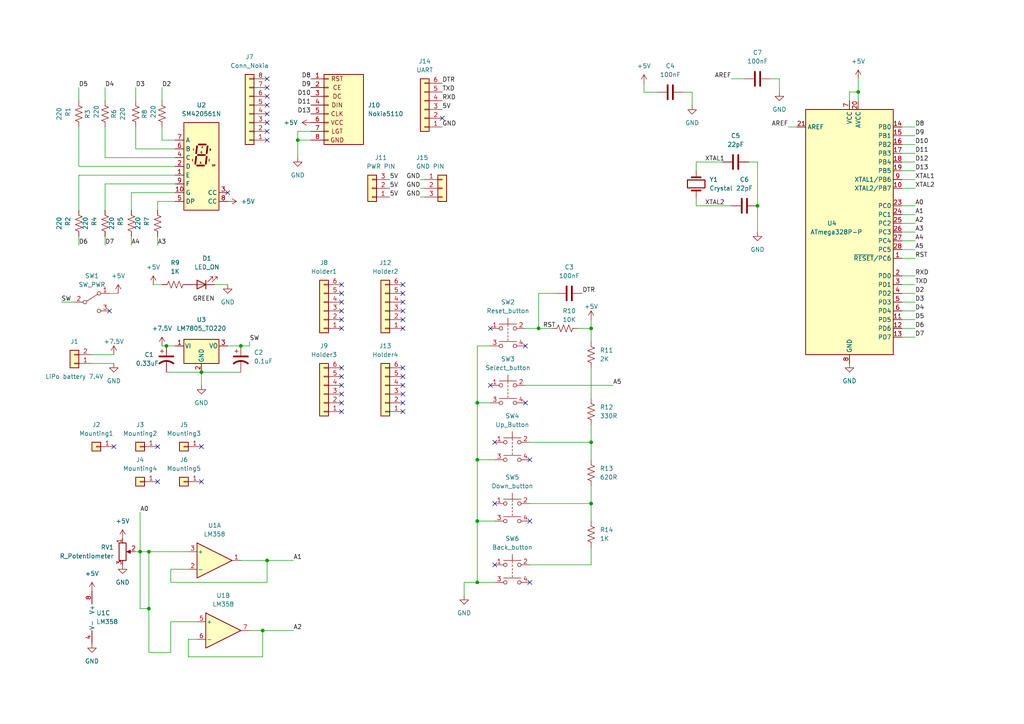
<source format=kicad_sch>
(kicad_sch (version 20211123) (generator eeschema)

  (uuid 5e2ee65d-f996-455b-8659-322ab8500c87)

  (paper "A4")

  (lib_symbols
    (symbol "Amplifier_Operational:LM358" (pin_names (offset 0.127)) (in_bom yes) (on_board yes)
      (property "Reference" "U" (id 0) (at 0 5.08 0)
        (effects (font (size 1.27 1.27)) (justify left))
      )
      (property "Value" "LM358" (id 1) (at 0 -5.08 0)
        (effects (font (size 1.27 1.27)) (justify left))
      )
      (property "Footprint" "" (id 2) (at 0 0 0)
        (effects (font (size 1.27 1.27)) hide)
      )
      (property "Datasheet" "http://www.ti.com/lit/ds/symlink/lm2904-n.pdf" (id 3) (at 0 0 0)
        (effects (font (size 1.27 1.27)) hide)
      )
      (property "ki_locked" "" (id 4) (at 0 0 0)
        (effects (font (size 1.27 1.27)))
      )
      (property "ki_keywords" "dual opamp" (id 5) (at 0 0 0)
        (effects (font (size 1.27 1.27)) hide)
      )
      (property "ki_description" "Low-Power, Dual Operational Amplifiers, DIP-8/SOIC-8/TO-99-8" (id 6) (at 0 0 0)
        (effects (font (size 1.27 1.27)) hide)
      )
      (property "ki_fp_filters" "SOIC*3.9x4.9mm*P1.27mm* DIP*W7.62mm* TO*99* OnSemi*Micro8* TSSOP*3x3mm*P0.65mm* TSSOP*4.4x3mm*P0.65mm* MSOP*3x3mm*P0.65mm* SSOP*3.9x4.9mm*P0.635mm* LFCSP*2x2mm*P0.5mm* *SIP* SOIC*5.3x6.2mm*P1.27mm*" (id 7) (at 0 0 0)
        (effects (font (size 1.27 1.27)) hide)
      )
      (symbol "LM358_1_1"
        (polyline
          (pts
            (xy -5.08 5.08)
            (xy 5.08 0)
            (xy -5.08 -5.08)
            (xy -5.08 5.08)
          )
          (stroke (width 0.254) (type default) (color 0 0 0 0))
          (fill (type background))
        )
        (pin output line (at 7.62 0 180) (length 2.54)
          (name "~" (effects (font (size 1.27 1.27))))
          (number "1" (effects (font (size 1.27 1.27))))
        )
        (pin input line (at -7.62 -2.54 0) (length 2.54)
          (name "-" (effects (font (size 1.27 1.27))))
          (number "2" (effects (font (size 1.27 1.27))))
        )
        (pin input line (at -7.62 2.54 0) (length 2.54)
          (name "+" (effects (font (size 1.27 1.27))))
          (number "3" (effects (font (size 1.27 1.27))))
        )
      )
      (symbol "LM358_2_1"
        (polyline
          (pts
            (xy -5.08 5.08)
            (xy 5.08 0)
            (xy -5.08 -5.08)
            (xy -5.08 5.08)
          )
          (stroke (width 0.254) (type default) (color 0 0 0 0))
          (fill (type background))
        )
        (pin input line (at -7.62 2.54 0) (length 2.54)
          (name "+" (effects (font (size 1.27 1.27))))
          (number "5" (effects (font (size 1.27 1.27))))
        )
        (pin input line (at -7.62 -2.54 0) (length 2.54)
          (name "-" (effects (font (size 1.27 1.27))))
          (number "6" (effects (font (size 1.27 1.27))))
        )
        (pin output line (at 7.62 0 180) (length 2.54)
          (name "~" (effects (font (size 1.27 1.27))))
          (number "7" (effects (font (size 1.27 1.27))))
        )
      )
      (symbol "LM358_3_1"
        (pin power_in line (at -2.54 -7.62 90) (length 3.81)
          (name "V-" (effects (font (size 1.27 1.27))))
          (number "4" (effects (font (size 1.27 1.27))))
        )
        (pin power_in line (at -2.54 7.62 270) (length 3.81)
          (name "V+" (effects (font (size 1.27 1.27))))
          (number "8" (effects (font (size 1.27 1.27))))
        )
      )
    )
    (symbol "Conn_01x08_1" (pin_names (offset 1.016) hide) (in_bom yes) (on_board yes)
      (property "Reference" "J?" (id 0) (at 11.43 0.0001 0)
        (effects (font (size 1.27 1.27)) (justify left))
      )
      (property "Value" "Nokia5110" (id 1) (at 11.43 -2.5399 0)
        (effects (font (size 1.27 1.27)) (justify left))
      )
      (property "Footprint" "" (id 2) (at 0 0 0)
        (effects (font (size 1.27 1.27)) hide)
      )
      (property "Datasheet" "~" (id 3) (at 0 0 0)
        (effects (font (size 1.27 1.27)) hide)
      )
      (property "ki_keywords" "connector" (id 4) (at 0 0 0)
        (effects (font (size 1.27 1.27)) hide)
      )
      (property "ki_description" "Generic connector, single row, 01x08, script generated (kicad-library-utils/schlib/autogen/connector/)" (id 5) (at 0 0 0)
        (effects (font (size 1.27 1.27)) hide)
      )
      (property "ki_fp_filters" "Connector*:*_1x??_*" (id 6) (at 0 0 0)
        (effects (font (size 1.27 1.27)) hide)
      )
      (symbol "Conn_01x08_1_0_0"
        (rectangle (start -1.27 8.89) (end 10.16 -11.43)
          (stroke (width 0.254) (type default) (color 0 0 0 0))
          (fill (type background))
        )
        (text "CE" (at 2.54 5.08 0)
          (effects (font (size 1.27 1.27)))
        )
        (text "CLK" (at 2.54 -2.54 0)
          (effects (font (size 1.27 1.27)))
        )
        (text "DC" (at 2.54 2.54 0)
          (effects (font (size 1.27 1.27)))
        )
        (text "DIN" (at 2.54 0 0)
          (effects (font (size 1.27 1.27)))
        )
        (text "GND" (at 2.54 -10.16 0)
          (effects (font (size 1.27 1.27)))
        )
        (text "LGT" (at 2.54 -7.62 0)
          (effects (font (size 1.27 1.27)))
        )
        (text "RST" (at 2.54 7.62 0)
          (effects (font (size 1.27 1.27)))
        )
        (text "VCC" (at 2.54 -5.08 0)
          (effects (font (size 1.27 1.27)))
        )
      )
      (symbol "Conn_01x08_1_1_1"
        (rectangle (start -1.27 -10.033) (end 0 -10.287)
          (stroke (width 0.1524) (type default) (color 0 0 0 0))
          (fill (type none))
        )
        (rectangle (start -1.27 -7.493) (end 0 -7.747)
          (stroke (width 0.1524) (type default) (color 0 0 0 0))
          (fill (type none))
        )
        (rectangle (start -1.27 -4.953) (end 0 -5.207)
          (stroke (width 0.1524) (type default) (color 0 0 0 0))
          (fill (type none))
        )
        (rectangle (start -1.27 -2.413) (end 0 -2.667)
          (stroke (width 0.1524) (type default) (color 0 0 0 0))
          (fill (type none))
        )
        (rectangle (start -1.27 0.127) (end 0 -0.127)
          (stroke (width 0.1524) (type default) (color 0 0 0 0))
          (fill (type none))
        )
        (rectangle (start -1.27 2.667) (end 0 2.413)
          (stroke (width 0.1524) (type default) (color 0 0 0 0))
          (fill (type none))
        )
        (rectangle (start -1.27 5.207) (end 0 4.953)
          (stroke (width 0.1524) (type default) (color 0 0 0 0))
          (fill (type none))
        )
        (rectangle (start -1.27 7.747) (end 0 7.493)
          (stroke (width 0.1524) (type default) (color 0 0 0 0))
          (fill (type none))
        )
        (pin passive line (at -5.08 7.62 0) (length 3.81)
          (name "Pin_1" (effects (font (size 1.27 1.27))))
          (number "1" (effects (font (size 1.27 1.27))))
        )
        (pin passive line (at -5.08 5.08 0) (length 3.81)
          (name "Pin_2" (effects (font (size 1.27 1.27))))
          (number "2" (effects (font (size 1.27 1.27))))
        )
        (pin passive line (at -5.08 2.54 0) (length 3.81)
          (name "Pin_3" (effects (font (size 1.27 1.27))))
          (number "3" (effects (font (size 1.27 1.27))))
        )
        (pin passive line (at -5.08 0 0) (length 3.81)
          (name "Pin_4" (effects (font (size 1.27 1.27))))
          (number "4" (effects (font (size 1.27 1.27))))
        )
        (pin passive line (at -5.08 -2.54 0) (length 3.81)
          (name "Pin_5" (effects (font (size 1.27 1.27))))
          (number "5" (effects (font (size 1.27 1.27))))
        )
        (pin passive line (at -5.08 -5.08 0) (length 3.81)
          (name "Pin_6" (effects (font (size 1.27 1.27))))
          (number "6" (effects (font (size 1.27 1.27))))
        )
        (pin passive line (at -5.08 -7.62 0) (length 3.81)
          (name "Pin_7" (effects (font (size 1.27 1.27))))
          (number "7" (effects (font (size 1.27 1.27))))
        )
        (pin passive line (at -5.08 -10.16 0) (length 3.81)
          (name "Pin_8" (effects (font (size 1.27 1.27))))
          (number "8" (effects (font (size 1.27 1.27))))
        )
      )
    )
    (symbol "Connector_Generic:Conn_01x01" (pin_names (offset 1.016) hide) (in_bom yes) (on_board yes)
      (property "Reference" "J" (id 0) (at 0 2.54 0)
        (effects (font (size 1.27 1.27)))
      )
      (property "Value" "Conn_01x01" (id 1) (at 0 -2.54 0)
        (effects (font (size 1.27 1.27)))
      )
      (property "Footprint" "" (id 2) (at 0 0 0)
        (effects (font (size 1.27 1.27)) hide)
      )
      (property "Datasheet" "~" (id 3) (at 0 0 0)
        (effects (font (size 1.27 1.27)) hide)
      )
      (property "ki_keywords" "connector" (id 4) (at 0 0 0)
        (effects (font (size 1.27 1.27)) hide)
      )
      (property "ki_description" "Generic connector, single row, 01x01, script generated (kicad-library-utils/schlib/autogen/connector/)" (id 5) (at 0 0 0)
        (effects (font (size 1.27 1.27)) hide)
      )
      (property "ki_fp_filters" "Connector*:*_1x??_*" (id 6) (at 0 0 0)
        (effects (font (size 1.27 1.27)) hide)
      )
      (symbol "Conn_01x01_1_1"
        (rectangle (start -1.27 0.127) (end 0 -0.127)
          (stroke (width 0.1524) (type default) (color 0 0 0 0))
          (fill (type none))
        )
        (rectangle (start -1.27 1.27) (end 1.27 -1.27)
          (stroke (width 0.254) (type default) (color 0 0 0 0))
          (fill (type background))
        )
        (pin passive line (at -5.08 0 0) (length 3.81)
          (name "Pin_1" (effects (font (size 1.27 1.27))))
          (number "1" (effects (font (size 1.27 1.27))))
        )
      )
    )
    (symbol "Connector_Generic:Conn_01x02" (pin_names (offset 1.016) hide) (in_bom yes) (on_board yes)
      (property "Reference" "J" (id 0) (at 0 2.54 0)
        (effects (font (size 1.27 1.27)))
      )
      (property "Value" "Conn_01x02" (id 1) (at 0 -5.08 0)
        (effects (font (size 1.27 1.27)))
      )
      (property "Footprint" "" (id 2) (at 0 0 0)
        (effects (font (size 1.27 1.27)) hide)
      )
      (property "Datasheet" "~" (id 3) (at 0 0 0)
        (effects (font (size 1.27 1.27)) hide)
      )
      (property "ki_keywords" "connector" (id 4) (at 0 0 0)
        (effects (font (size 1.27 1.27)) hide)
      )
      (property "ki_description" "Generic connector, single row, 01x02, script generated (kicad-library-utils/schlib/autogen/connector/)" (id 5) (at 0 0 0)
        (effects (font (size 1.27 1.27)) hide)
      )
      (property "ki_fp_filters" "Connector*:*_1x??_*" (id 6) (at 0 0 0)
        (effects (font (size 1.27 1.27)) hide)
      )
      (symbol "Conn_01x02_1_1"
        (rectangle (start -1.27 -2.413) (end 0 -2.667)
          (stroke (width 0.1524) (type default) (color 0 0 0 0))
          (fill (type none))
        )
        (rectangle (start -1.27 0.127) (end 0 -0.127)
          (stroke (width 0.1524) (type default) (color 0 0 0 0))
          (fill (type none))
        )
        (rectangle (start -1.27 1.27) (end 1.27 -3.81)
          (stroke (width 0.254) (type default) (color 0 0 0 0))
          (fill (type background))
        )
        (pin passive line (at -5.08 0 0) (length 3.81)
          (name "Pin_1" (effects (font (size 1.27 1.27))))
          (number "1" (effects (font (size 1.27 1.27))))
        )
        (pin passive line (at -5.08 -2.54 0) (length 3.81)
          (name "Pin_2" (effects (font (size 1.27 1.27))))
          (number "2" (effects (font (size 1.27 1.27))))
        )
      )
    )
    (symbol "Connector_Generic:Conn_01x03" (pin_names (offset 1.016) hide) (in_bom yes) (on_board yes)
      (property "Reference" "J" (id 0) (at 0 5.08 0)
        (effects (font (size 1.27 1.27)))
      )
      (property "Value" "Conn_01x03" (id 1) (at 0 -5.08 0)
        (effects (font (size 1.27 1.27)))
      )
      (property "Footprint" "" (id 2) (at 0 0 0)
        (effects (font (size 1.27 1.27)) hide)
      )
      (property "Datasheet" "~" (id 3) (at 0 0 0)
        (effects (font (size 1.27 1.27)) hide)
      )
      (property "ki_keywords" "connector" (id 4) (at 0 0 0)
        (effects (font (size 1.27 1.27)) hide)
      )
      (property "ki_description" "Generic connector, single row, 01x03, script generated (kicad-library-utils/schlib/autogen/connector/)" (id 5) (at 0 0 0)
        (effects (font (size 1.27 1.27)) hide)
      )
      (property "ki_fp_filters" "Connector*:*_1x??_*" (id 6) (at 0 0 0)
        (effects (font (size 1.27 1.27)) hide)
      )
      (symbol "Conn_01x03_1_1"
        (rectangle (start -1.27 -2.413) (end 0 -2.667)
          (stroke (width 0.1524) (type default) (color 0 0 0 0))
          (fill (type none))
        )
        (rectangle (start -1.27 0.127) (end 0 -0.127)
          (stroke (width 0.1524) (type default) (color 0 0 0 0))
          (fill (type none))
        )
        (rectangle (start -1.27 2.667) (end 0 2.413)
          (stroke (width 0.1524) (type default) (color 0 0 0 0))
          (fill (type none))
        )
        (rectangle (start -1.27 3.81) (end 1.27 -3.81)
          (stroke (width 0.254) (type default) (color 0 0 0 0))
          (fill (type background))
        )
        (pin passive line (at -5.08 2.54 0) (length 3.81)
          (name "Pin_1" (effects (font (size 1.27 1.27))))
          (number "1" (effects (font (size 1.27 1.27))))
        )
        (pin passive line (at -5.08 0 0) (length 3.81)
          (name "Pin_2" (effects (font (size 1.27 1.27))))
          (number "2" (effects (font (size 1.27 1.27))))
        )
        (pin passive line (at -5.08 -2.54 0) (length 3.81)
          (name "Pin_3" (effects (font (size 1.27 1.27))))
          (number "3" (effects (font (size 1.27 1.27))))
        )
      )
    )
    (symbol "Connector_Generic:Conn_01x06" (pin_names (offset 1.016) hide) (in_bom yes) (on_board yes)
      (property "Reference" "J" (id 0) (at 0 7.62 0)
        (effects (font (size 1.27 1.27)))
      )
      (property "Value" "Conn_01x06" (id 1) (at 0 -10.16 0)
        (effects (font (size 1.27 1.27)))
      )
      (property "Footprint" "" (id 2) (at 0 0 0)
        (effects (font (size 1.27 1.27)) hide)
      )
      (property "Datasheet" "~" (id 3) (at 0 0 0)
        (effects (font (size 1.27 1.27)) hide)
      )
      (property "ki_keywords" "connector" (id 4) (at 0 0 0)
        (effects (font (size 1.27 1.27)) hide)
      )
      (property "ki_description" "Generic connector, single row, 01x06, script generated (kicad-library-utils/schlib/autogen/connector/)" (id 5) (at 0 0 0)
        (effects (font (size 1.27 1.27)) hide)
      )
      (property "ki_fp_filters" "Connector*:*_1x??_*" (id 6) (at 0 0 0)
        (effects (font (size 1.27 1.27)) hide)
      )
      (symbol "Conn_01x06_1_1"
        (rectangle (start -1.27 -7.493) (end 0 -7.747)
          (stroke (width 0.1524) (type default) (color 0 0 0 0))
          (fill (type none))
        )
        (rectangle (start -1.27 -4.953) (end 0 -5.207)
          (stroke (width 0.1524) (type default) (color 0 0 0 0))
          (fill (type none))
        )
        (rectangle (start -1.27 -2.413) (end 0 -2.667)
          (stroke (width 0.1524) (type default) (color 0 0 0 0))
          (fill (type none))
        )
        (rectangle (start -1.27 0.127) (end 0 -0.127)
          (stroke (width 0.1524) (type default) (color 0 0 0 0))
          (fill (type none))
        )
        (rectangle (start -1.27 2.667) (end 0 2.413)
          (stroke (width 0.1524) (type default) (color 0 0 0 0))
          (fill (type none))
        )
        (rectangle (start -1.27 5.207) (end 0 4.953)
          (stroke (width 0.1524) (type default) (color 0 0 0 0))
          (fill (type none))
        )
        (rectangle (start -1.27 6.35) (end 1.27 -8.89)
          (stroke (width 0.254) (type default) (color 0 0 0 0))
          (fill (type background))
        )
        (pin passive line (at -5.08 5.08 0) (length 3.81)
          (name "Pin_1" (effects (font (size 1.27 1.27))))
          (number "1" (effects (font (size 1.27 1.27))))
        )
        (pin passive line (at -5.08 2.54 0) (length 3.81)
          (name "Pin_2" (effects (font (size 1.27 1.27))))
          (number "2" (effects (font (size 1.27 1.27))))
        )
        (pin passive line (at -5.08 0 0) (length 3.81)
          (name "Pin_3" (effects (font (size 1.27 1.27))))
          (number "3" (effects (font (size 1.27 1.27))))
        )
        (pin passive line (at -5.08 -2.54 0) (length 3.81)
          (name "Pin_4" (effects (font (size 1.27 1.27))))
          (number "4" (effects (font (size 1.27 1.27))))
        )
        (pin passive line (at -5.08 -5.08 0) (length 3.81)
          (name "Pin_5" (effects (font (size 1.27 1.27))))
          (number "5" (effects (font (size 1.27 1.27))))
        )
        (pin passive line (at -5.08 -7.62 0) (length 3.81)
          (name "Pin_6" (effects (font (size 1.27 1.27))))
          (number "6" (effects (font (size 1.27 1.27))))
        )
      )
    )
    (symbol "Connector_Generic:Conn_01x08" (pin_names (offset 1.016) hide) (in_bom yes) (on_board yes)
      (property "Reference" "J" (id 0) (at 0 10.16 0)
        (effects (font (size 1.27 1.27)))
      )
      (property "Value" "Conn_01x08" (id 1) (at 0 -12.7 0)
        (effects (font (size 1.27 1.27)))
      )
      (property "Footprint" "" (id 2) (at 0 0 0)
        (effects (font (size 1.27 1.27)) hide)
      )
      (property "Datasheet" "~" (id 3) (at 0 0 0)
        (effects (font (size 1.27 1.27)) hide)
      )
      (property "ki_keywords" "connector" (id 4) (at 0 0 0)
        (effects (font (size 1.27 1.27)) hide)
      )
      (property "ki_description" "Generic connector, single row, 01x08, script generated (kicad-library-utils/schlib/autogen/connector/)" (id 5) (at 0 0 0)
        (effects (font (size 1.27 1.27)) hide)
      )
      (property "ki_fp_filters" "Connector*:*_1x??_*" (id 6) (at 0 0 0)
        (effects (font (size 1.27 1.27)) hide)
      )
      (symbol "Conn_01x08_1_1"
        (rectangle (start -1.27 -10.033) (end 0 -10.287)
          (stroke (width 0.1524) (type default) (color 0 0 0 0))
          (fill (type none))
        )
        (rectangle (start -1.27 -7.493) (end 0 -7.747)
          (stroke (width 0.1524) (type default) (color 0 0 0 0))
          (fill (type none))
        )
        (rectangle (start -1.27 -4.953) (end 0 -5.207)
          (stroke (width 0.1524) (type default) (color 0 0 0 0))
          (fill (type none))
        )
        (rectangle (start -1.27 -2.413) (end 0 -2.667)
          (stroke (width 0.1524) (type default) (color 0 0 0 0))
          (fill (type none))
        )
        (rectangle (start -1.27 0.127) (end 0 -0.127)
          (stroke (width 0.1524) (type default) (color 0 0 0 0))
          (fill (type none))
        )
        (rectangle (start -1.27 2.667) (end 0 2.413)
          (stroke (width 0.1524) (type default) (color 0 0 0 0))
          (fill (type none))
        )
        (rectangle (start -1.27 5.207) (end 0 4.953)
          (stroke (width 0.1524) (type default) (color 0 0 0 0))
          (fill (type none))
        )
        (rectangle (start -1.27 7.747) (end 0 7.493)
          (stroke (width 0.1524) (type default) (color 0 0 0 0))
          (fill (type none))
        )
        (rectangle (start -1.27 8.89) (end 1.27 -11.43)
          (stroke (width 0.254) (type default) (color 0 0 0 0))
          (fill (type background))
        )
        (pin passive line (at -5.08 7.62 0) (length 3.81)
          (name "Pin_1" (effects (font (size 1.27 1.27))))
          (number "1" (effects (font (size 1.27 1.27))))
        )
        (pin passive line (at -5.08 5.08 0) (length 3.81)
          (name "Pin_2" (effects (font (size 1.27 1.27))))
          (number "2" (effects (font (size 1.27 1.27))))
        )
        (pin passive line (at -5.08 2.54 0) (length 3.81)
          (name "Pin_3" (effects (font (size 1.27 1.27))))
          (number "3" (effects (font (size 1.27 1.27))))
        )
        (pin passive line (at -5.08 0 0) (length 3.81)
          (name "Pin_4" (effects (font (size 1.27 1.27))))
          (number "4" (effects (font (size 1.27 1.27))))
        )
        (pin passive line (at -5.08 -2.54 0) (length 3.81)
          (name "Pin_5" (effects (font (size 1.27 1.27))))
          (number "5" (effects (font (size 1.27 1.27))))
        )
        (pin passive line (at -5.08 -5.08 0) (length 3.81)
          (name "Pin_6" (effects (font (size 1.27 1.27))))
          (number "6" (effects (font (size 1.27 1.27))))
        )
        (pin passive line (at -5.08 -7.62 0) (length 3.81)
          (name "Pin_7" (effects (font (size 1.27 1.27))))
          (number "7" (effects (font (size 1.27 1.27))))
        )
        (pin passive line (at -5.08 -10.16 0) (length 3.81)
          (name "Pin_8" (effects (font (size 1.27 1.27))))
          (number "8" (effects (font (size 1.27 1.27))))
        )
      )
    )
    (symbol "Device:C" (pin_numbers hide) (pin_names (offset 0.254)) (in_bom yes) (on_board yes)
      (property "Reference" "C" (id 0) (at 0.635 2.54 0)
        (effects (font (size 1.27 1.27)) (justify left))
      )
      (property "Value" "C" (id 1) (at 0.635 -2.54 0)
        (effects (font (size 1.27 1.27)) (justify left))
      )
      (property "Footprint" "" (id 2) (at 0.9652 -3.81 0)
        (effects (font (size 1.27 1.27)) hide)
      )
      (property "Datasheet" "~" (id 3) (at 0 0 0)
        (effects (font (size 1.27 1.27)) hide)
      )
      (property "ki_keywords" "cap capacitor" (id 4) (at 0 0 0)
        (effects (font (size 1.27 1.27)) hide)
      )
      (property "ki_description" "Unpolarized capacitor" (id 5) (at 0 0 0)
        (effects (font (size 1.27 1.27)) hide)
      )
      (property "ki_fp_filters" "C_*" (id 6) (at 0 0 0)
        (effects (font (size 1.27 1.27)) hide)
      )
      (symbol "C_0_1"
        (polyline
          (pts
            (xy -2.032 -0.762)
            (xy 2.032 -0.762)
          )
          (stroke (width 0.508) (type default) (color 0 0 0 0))
          (fill (type none))
        )
        (polyline
          (pts
            (xy -2.032 0.762)
            (xy 2.032 0.762)
          )
          (stroke (width 0.508) (type default) (color 0 0 0 0))
          (fill (type none))
        )
      )
      (symbol "C_1_1"
        (pin passive line (at 0 3.81 270) (length 2.794)
          (name "~" (effects (font (size 1.27 1.27))))
          (number "1" (effects (font (size 1.27 1.27))))
        )
        (pin passive line (at 0 -3.81 90) (length 2.794)
          (name "~" (effects (font (size 1.27 1.27))))
          (number "2" (effects (font (size 1.27 1.27))))
        )
      )
    )
    (symbol "Device:C_Polarized_US" (pin_numbers hide) (pin_names (offset 0.254) hide) (in_bom yes) (on_board yes)
      (property "Reference" "C" (id 0) (at 0.635 2.54 0)
        (effects (font (size 1.27 1.27)) (justify left))
      )
      (property "Value" "C_Polarized_US" (id 1) (at 0.635 -2.54 0)
        (effects (font (size 1.27 1.27)) (justify left))
      )
      (property "Footprint" "" (id 2) (at 0 0 0)
        (effects (font (size 1.27 1.27)) hide)
      )
      (property "Datasheet" "~" (id 3) (at 0 0 0)
        (effects (font (size 1.27 1.27)) hide)
      )
      (property "ki_keywords" "cap capacitor" (id 4) (at 0 0 0)
        (effects (font (size 1.27 1.27)) hide)
      )
      (property "ki_description" "Polarized capacitor, US symbol" (id 5) (at 0 0 0)
        (effects (font (size 1.27 1.27)) hide)
      )
      (property "ki_fp_filters" "CP_*" (id 6) (at 0 0 0)
        (effects (font (size 1.27 1.27)) hide)
      )
      (symbol "C_Polarized_US_0_1"
        (polyline
          (pts
            (xy -2.032 0.762)
            (xy 2.032 0.762)
          )
          (stroke (width 0.508) (type default) (color 0 0 0 0))
          (fill (type none))
        )
        (polyline
          (pts
            (xy -1.778 2.286)
            (xy -0.762 2.286)
          )
          (stroke (width 0) (type default) (color 0 0 0 0))
          (fill (type none))
        )
        (polyline
          (pts
            (xy -1.27 1.778)
            (xy -1.27 2.794)
          )
          (stroke (width 0) (type default) (color 0 0 0 0))
          (fill (type none))
        )
        (arc (start 2.032 -1.27) (mid 0 -0.5572) (end -2.032 -1.27)
          (stroke (width 0.508) (type default) (color 0 0 0 0))
          (fill (type none))
        )
      )
      (symbol "C_Polarized_US_1_1"
        (pin passive line (at 0 3.81 270) (length 2.794)
          (name "~" (effects (font (size 1.27 1.27))))
          (number "1" (effects (font (size 1.27 1.27))))
        )
        (pin passive line (at 0 -3.81 90) (length 3.302)
          (name "~" (effects (font (size 1.27 1.27))))
          (number "2" (effects (font (size 1.27 1.27))))
        )
      )
    )
    (symbol "Device:Crystal" (pin_numbers hide) (pin_names (offset 1.016) hide) (in_bom yes) (on_board yes)
      (property "Reference" "Y" (id 0) (at 0 3.81 0)
        (effects (font (size 1.27 1.27)))
      )
      (property "Value" "Crystal" (id 1) (at 0 -3.81 0)
        (effects (font (size 1.27 1.27)))
      )
      (property "Footprint" "" (id 2) (at 0 0 0)
        (effects (font (size 1.27 1.27)) hide)
      )
      (property "Datasheet" "~" (id 3) (at 0 0 0)
        (effects (font (size 1.27 1.27)) hide)
      )
      (property "ki_keywords" "quartz ceramic resonator oscillator" (id 4) (at 0 0 0)
        (effects (font (size 1.27 1.27)) hide)
      )
      (property "ki_description" "Two pin crystal" (id 5) (at 0 0 0)
        (effects (font (size 1.27 1.27)) hide)
      )
      (property "ki_fp_filters" "Crystal*" (id 6) (at 0 0 0)
        (effects (font (size 1.27 1.27)) hide)
      )
      (symbol "Crystal_0_1"
        (rectangle (start -1.143 2.54) (end 1.143 -2.54)
          (stroke (width 0.3048) (type default) (color 0 0 0 0))
          (fill (type none))
        )
        (polyline
          (pts
            (xy -2.54 0)
            (xy -1.905 0)
          )
          (stroke (width 0) (type default) (color 0 0 0 0))
          (fill (type none))
        )
        (polyline
          (pts
            (xy -1.905 -1.27)
            (xy -1.905 1.27)
          )
          (stroke (width 0.508) (type default) (color 0 0 0 0))
          (fill (type none))
        )
        (polyline
          (pts
            (xy 1.905 -1.27)
            (xy 1.905 1.27)
          )
          (stroke (width 0.508) (type default) (color 0 0 0 0))
          (fill (type none))
        )
        (polyline
          (pts
            (xy 2.54 0)
            (xy 1.905 0)
          )
          (stroke (width 0) (type default) (color 0 0 0 0))
          (fill (type none))
        )
      )
      (symbol "Crystal_1_1"
        (pin passive line (at -3.81 0 0) (length 1.27)
          (name "1" (effects (font (size 1.27 1.27))))
          (number "1" (effects (font (size 1.27 1.27))))
        )
        (pin passive line (at 3.81 0 180) (length 1.27)
          (name "2" (effects (font (size 1.27 1.27))))
          (number "2" (effects (font (size 1.27 1.27))))
        )
      )
    )
    (symbol "Device:LED" (pin_numbers hide) (pin_names (offset 1.016) hide) (in_bom yes) (on_board yes)
      (property "Reference" "D" (id 0) (at 0 2.54 0)
        (effects (font (size 1.27 1.27)))
      )
      (property "Value" "LED" (id 1) (at 0 -2.54 0)
        (effects (font (size 1.27 1.27)))
      )
      (property "Footprint" "" (id 2) (at 0 0 0)
        (effects (font (size 1.27 1.27)) hide)
      )
      (property "Datasheet" "~" (id 3) (at 0 0 0)
        (effects (font (size 1.27 1.27)) hide)
      )
      (property "ki_keywords" "LED diode" (id 4) (at 0 0 0)
        (effects (font (size 1.27 1.27)) hide)
      )
      (property "ki_description" "Light emitting diode" (id 5) (at 0 0 0)
        (effects (font (size 1.27 1.27)) hide)
      )
      (property "ki_fp_filters" "LED* LED_SMD:* LED_THT:*" (id 6) (at 0 0 0)
        (effects (font (size 1.27 1.27)) hide)
      )
      (symbol "LED_0_1"
        (polyline
          (pts
            (xy -1.27 -1.27)
            (xy -1.27 1.27)
          )
          (stroke (width 0.254) (type default) (color 0 0 0 0))
          (fill (type none))
        )
        (polyline
          (pts
            (xy -1.27 0)
            (xy 1.27 0)
          )
          (stroke (width 0) (type default) (color 0 0 0 0))
          (fill (type none))
        )
        (polyline
          (pts
            (xy 1.27 -1.27)
            (xy 1.27 1.27)
            (xy -1.27 0)
            (xy 1.27 -1.27)
          )
          (stroke (width 0.254) (type default) (color 0 0 0 0))
          (fill (type none))
        )
        (polyline
          (pts
            (xy -3.048 -0.762)
            (xy -4.572 -2.286)
            (xy -3.81 -2.286)
            (xy -4.572 -2.286)
            (xy -4.572 -1.524)
          )
          (stroke (width 0) (type default) (color 0 0 0 0))
          (fill (type none))
        )
        (polyline
          (pts
            (xy -1.778 -0.762)
            (xy -3.302 -2.286)
            (xy -2.54 -2.286)
            (xy -3.302 -2.286)
            (xy -3.302 -1.524)
          )
          (stroke (width 0) (type default) (color 0 0 0 0))
          (fill (type none))
        )
      )
      (symbol "LED_1_1"
        (pin passive line (at -3.81 0 0) (length 2.54)
          (name "K" (effects (font (size 1.27 1.27))))
          (number "1" (effects (font (size 1.27 1.27))))
        )
        (pin passive line (at 3.81 0 180) (length 2.54)
          (name "A" (effects (font (size 1.27 1.27))))
          (number "2" (effects (font (size 1.27 1.27))))
        )
      )
    )
    (symbol "Device:R_Potentiometer" (pin_names (offset 1.016) hide) (in_bom yes) (on_board yes)
      (property "Reference" "RV" (id 0) (at -4.445 0 90)
        (effects (font (size 1.27 1.27)))
      )
      (property "Value" "R_Potentiometer" (id 1) (at -2.54 0 90)
        (effects (font (size 1.27 1.27)))
      )
      (property "Footprint" "" (id 2) (at 0 0 0)
        (effects (font (size 1.27 1.27)) hide)
      )
      (property "Datasheet" "~" (id 3) (at 0 0 0)
        (effects (font (size 1.27 1.27)) hide)
      )
      (property "ki_keywords" "resistor variable" (id 4) (at 0 0 0)
        (effects (font (size 1.27 1.27)) hide)
      )
      (property "ki_description" "Potentiometer" (id 5) (at 0 0 0)
        (effects (font (size 1.27 1.27)) hide)
      )
      (property "ki_fp_filters" "Potentiometer*" (id 6) (at 0 0 0)
        (effects (font (size 1.27 1.27)) hide)
      )
      (symbol "R_Potentiometer_0_1"
        (polyline
          (pts
            (xy 2.54 0)
            (xy 1.524 0)
          )
          (stroke (width 0) (type default) (color 0 0 0 0))
          (fill (type none))
        )
        (polyline
          (pts
            (xy 1.143 0)
            (xy 2.286 0.508)
            (xy 2.286 -0.508)
            (xy 1.143 0)
          )
          (stroke (width 0) (type default) (color 0 0 0 0))
          (fill (type outline))
        )
        (rectangle (start 1.016 2.54) (end -1.016 -2.54)
          (stroke (width 0.254) (type default) (color 0 0 0 0))
          (fill (type none))
        )
      )
      (symbol "R_Potentiometer_1_1"
        (pin passive line (at 0 3.81 270) (length 1.27)
          (name "1" (effects (font (size 1.27 1.27))))
          (number "1" (effects (font (size 1.27 1.27))))
        )
        (pin passive line (at 3.81 0 180) (length 1.27)
          (name "2" (effects (font (size 1.27 1.27))))
          (number "2" (effects (font (size 1.27 1.27))))
        )
        (pin passive line (at 0 -3.81 90) (length 1.27)
          (name "3" (effects (font (size 1.27 1.27))))
          (number "3" (effects (font (size 1.27 1.27))))
        )
      )
    )
    (symbol "Device:R_US" (pin_numbers hide) (pin_names (offset 0)) (in_bom yes) (on_board yes)
      (property "Reference" "R" (id 0) (at 2.54 0 90)
        (effects (font (size 1.27 1.27)))
      )
      (property "Value" "R_US" (id 1) (at -2.54 0 90)
        (effects (font (size 1.27 1.27)))
      )
      (property "Footprint" "" (id 2) (at 1.016 -0.254 90)
        (effects (font (size 1.27 1.27)) hide)
      )
      (property "Datasheet" "~" (id 3) (at 0 0 0)
        (effects (font (size 1.27 1.27)) hide)
      )
      (property "ki_keywords" "R res resistor" (id 4) (at 0 0 0)
        (effects (font (size 1.27 1.27)) hide)
      )
      (property "ki_description" "Resistor, US symbol" (id 5) (at 0 0 0)
        (effects (font (size 1.27 1.27)) hide)
      )
      (property "ki_fp_filters" "R_*" (id 6) (at 0 0 0)
        (effects (font (size 1.27 1.27)) hide)
      )
      (symbol "R_US_0_1"
        (polyline
          (pts
            (xy 0 -2.286)
            (xy 0 -2.54)
          )
          (stroke (width 0) (type default) (color 0 0 0 0))
          (fill (type none))
        )
        (polyline
          (pts
            (xy 0 2.286)
            (xy 0 2.54)
          )
          (stroke (width 0) (type default) (color 0 0 0 0))
          (fill (type none))
        )
        (polyline
          (pts
            (xy 0 -0.762)
            (xy 1.016 -1.143)
            (xy 0 -1.524)
            (xy -1.016 -1.905)
            (xy 0 -2.286)
          )
          (stroke (width 0) (type default) (color 0 0 0 0))
          (fill (type none))
        )
        (polyline
          (pts
            (xy 0 0.762)
            (xy 1.016 0.381)
            (xy 0 0)
            (xy -1.016 -0.381)
            (xy 0 -0.762)
          )
          (stroke (width 0) (type default) (color 0 0 0 0))
          (fill (type none))
        )
        (polyline
          (pts
            (xy 0 2.286)
            (xy 1.016 1.905)
            (xy 0 1.524)
            (xy -1.016 1.143)
            (xy 0 0.762)
          )
          (stroke (width 0) (type default) (color 0 0 0 0))
          (fill (type none))
        )
      )
      (symbol "R_US_1_1"
        (pin passive line (at 0 3.81 270) (length 1.27)
          (name "~" (effects (font (size 1.27 1.27))))
          (number "1" (effects (font (size 1.27 1.27))))
        )
        (pin passive line (at 0 -3.81 90) (length 1.27)
          (name "~" (effects (font (size 1.27 1.27))))
          (number "2" (effects (font (size 1.27 1.27))))
        )
      )
    )
    (symbol "Display_Character:SM420561N" (in_bom yes) (on_board yes)
      (property "Reference" "U" (id 0) (at -2.54 13.97 0)
        (effects (font (size 1.27 1.27)) (justify right))
      )
      (property "Value" "SM420561N" (id 1) (at 1.27 13.97 0)
        (effects (font (size 1.27 1.27)) (justify left))
      )
      (property "Footprint" "Display_7Segment:7SegmentLED_LTS6760_LTS6780" (id 2) (at 1.27 -15.24 0)
        (effects (font (size 1.27 1.27)) hide)
      )
      (property "Datasheet" "https://datasheet.lcsc.com/szlcsc/Wuxi-ARK-Tech-Elec-SM420561N_C141367.pdf" (id 3) (at -12.7 12.065 0)
        (effects (font (size 1.27 1.27)) (justify left) hide)
      )
      (property "ki_keywords" "display LED 7-segment" (id 4) (at 0 0 0)
        (effects (font (size 1.27 1.27)) hide)
      )
      (property "ki_description" "One digit 7 segment blue LED, common cathode" (id 5) (at 0 0 0)
        (effects (font (size 1.27 1.27)) hide)
      )
      (property "ki_fp_filters" "7SegmentLED?LTS6760?LTS6780*" (id 6) (at 0 0 0)
        (effects (font (size 1.27 1.27)) hide)
      )
      (symbol "SM420561N_0_0"
        (text "A" (at 0.254 5.588 0)
          (effects (font (size 0.508 0.508)))
        )
        (text "B" (at 2.54 4.826 0)
          (effects (font (size 0.508 0.508)))
        )
        (text "C" (at 2.286 1.778 0)
          (effects (font (size 0.508 0.508)))
        )
        (text "D" (at -0.254 1.016 0)
          (effects (font (size 0.508 0.508)))
        )
        (text "DP" (at 3.556 0.254 0)
          (effects (font (size 0.508 0.508)))
        )
        (text "E" (at -2.54 1.778 0)
          (effects (font (size 0.508 0.508)))
        )
        (text "F" (at -2.286 4.826 0)
          (effects (font (size 0.508 0.508)))
        )
        (text "G" (at 0 4.064 0)
          (effects (font (size 0.508 0.508)))
        )
      )
      (symbol "SM420561N_0_1"
        (rectangle (start -5.08 12.7) (end 5.08 -12.7)
          (stroke (width 0.254) (type default) (color 0 0 0 0))
          (fill (type background))
        )
        (polyline
          (pts
            (xy -1.524 2.794)
            (xy -1.778 0.762)
          )
          (stroke (width 0.508) (type default) (color 0 0 0 0))
          (fill (type none))
        )
        (polyline
          (pts
            (xy -1.27 0.254)
            (xy 0.762 0.254)
          )
          (stroke (width 0.508) (type default) (color 0 0 0 0))
          (fill (type none))
        )
        (polyline
          (pts
            (xy -1.27 5.842)
            (xy -1.524 3.81)
          )
          (stroke (width 0.508) (type default) (color 0 0 0 0))
          (fill (type none))
        )
        (polyline
          (pts
            (xy -1.016 3.302)
            (xy 1.016 3.302)
          )
          (stroke (width 0.508) (type default) (color 0 0 0 0))
          (fill (type none))
        )
        (polyline
          (pts
            (xy -0.762 6.35)
            (xy 1.27 6.35)
          )
          (stroke (width 0.508) (type default) (color 0 0 0 0))
          (fill (type none))
        )
        (polyline
          (pts
            (xy 1.524 2.794)
            (xy 1.27 0.762)
          )
          (stroke (width 0.508) (type default) (color 0 0 0 0))
          (fill (type none))
        )
        (polyline
          (pts
            (xy 1.778 5.842)
            (xy 1.524 3.81)
          )
          (stroke (width 0.508) (type default) (color 0 0 0 0))
          (fill (type none))
        )
        (polyline
          (pts
            (xy 2.54 0.254)
            (xy 2.54 0.254)
          )
          (stroke (width 0.508) (type default) (color 0 0 0 0))
          (fill (type none))
        )
      )
      (symbol "SM420561N_1_1"
        (pin input line (at -7.62 -2.54 0) (length 2.54)
          (name "E" (effects (font (size 1.27 1.27))))
          (number "1" (effects (font (size 1.27 1.27))))
        )
        (pin input line (at -7.62 -7.62 0) (length 2.54)
          (name "G" (effects (font (size 1.27 1.27))))
          (number "10" (effects (font (size 1.27 1.27))))
        )
        (pin input line (at -7.62 0 0) (length 2.54)
          (name "D" (effects (font (size 1.27 1.27))))
          (number "2" (effects (font (size 1.27 1.27))))
        )
        (pin input line (at 7.62 -7.62 180) (length 2.54)
          (name "CC" (effects (font (size 1.27 1.27))))
          (number "3" (effects (font (size 1.27 1.27))))
        )
        (pin input line (at -7.62 2.54 0) (length 2.54)
          (name "C" (effects (font (size 1.27 1.27))))
          (number "4" (effects (font (size 1.27 1.27))))
        )
        (pin input line (at -7.62 -10.16 0) (length 2.54)
          (name "DP" (effects (font (size 1.27 1.27))))
          (number "5" (effects (font (size 1.27 1.27))))
        )
        (pin input line (at -7.62 5.08 0) (length 2.54)
          (name "B" (effects (font (size 1.27 1.27))))
          (number "6" (effects (font (size 1.27 1.27))))
        )
        (pin input line (at -7.62 7.62 0) (length 2.54)
          (name "A" (effects (font (size 1.27 1.27))))
          (number "7" (effects (font (size 1.27 1.27))))
        )
        (pin input line (at 7.62 -10.16 180) (length 2.54)
          (name "CC" (effects (font (size 1.27 1.27))))
          (number "8" (effects (font (size 1.27 1.27))))
        )
        (pin input line (at -7.62 -5.08 0) (length 2.54)
          (name "F" (effects (font (size 1.27 1.27))))
          (number "9" (effects (font (size 1.27 1.27))))
        )
      )
    )
    (symbol "MCU_Microchip_ATmega:ATmega328P-P" (in_bom yes) (on_board yes)
      (property "Reference" "U" (id 0) (at -12.7 36.83 0)
        (effects (font (size 1.27 1.27)) (justify left bottom))
      )
      (property "Value" "ATmega328P-P" (id 1) (at 2.54 -36.83 0)
        (effects (font (size 1.27 1.27)) (justify left top))
      )
      (property "Footprint" "Package_DIP:DIP-28_W7.62mm" (id 2) (at 0 0 0)
        (effects (font (size 1.27 1.27) italic) hide)
      )
      (property "Datasheet" "http://ww1.microchip.com/downloads/en/DeviceDoc/ATmega328_P%20AVR%20MCU%20with%20picoPower%20Technology%20Data%20Sheet%2040001984A.pdf" (id 3) (at 0 0 0)
        (effects (font (size 1.27 1.27)) hide)
      )
      (property "ki_keywords" "AVR 8bit Microcontroller MegaAVR PicoPower" (id 4) (at 0 0 0)
        (effects (font (size 1.27 1.27)) hide)
      )
      (property "ki_description" "20MHz, 32kB Flash, 2kB SRAM, 1kB EEPROM, DIP-28" (id 5) (at 0 0 0)
        (effects (font (size 1.27 1.27)) hide)
      )
      (property "ki_fp_filters" "DIP*W7.62mm*" (id 6) (at 0 0 0)
        (effects (font (size 1.27 1.27)) hide)
      )
      (symbol "ATmega328P-P_0_1"
        (rectangle (start -12.7 -35.56) (end 12.7 35.56)
          (stroke (width 0.254) (type default) (color 0 0 0 0))
          (fill (type background))
        )
      )
      (symbol "ATmega328P-P_1_1"
        (pin bidirectional line (at 15.24 -7.62 180) (length 2.54)
          (name "~{RESET}/PC6" (effects (font (size 1.27 1.27))))
          (number "1" (effects (font (size 1.27 1.27))))
        )
        (pin bidirectional line (at 15.24 12.7 180) (length 2.54)
          (name "XTAL2/PB7" (effects (font (size 1.27 1.27))))
          (number "10" (effects (font (size 1.27 1.27))))
        )
        (pin bidirectional line (at 15.24 -25.4 180) (length 2.54)
          (name "PD5" (effects (font (size 1.27 1.27))))
          (number "11" (effects (font (size 1.27 1.27))))
        )
        (pin bidirectional line (at 15.24 -27.94 180) (length 2.54)
          (name "PD6" (effects (font (size 1.27 1.27))))
          (number "12" (effects (font (size 1.27 1.27))))
        )
        (pin bidirectional line (at 15.24 -30.48 180) (length 2.54)
          (name "PD7" (effects (font (size 1.27 1.27))))
          (number "13" (effects (font (size 1.27 1.27))))
        )
        (pin bidirectional line (at 15.24 30.48 180) (length 2.54)
          (name "PB0" (effects (font (size 1.27 1.27))))
          (number "14" (effects (font (size 1.27 1.27))))
        )
        (pin bidirectional line (at 15.24 27.94 180) (length 2.54)
          (name "PB1" (effects (font (size 1.27 1.27))))
          (number "15" (effects (font (size 1.27 1.27))))
        )
        (pin bidirectional line (at 15.24 25.4 180) (length 2.54)
          (name "PB2" (effects (font (size 1.27 1.27))))
          (number "16" (effects (font (size 1.27 1.27))))
        )
        (pin bidirectional line (at 15.24 22.86 180) (length 2.54)
          (name "PB3" (effects (font (size 1.27 1.27))))
          (number "17" (effects (font (size 1.27 1.27))))
        )
        (pin bidirectional line (at 15.24 20.32 180) (length 2.54)
          (name "PB4" (effects (font (size 1.27 1.27))))
          (number "18" (effects (font (size 1.27 1.27))))
        )
        (pin bidirectional line (at 15.24 17.78 180) (length 2.54)
          (name "PB5" (effects (font (size 1.27 1.27))))
          (number "19" (effects (font (size 1.27 1.27))))
        )
        (pin bidirectional line (at 15.24 -12.7 180) (length 2.54)
          (name "PD0" (effects (font (size 1.27 1.27))))
          (number "2" (effects (font (size 1.27 1.27))))
        )
        (pin power_in line (at 2.54 38.1 270) (length 2.54)
          (name "AVCC" (effects (font (size 1.27 1.27))))
          (number "20" (effects (font (size 1.27 1.27))))
        )
        (pin passive line (at -15.24 30.48 0) (length 2.54)
          (name "AREF" (effects (font (size 1.27 1.27))))
          (number "21" (effects (font (size 1.27 1.27))))
        )
        (pin passive line (at 0 -38.1 90) (length 2.54) hide
          (name "GND" (effects (font (size 1.27 1.27))))
          (number "22" (effects (font (size 1.27 1.27))))
        )
        (pin bidirectional line (at 15.24 7.62 180) (length 2.54)
          (name "PC0" (effects (font (size 1.27 1.27))))
          (number "23" (effects (font (size 1.27 1.27))))
        )
        (pin bidirectional line (at 15.24 5.08 180) (length 2.54)
          (name "PC1" (effects (font (size 1.27 1.27))))
          (number "24" (effects (font (size 1.27 1.27))))
        )
        (pin bidirectional line (at 15.24 2.54 180) (length 2.54)
          (name "PC2" (effects (font (size 1.27 1.27))))
          (number "25" (effects (font (size 1.27 1.27))))
        )
        (pin bidirectional line (at 15.24 0 180) (length 2.54)
          (name "PC3" (effects (font (size 1.27 1.27))))
          (number "26" (effects (font (size 1.27 1.27))))
        )
        (pin bidirectional line (at 15.24 -2.54 180) (length 2.54)
          (name "PC4" (effects (font (size 1.27 1.27))))
          (number "27" (effects (font (size 1.27 1.27))))
        )
        (pin bidirectional line (at 15.24 -5.08 180) (length 2.54)
          (name "PC5" (effects (font (size 1.27 1.27))))
          (number "28" (effects (font (size 1.27 1.27))))
        )
        (pin bidirectional line (at 15.24 -15.24 180) (length 2.54)
          (name "PD1" (effects (font (size 1.27 1.27))))
          (number "3" (effects (font (size 1.27 1.27))))
        )
        (pin bidirectional line (at 15.24 -17.78 180) (length 2.54)
          (name "PD2" (effects (font (size 1.27 1.27))))
          (number "4" (effects (font (size 1.27 1.27))))
        )
        (pin bidirectional line (at 15.24 -20.32 180) (length 2.54)
          (name "PD3" (effects (font (size 1.27 1.27))))
          (number "5" (effects (font (size 1.27 1.27))))
        )
        (pin bidirectional line (at 15.24 -22.86 180) (length 2.54)
          (name "PD4" (effects (font (size 1.27 1.27))))
          (number "6" (effects (font (size 1.27 1.27))))
        )
        (pin power_in line (at 0 38.1 270) (length 2.54)
          (name "VCC" (effects (font (size 1.27 1.27))))
          (number "7" (effects (font (size 1.27 1.27))))
        )
        (pin power_in line (at 0 -38.1 90) (length 2.54)
          (name "GND" (effects (font (size 1.27 1.27))))
          (number "8" (effects (font (size 1.27 1.27))))
        )
        (pin bidirectional line (at 15.24 15.24 180) (length 2.54)
          (name "XTAL1/PB6" (effects (font (size 1.27 1.27))))
          (number "9" (effects (font (size 1.27 1.27))))
        )
      )
    )
    (symbol "Regulator_Linear:LM7805_TO220" (pin_names (offset 0.254)) (in_bom yes) (on_board yes)
      (property "Reference" "U" (id 0) (at -3.81 3.175 0)
        (effects (font (size 1.27 1.27)))
      )
      (property "Value" "LM7805_TO220" (id 1) (at 0 3.175 0)
        (effects (font (size 1.27 1.27)) (justify left))
      )
      (property "Footprint" "Package_TO_SOT_THT:TO-220-3_Vertical" (id 2) (at 0 5.715 0)
        (effects (font (size 1.27 1.27) italic) hide)
      )
      (property "Datasheet" "https://www.onsemi.cn/PowerSolutions/document/MC7800-D.PDF" (id 3) (at 0 -1.27 0)
        (effects (font (size 1.27 1.27)) hide)
      )
      (property "ki_keywords" "Voltage Regulator 1A Positive" (id 4) (at 0 0 0)
        (effects (font (size 1.27 1.27)) hide)
      )
      (property "ki_description" "Positive 1A 35V Linear Regulator, Fixed Output 5V, TO-220" (id 5) (at 0 0 0)
        (effects (font (size 1.27 1.27)) hide)
      )
      (property "ki_fp_filters" "TO?220*" (id 6) (at 0 0 0)
        (effects (font (size 1.27 1.27)) hide)
      )
      (symbol "LM7805_TO220_0_1"
        (rectangle (start -5.08 1.905) (end 5.08 -5.08)
          (stroke (width 0.254) (type default) (color 0 0 0 0))
          (fill (type background))
        )
      )
      (symbol "LM7805_TO220_1_1"
        (pin power_in line (at -7.62 0 0) (length 2.54)
          (name "VI" (effects (font (size 1.27 1.27))))
          (number "1" (effects (font (size 1.27 1.27))))
        )
        (pin power_in line (at 0 -7.62 90) (length 2.54)
          (name "GND" (effects (font (size 1.27 1.27))))
          (number "2" (effects (font (size 1.27 1.27))))
        )
        (pin power_out line (at 7.62 0 180) (length 2.54)
          (name "VO" (effects (font (size 1.27 1.27))))
          (number "3" (effects (font (size 1.27 1.27))))
        )
      )
    )
    (symbol "Switch:SW_Push_Dual" (pin_names (offset 1.016) hide) (in_bom yes) (on_board yes)
      (property "Reference" "SW" (id 0) (at 1.27 2.54 0)
        (effects (font (size 1.27 1.27)) (justify left))
      )
      (property "Value" "SW_Push_Dual" (id 1) (at 0 -6.858 0)
        (effects (font (size 1.27 1.27)))
      )
      (property "Footprint" "" (id 2) (at 0 5.08 0)
        (effects (font (size 1.27 1.27)) hide)
      )
      (property "Datasheet" "~" (id 3) (at 0 5.08 0)
        (effects (font (size 1.27 1.27)) hide)
      )
      (property "ki_keywords" "switch normally-open pushbutton push-button" (id 4) (at 0 0 0)
        (effects (font (size 1.27 1.27)) hide)
      )
      (property "ki_description" "Push button switch, generic, symbol, four pins" (id 5) (at 0 0 0)
        (effects (font (size 1.27 1.27)) hide)
      )
      (symbol "SW_Push_Dual_0_1"
        (circle (center -2.032 -5.08) (radius 0.508)
          (stroke (width 0) (type default) (color 0 0 0 0))
          (fill (type none))
        )
        (circle (center -2.032 0) (radius 0.508)
          (stroke (width 0) (type default) (color 0 0 0 0))
          (fill (type none))
        )
        (polyline
          (pts
            (xy 0 -3.048)
            (xy 0 -3.556)
          )
          (stroke (width 0) (type default) (color 0 0 0 0))
          (fill (type none))
        )
        (polyline
          (pts
            (xy 0 -2.032)
            (xy 0 -2.54)
          )
          (stroke (width 0) (type default) (color 0 0 0 0))
          (fill (type none))
        )
        (polyline
          (pts
            (xy 0 -1.524)
            (xy 0 -1.016)
          )
          (stroke (width 0) (type default) (color 0 0 0 0))
          (fill (type none))
        )
        (polyline
          (pts
            (xy 0 -0.508)
            (xy 0 0)
          )
          (stroke (width 0) (type default) (color 0 0 0 0))
          (fill (type none))
        )
        (polyline
          (pts
            (xy 0 0.508)
            (xy 0 1.016)
          )
          (stroke (width 0) (type default) (color 0 0 0 0))
          (fill (type none))
        )
        (polyline
          (pts
            (xy 0 1.27)
            (xy 0 3.048)
          )
          (stroke (width 0) (type default) (color 0 0 0 0))
          (fill (type none))
        )
        (polyline
          (pts
            (xy 2.54 -3.81)
            (xy -2.54 -3.81)
          )
          (stroke (width 0) (type default) (color 0 0 0 0))
          (fill (type none))
        )
        (polyline
          (pts
            (xy 2.54 1.27)
            (xy -2.54 1.27)
          )
          (stroke (width 0) (type default) (color 0 0 0 0))
          (fill (type none))
        )
        (circle (center 2.032 -5.08) (radius 0.508)
          (stroke (width 0) (type default) (color 0 0 0 0))
          (fill (type none))
        )
        (circle (center 2.032 0) (radius 0.508)
          (stroke (width 0) (type default) (color 0 0 0 0))
          (fill (type none))
        )
        (pin passive line (at -5.08 0 0) (length 2.54)
          (name "1" (effects (font (size 1.27 1.27))))
          (number "1" (effects (font (size 1.27 1.27))))
        )
        (pin passive line (at 5.08 0 180) (length 2.54)
          (name "2" (effects (font (size 1.27 1.27))))
          (number "2" (effects (font (size 1.27 1.27))))
        )
        (pin passive line (at -5.08 -5.08 0) (length 2.54)
          (name "3" (effects (font (size 1.27 1.27))))
          (number "3" (effects (font (size 1.27 1.27))))
        )
        (pin passive line (at 5.08 -5.08 180) (length 2.54)
          (name "4" (effects (font (size 1.27 1.27))))
          (number "4" (effects (font (size 1.27 1.27))))
        )
      )
    )
    (symbol "Switch:SW_SPDT" (pin_names (offset 0) hide) (in_bom yes) (on_board yes)
      (property "Reference" "SW" (id 0) (at 0 4.318 0)
        (effects (font (size 1.27 1.27)))
      )
      (property "Value" "SW_SPDT" (id 1) (at 0 -5.08 0)
        (effects (font (size 1.27 1.27)))
      )
      (property "Footprint" "" (id 2) (at 0 0 0)
        (effects (font (size 1.27 1.27)) hide)
      )
      (property "Datasheet" "~" (id 3) (at 0 0 0)
        (effects (font (size 1.27 1.27)) hide)
      )
      (property "ki_keywords" "switch single-pole double-throw spdt ON-ON" (id 4) (at 0 0 0)
        (effects (font (size 1.27 1.27)) hide)
      )
      (property "ki_description" "Switch, single pole double throw" (id 5) (at 0 0 0)
        (effects (font (size 1.27 1.27)) hide)
      )
      (symbol "SW_SPDT_0_0"
        (circle (center -2.032 0) (radius 0.508)
          (stroke (width 0) (type default) (color 0 0 0 0))
          (fill (type none))
        )
        (circle (center 2.032 -2.54) (radius 0.508)
          (stroke (width 0) (type default) (color 0 0 0 0))
          (fill (type none))
        )
      )
      (symbol "SW_SPDT_0_1"
        (polyline
          (pts
            (xy -1.524 0.254)
            (xy 1.651 2.286)
          )
          (stroke (width 0) (type default) (color 0 0 0 0))
          (fill (type none))
        )
        (circle (center 2.032 2.54) (radius 0.508)
          (stroke (width 0) (type default) (color 0 0 0 0))
          (fill (type none))
        )
      )
      (symbol "SW_SPDT_1_1"
        (pin passive line (at 5.08 2.54 180) (length 2.54)
          (name "A" (effects (font (size 1.27 1.27))))
          (number "1" (effects (font (size 1.27 1.27))))
        )
        (pin passive line (at -5.08 0 0) (length 2.54)
          (name "B" (effects (font (size 1.27 1.27))))
          (number "2" (effects (font (size 1.27 1.27))))
        )
        (pin passive line (at 5.08 -2.54 180) (length 2.54)
          (name "C" (effects (font (size 1.27 1.27))))
          (number "3" (effects (font (size 1.27 1.27))))
        )
      )
    )
    (symbol "power:+5V" (power) (pin_names (offset 0)) (in_bom yes) (on_board yes)
      (property "Reference" "#PWR" (id 0) (at 0 -3.81 0)
        (effects (font (size 1.27 1.27)) hide)
      )
      (property "Value" "+5V" (id 1) (at 0 3.556 0)
        (effects (font (size 1.27 1.27)))
      )
      (property "Footprint" "" (id 2) (at 0 0 0)
        (effects (font (size 1.27 1.27)) hide)
      )
      (property "Datasheet" "" (id 3) (at 0 0 0)
        (effects (font (size 1.27 1.27)) hide)
      )
      (property "ki_keywords" "power-flag" (id 4) (at 0 0 0)
        (effects (font (size 1.27 1.27)) hide)
      )
      (property "ki_description" "Power symbol creates a global label with name \"+5V\"" (id 5) (at 0 0 0)
        (effects (font (size 1.27 1.27)) hide)
      )
      (symbol "+5V_0_1"
        (polyline
          (pts
            (xy -0.762 1.27)
            (xy 0 2.54)
          )
          (stroke (width 0) (type default) (color 0 0 0 0))
          (fill (type none))
        )
        (polyline
          (pts
            (xy 0 0)
            (xy 0 2.54)
          )
          (stroke (width 0) (type default) (color 0 0 0 0))
          (fill (type none))
        )
        (polyline
          (pts
            (xy 0 2.54)
            (xy 0.762 1.27)
          )
          (stroke (width 0) (type default) (color 0 0 0 0))
          (fill (type none))
        )
      )
      (symbol "+5V_1_1"
        (pin power_in line (at 0 0 90) (length 0) hide
          (name "+5V" (effects (font (size 1.27 1.27))))
          (number "1" (effects (font (size 1.27 1.27))))
        )
      )
    )
    (symbol "power:+7.5V" (power) (pin_names (offset 0)) (in_bom yes) (on_board yes)
      (property "Reference" "#PWR" (id 0) (at 0 -3.81 0)
        (effects (font (size 1.27 1.27)) hide)
      )
      (property "Value" "+7.5V" (id 1) (at 0 3.556 0)
        (effects (font (size 1.27 1.27)))
      )
      (property "Footprint" "" (id 2) (at 0 0 0)
        (effects (font (size 1.27 1.27)) hide)
      )
      (property "Datasheet" "" (id 3) (at 0 0 0)
        (effects (font (size 1.27 1.27)) hide)
      )
      (property "ki_keywords" "power-flag" (id 4) (at 0 0 0)
        (effects (font (size 1.27 1.27)) hide)
      )
      (property "ki_description" "Power symbol creates a global label with name \"+7.5V\"" (id 5) (at 0 0 0)
        (effects (font (size 1.27 1.27)) hide)
      )
      (symbol "+7.5V_0_1"
        (polyline
          (pts
            (xy -0.762 1.27)
            (xy 0 2.54)
          )
          (stroke (width 0) (type default) (color 0 0 0 0))
          (fill (type none))
        )
        (polyline
          (pts
            (xy 0 0)
            (xy 0 2.54)
          )
          (stroke (width 0) (type default) (color 0 0 0 0))
          (fill (type none))
        )
        (polyline
          (pts
            (xy 0 2.54)
            (xy 0.762 1.27)
          )
          (stroke (width 0) (type default) (color 0 0 0 0))
          (fill (type none))
        )
      )
      (symbol "+7.5V_1_1"
        (pin power_in line (at 0 0 90) (length 0) hide
          (name "+7.5V" (effects (font (size 1.27 1.27))))
          (number "1" (effects (font (size 1.27 1.27))))
        )
      )
    )
    (symbol "power:GND" (power) (pin_names (offset 0)) (in_bom yes) (on_board yes)
      (property "Reference" "#PWR" (id 0) (at 0 -6.35 0)
        (effects (font (size 1.27 1.27)) hide)
      )
      (property "Value" "GND" (id 1) (at 0 -3.81 0)
        (effects (font (size 1.27 1.27)))
      )
      (property "Footprint" "" (id 2) (at 0 0 0)
        (effects (font (size 1.27 1.27)) hide)
      )
      (property "Datasheet" "" (id 3) (at 0 0 0)
        (effects (font (size 1.27 1.27)) hide)
      )
      (property "ki_keywords" "power-flag" (id 4) (at 0 0 0)
        (effects (font (size 1.27 1.27)) hide)
      )
      (property "ki_description" "Power symbol creates a global label with name \"GND\" , ground" (id 5) (at 0 0 0)
        (effects (font (size 1.27 1.27)) hide)
      )
      (symbol "GND_0_1"
        (polyline
          (pts
            (xy 0 0)
            (xy 0 -1.27)
            (xy 1.27 -1.27)
            (xy 0 -2.54)
            (xy -1.27 -1.27)
            (xy 0 -1.27)
          )
          (stroke (width 0) (type default) (color 0 0 0 0))
          (fill (type none))
        )
      )
      (symbol "GND_1_1"
        (pin power_in line (at 0 0 270) (length 0) hide
          (name "GND" (effects (font (size 1.27 1.27))))
          (number "1" (effects (font (size 1.27 1.27))))
        )
      )
    )
  )


  (junction (at 171.45 146.05) (diameter 0) (color 0 0 0 0)
    (uuid 0cbaf2f0-34dc-477a-aaab-11c86bb97dd0)
  )
  (junction (at 138.43 116.84) (diameter 0) (color 0 0 0 0)
    (uuid 1234463e-8872-4bb1-9382-ded502a1895f)
  )
  (junction (at 171.45 95.25) (diameter 0) (color 0 0 0 0)
    (uuid 30a434c0-df56-4dcf-9b5f-2664cacda1ff)
  )
  (junction (at 40.64 160.02) (diameter 0) (color 0 0 0 0)
    (uuid 36b217ce-3900-40d3-981e-1737a5d2672b)
  )
  (junction (at 138.43 133.35) (diameter 0) (color 0 0 0 0)
    (uuid 3aa19ba5-8735-41e1-8a49-86810aea03ad)
  )
  (junction (at 219.71 59.69) (diameter 0) (color 0 0 0 0)
    (uuid 54d26d4e-c0f6-4cb7-ba6c-ea428ac84bf0)
  )
  (junction (at 138.43 168.91) (diameter 0) (color 0 0 0 0)
    (uuid 70c080c6-5815-473f-80fd-17d5cb5d6d61)
  )
  (junction (at 248.92 26.67) (diameter 0) (color 0 0 0 0)
    (uuid 7da7d0d1-8d5f-4837-8853-86e1f0b84ed0)
  )
  (junction (at 58.42 107.95) (diameter 0) (color 0 0 0 0)
    (uuid 7fbe485e-7b7d-425a-aca3-0da9f12b053e)
  )
  (junction (at 77.47 162.56) (diameter 0) (color 0 0 0 0)
    (uuid 869f9184-c1c5-4874-a975-72b3b61eea45)
  )
  (junction (at 76.2 182.88) (diameter 0) (color 0 0 0 0)
    (uuid 86e8283f-c839-4f9e-b681-7ace3c3b1eae)
  )
  (junction (at 43.18 160.02) (diameter 0) (color 0 0 0 0)
    (uuid 9675fc1a-775d-417b-b7f0-34bac05c1195)
  )
  (junction (at 86.36 40.64) (diameter 0) (color 0 0 0 0)
    (uuid 9851d620-e057-4193-a9f6-30ed4928826c)
  )
  (junction (at 69.85 100.33) (diameter 0) (color 0 0 0 0)
    (uuid a26a56f8-44ed-4c03-a680-6a1031be59d2)
  )
  (junction (at 156.21 95.25) (diameter 0) (color 0 0 0 0)
    (uuid a9326748-c6a1-4718-bc3b-7fa0c109f3f9)
  )
  (junction (at 171.45 128.27) (diameter 0) (color 0 0 0 0)
    (uuid d668e582-1f69-4386-b697-d6196a8ea66e)
  )
  (junction (at 138.43 151.13) (diameter 0) (color 0 0 0 0)
    (uuid d83347fa-dd5e-4a1a-bf37-172f8101e6ef)
  )
  (junction (at 48.26 100.33) (diameter 0) (color 0 0 0 0)
    (uuid e1836804-157d-4961-a052-18d7182f37d5)
  )
  (junction (at 43.18 176.53) (diameter 0) (color 0 0 0 0)
    (uuid ec13ce35-c02e-4e98-a517-145ea5a1a1f2)
  )

  (no_connect (at 33.02 129.54) (uuid 0563bb44-5280-4738-be34-e7046d33b532))
  (no_connect (at 153.67 151.13) (uuid 0e8b1f29-bd44-497a-8413-426017aba6d1))
  (no_connect (at 99.06 114.3) (uuid 11a151d4-7c33-4f0a-96c2-8195ac66cfcd))
  (no_connect (at 77.47 40.64) (uuid 11fc6d83-0c6e-40ef-8c25-34cbb12aef6c))
  (no_connect (at 99.06 111.76) (uuid 138737f5-eaf9-4d6a-a76f-cd6b059c7d54))
  (no_connect (at 77.47 38.1) (uuid 14907793-e230-4958-ba60-54f9a4987e85))
  (no_connect (at 152.4 100.33) (uuid 1e669bc8-7933-48f9-b86b-441916b93544))
  (no_connect (at 77.47 30.48) (uuid 257c9aa5-6cd1-43f1-878f-8d17a7713b2f))
  (no_connect (at 153.67 133.35) (uuid 2d2272f4-3c82-4522-add2-e0ca0e2fcdeb))
  (no_connect (at 58.42 139.7) (uuid 327d242f-5356-42c2-b450-569cb414faa0))
  (no_connect (at 143.51 163.83) (uuid 36beccde-7096-4cd3-8178-9ad1ecb2b69f))
  (no_connect (at 99.06 90.17) (uuid 45e7dded-2f8c-4a7a-9f39-d9c5ef3c915e))
  (no_connect (at 142.24 111.76) (uuid 493d2705-28f2-40b2-8275-1080b88b4faf))
  (no_connect (at 152.4 116.84) (uuid 4c67a1d9-7047-4cd6-a77d-7f239821a622))
  (no_connect (at 142.24 95.25) (uuid 4d6aa62f-6b06-4879-8cf5-aeb4ba1894a1))
  (no_connect (at 99.06 82.55) (uuid 4df1e870-3b51-44c1-a744-6397f4cc31d8))
  (no_connect (at 45.72 139.7) (uuid 5988f2f6-712f-42b2-add1-b329e80defed))
  (no_connect (at 99.06 92.71) (uuid 5e6f10ba-beef-4dd1-9ded-a135fd24b4b2))
  (no_connect (at 116.84 116.84) (uuid 5f0c7401-c43a-431b-818f-807d81225927))
  (no_connect (at 143.51 128.27) (uuid 663cc0e7-7a86-4a4e-89f9-fe5d9d947cea))
  (no_connect (at 77.47 33.02) (uuid 6cb58f04-6d1e-499f-b5fd-7cff71f7bcc6))
  (no_connect (at 153.67 168.91) (uuid 743ed7b2-4ed3-4341-abc4-c1a94830ebc0))
  (no_connect (at 116.84 95.25) (uuid 7bd46a55-2bf6-4a4c-8392-c3e8c0b09ba9))
  (no_connect (at 116.84 114.3) (uuid 7d617e8a-3f32-4a47-8f03-5edfc9d912d1))
  (no_connect (at 116.84 85.09) (uuid 7d85e27b-e95a-406a-ab65-667ce60c404d))
  (no_connect (at 58.42 129.54) (uuid 8168cfd8-096a-420e-aa2f-1d48b42ce392))
  (no_connect (at 116.84 111.76) (uuid 82f14fde-b4ab-482f-b602-a634a63f9739))
  (no_connect (at 116.84 82.55) (uuid 86734106-ac79-42e7-b1f7-94fee03facb4))
  (no_connect (at 99.06 116.84) (uuid 89ef58f6-8db1-4ec3-abdf-dd034e609468))
  (no_connect (at 128.27 34.29) (uuid 8a0c5f93-0c94-48b2-b50b-4492e3d9fb01))
  (no_connect (at 66.04 55.88) (uuid 90bd881e-f0b8-4b5f-89d5-b547b8edef60))
  (no_connect (at 99.06 109.22) (uuid 9e0a0283-9680-485e-97ee-bce7dadbb9b1))
  (no_connect (at 77.47 27.94) (uuid a759f5af-4c5a-4845-9dc0-b629cae8e675))
  (no_connect (at 116.84 106.68) (uuid ab9dec32-78b0-4202-b7d6-00e913527ad6))
  (no_connect (at 116.84 109.22) (uuid afcbb7d6-5cc7-4ab8-be72-f8adaeb85fd5))
  (no_connect (at 99.06 119.38) (uuid b837e0da-b347-4f57-9485-0e47e6762d3d))
  (no_connect (at 143.51 146.05) (uuid c7ba7acf-777b-49e5-98fb-cea1ff1d2869))
  (no_connect (at 99.06 87.63) (uuid c8b43f6b-23a6-45f6-9a27-870ee8887ea6))
  (no_connect (at 99.06 85.09) (uuid ca78ec96-aadf-41a3-9cbf-8e9c030c8fd0))
  (no_connect (at 77.47 35.56) (uuid d844f875-e084-4369-9a54-ed78f191e5e3))
  (no_connect (at 45.72 129.54) (uuid dc022ef5-2b90-411d-a550-7dfe95314f47))
  (no_connect (at 116.84 119.38) (uuid e3303af8-e612-4da7-ba8a-4e6dbebd9051))
  (no_connect (at 77.47 22.86) (uuid e7d9dccd-a51e-45f0-b95c-04ea8b93d771))
  (no_connect (at 99.06 95.25) (uuid e8b67f15-0d4b-4372-9468-f13df6a1b2f4))
  (no_connect (at 99.06 106.68) (uuid ed733545-699f-45f5-abfa-218a76d4cfd7))
  (no_connect (at 31.75 90.17) (uuid edda1415-aa20-410a-beba-3a9fc859efc5))
  (no_connect (at 77.47 25.4) (uuid edf3982c-a4ad-4210-bcf0-24c0e7ca7b35))
  (no_connect (at 116.84 87.63) (uuid ee614b0b-463b-452b-84cc-12c359c797ba))
  (no_connect (at 116.84 90.17) (uuid ef02b0ea-fea9-40be-8011-28a226c459aa))
  (no_connect (at 116.84 92.71) (uuid f70af05f-d1f5-4697-80c9-ecf3787f1df3))

  (wire (pts (xy 54.61 185.42) (xy 54.61 190.5))
    (stroke (width 0) (type default) (color 0 0 0 0))
    (uuid 0264d29d-1802-419b-bb9f-34a1db3413a3)
  )
  (wire (pts (xy 138.43 116.84) (xy 142.24 116.84))
    (stroke (width 0) (type default) (color 0 0 0 0))
    (uuid 02847e29-5c98-4e85-822f-ab003a55fa7d)
  )
  (wire (pts (xy 138.43 168.91) (xy 134.62 168.91))
    (stroke (width 0) (type default) (color 0 0 0 0))
    (uuid 028e7acd-934c-4ba3-8d97-101dc0b95064)
  )
  (wire (pts (xy 246.38 29.21) (xy 246.38 26.67))
    (stroke (width 0) (type default) (color 0 0 0 0))
    (uuid 031ec159-56a2-4db8-a285-d368abec74b0)
  )
  (wire (pts (xy 246.38 26.67) (xy 248.92 26.67))
    (stroke (width 0) (type default) (color 0 0 0 0))
    (uuid 035fc508-18be-41c1-97c7-ac579f94dc1c)
  )
  (wire (pts (xy 90.17 38.1) (xy 86.36 38.1))
    (stroke (width 0) (type default) (color 0 0 0 0))
    (uuid 05674573-ec25-4f2c-a93f-2c37d498f099)
  )
  (wire (pts (xy 171.45 146.05) (xy 171.45 140.97))
    (stroke (width 0) (type default) (color 0 0 0 0))
    (uuid 0b75dc26-ee19-49e9-83af-cbe5b60e075a)
  )
  (wire (pts (xy 54.61 190.5) (xy 76.2 190.5))
    (stroke (width 0) (type default) (color 0 0 0 0))
    (uuid 0cb7317b-74f0-4bc8-87f2-7eac6b3109fe)
  )
  (wire (pts (xy 40.64 160.02) (xy 43.18 160.02))
    (stroke (width 0) (type default) (color 0 0 0 0))
    (uuid 0dad0a9d-a97c-46b4-91c3-56192d9aba3f)
  )
  (wire (pts (xy 226.06 22.86) (xy 226.06 26.67))
    (stroke (width 0) (type default) (color 0 0 0 0))
    (uuid 0f96804b-8942-4eb8-90a9-744e08533bc7)
  )
  (wire (pts (xy 156.21 85.09) (xy 161.29 85.09))
    (stroke (width 0) (type default) (color 0 0 0 0))
    (uuid 10d14c33-bbc1-4e27-92b6-f031fe89f7a3)
  )
  (wire (pts (xy 22.86 68.58) (xy 22.86 71.12))
    (stroke (width 0) (type default) (color 0 0 0 0))
    (uuid 13c8fbc3-ece2-4e55-96de-c9f7738c2628)
  )
  (wire (pts (xy 58.42 111.76) (xy 58.42 107.95))
    (stroke (width 0) (type default) (color 0 0 0 0))
    (uuid 14431c75-701c-4bb0-9b32-b60c07faa14c)
  )
  (wire (pts (xy 49.53 189.23) (xy 49.53 180.34))
    (stroke (width 0) (type default) (color 0 0 0 0))
    (uuid 176b88a9-2e21-4789-b6bd-4bf283e018e3)
  )
  (wire (pts (xy 248.92 22.86) (xy 248.92 26.67))
    (stroke (width 0) (type default) (color 0 0 0 0))
    (uuid 17896d7c-5c76-49fc-be31-7674ab300621)
  )
  (wire (pts (xy 223.52 22.86) (xy 226.06 22.86))
    (stroke (width 0) (type default) (color 0 0 0 0))
    (uuid 18a0e320-2969-4897-956b-40303078e715)
  )
  (wire (pts (xy 171.45 106.68) (xy 171.45 115.57))
    (stroke (width 0) (type default) (color 0 0 0 0))
    (uuid 1b3090d6-b329-41aa-a42a-32034c9d7f79)
  )
  (wire (pts (xy 50.8 40.64) (xy 46.99 40.64))
    (stroke (width 0) (type default) (color 0 0 0 0))
    (uuid 1bd794d5-81d0-45db-a3bb-78b54e889a04)
  )
  (wire (pts (xy 76.2 182.88) (xy 85.09 182.88))
    (stroke (width 0) (type default) (color 0 0 0 0))
    (uuid 1cd4acef-495e-4a20-b883-1ef2fbcf39c7)
  )
  (wire (pts (xy 265.43 59.69) (xy 261.62 59.69))
    (stroke (width 0) (type default) (color 0 0 0 0))
    (uuid 1e07f993-bbbe-4e4e-a6aa-3f445cf23ad6)
  )
  (wire (pts (xy 57.15 185.42) (xy 54.61 185.42))
    (stroke (width 0) (type default) (color 0 0 0 0))
    (uuid 2000f0f2-813b-476e-a51b-f3cbdc183ae0)
  )
  (wire (pts (xy 152.4 111.76) (xy 177.8 111.76))
    (stroke (width 0) (type default) (color 0 0 0 0))
    (uuid 20c4e2e1-71ee-4bea-ba91-3c77ac52afe9)
  )
  (wire (pts (xy 39.37 36.83) (xy 39.37 43.18))
    (stroke (width 0) (type default) (color 0 0 0 0))
    (uuid 22baf8d7-7965-4a0c-940d-34ce2b2d1516)
  )
  (wire (pts (xy 265.43 49.53) (xy 261.62 49.53))
    (stroke (width 0) (type default) (color 0 0 0 0))
    (uuid 25b0a1fa-b2bc-4de3-9012-dee584a31305)
  )
  (wire (pts (xy 46.99 100.33) (xy 48.26 100.33))
    (stroke (width 0) (type default) (color 0 0 0 0))
    (uuid 261b80c4-d380-4658-b10c-b1cdc8f36713)
  )
  (wire (pts (xy 171.45 95.25) (xy 171.45 99.06))
    (stroke (width 0) (type default) (color 0 0 0 0))
    (uuid 27a34f56-53cc-4470-8ef1-97314c119b3d)
  )
  (wire (pts (xy 138.43 116.84) (xy 138.43 133.35))
    (stroke (width 0) (type default) (color 0 0 0 0))
    (uuid 2859de1e-19f6-4777-ae09-4ee18f139d39)
  )
  (wire (pts (xy 156.21 95.25) (xy 160.02 95.25))
    (stroke (width 0) (type default) (color 0 0 0 0))
    (uuid 299a15d9-faf5-459f-9f67-562f879beb9a)
  )
  (wire (pts (xy 265.43 41.91) (xy 261.62 41.91))
    (stroke (width 0) (type default) (color 0 0 0 0))
    (uuid 2b4b0773-4c0e-4e67-a630-4cb0f6d8a440)
  )
  (wire (pts (xy 265.43 62.23) (xy 261.62 62.23))
    (stroke (width 0) (type default) (color 0 0 0 0))
    (uuid 2c5503a9-2569-48f9-8046-f36f26e0cab6)
  )
  (wire (pts (xy 39.37 160.02) (xy 40.64 160.02))
    (stroke (width 0) (type default) (color 0 0 0 0))
    (uuid 2c8ca965-c2fb-4e17-91c4-1a04b48747a5)
  )
  (wire (pts (xy 265.43 39.37) (xy 261.62 39.37))
    (stroke (width 0) (type default) (color 0 0 0 0))
    (uuid 2e1daf1e-de2b-4831-b8d8-788f432a05cc)
  )
  (wire (pts (xy 265.43 67.31) (xy 261.62 67.31))
    (stroke (width 0) (type default) (color 0 0 0 0))
    (uuid 317ae2dc-da0c-4662-8209-c25c5f9f671b)
  )
  (wire (pts (xy 76.2 182.88) (xy 76.2 190.5))
    (stroke (width 0) (type default) (color 0 0 0 0))
    (uuid 31e7133d-c428-4cfa-a775-3e0d272ea3bb)
  )
  (wire (pts (xy 22.86 36.83) (xy 22.86 48.26))
    (stroke (width 0) (type default) (color 0 0 0 0))
    (uuid 31f99d18-d12c-4965-bd39-de6377d88785)
  )
  (wire (pts (xy 190.593 26.7444) (xy 186.783 26.7444))
    (stroke (width 0) (type default) (color 0 0 0 0))
    (uuid 322e40e6-4237-4ac6-8801-8c6d0f531ef2)
  )
  (wire (pts (xy 40.64 176.53) (xy 43.18 176.53))
    (stroke (width 0) (type default) (color 0 0 0 0))
    (uuid 33ffd132-a93c-4991-a118-15bf344e45fd)
  )
  (wire (pts (xy 265.43 69.85) (xy 261.62 69.85))
    (stroke (width 0) (type default) (color 0 0 0 0))
    (uuid 3415e5c6-4381-4e8f-ae40-52640f3862d0)
  )
  (wire (pts (xy 138.43 100.33) (xy 138.43 116.84))
    (stroke (width 0) (type default) (color 0 0 0 0))
    (uuid 35042aa5-b133-450e-9eeb-c1c2aac830bf)
  )
  (wire (pts (xy 153.67 163.83) (xy 171.45 163.83))
    (stroke (width 0) (type default) (color 0 0 0 0))
    (uuid 3710abda-7fc2-480a-b3a5-feb729e6baa9)
  )
  (wire (pts (xy 86.36 40.64) (xy 86.36 45.72))
    (stroke (width 0) (type default) (color 0 0 0 0))
    (uuid 3ea7a6ad-b293-4222-9271-8d77376a3d0b)
  )
  (wire (pts (xy 219.71 59.69) (xy 219.71 67.31))
    (stroke (width 0) (type default) (color 0 0 0 0))
    (uuid 40576380-87cd-49bd-bbdb-7000eb1b8d28)
  )
  (wire (pts (xy 50.8 53.34) (xy 30.48 53.34))
    (stroke (width 0) (type default) (color 0 0 0 0))
    (uuid 41a29f55-8311-4f96-afca-6ef739894f5d)
  )
  (wire (pts (xy 156.21 85.09) (xy 156.21 95.25))
    (stroke (width 0) (type default) (color 0 0 0 0))
    (uuid 41d7fafb-502b-4ceb-a897-d59a493ffd97)
  )
  (wire (pts (xy 62.23 82.55) (xy 66.04 82.55))
    (stroke (width 0) (type default) (color 0 0 0 0))
    (uuid 42356985-4ab1-4cd3-94c6-5e8663917451)
  )
  (wire (pts (xy 49.53 168.91) (xy 77.47 168.91))
    (stroke (width 0) (type default) (color 0 0 0 0))
    (uuid 45be3288-95c8-4bad-9217-2041a57fb149)
  )
  (wire (pts (xy 17.78 87.63) (xy 21.59 87.63))
    (stroke (width 0) (type default) (color 0 0 0 0))
    (uuid 4d7afdf1-df84-4a7e-ba2b-35659f92f4be)
  )
  (wire (pts (xy 152.4 95.25) (xy 156.21 95.25))
    (stroke (width 0) (type default) (color 0 0 0 0))
    (uuid 51e63519-0a87-4d80-80b4-d477a35b0989)
  )
  (wire (pts (xy 48.26 107.95) (xy 58.42 107.95))
    (stroke (width 0) (type default) (color 0 0 0 0))
    (uuid 526b3f88-e357-4fe2-b32e-5ff4b77f1a7b)
  )
  (wire (pts (xy 138.43 151.13) (xy 143.51 151.13))
    (stroke (width 0) (type default) (color 0 0 0 0))
    (uuid 53f658cb-4db9-440a-8fab-adaa90ab6a37)
  )
  (wire (pts (xy 38.1 55.88) (xy 38.1 60.96))
    (stroke (width 0) (type default) (color 0 0 0 0))
    (uuid 55198716-e32f-4ef8-ad8e-49e99eb2b419)
  )
  (wire (pts (xy 134.62 168.91) (xy 134.62 172.72))
    (stroke (width 0) (type default) (color 0 0 0 0))
    (uuid 57cac1c2-e0fc-486d-9bc1-872bbef355b9)
  )
  (wire (pts (xy 77.47 162.56) (xy 85.09 162.56))
    (stroke (width 0) (type default) (color 0 0 0 0))
    (uuid 5ad47ca5-56a7-4089-96d4-77a0d289e363)
  )
  (wire (pts (xy 186.783 24.2044) (xy 186.783 26.7444))
    (stroke (width 0) (type default) (color 0 0 0 0))
    (uuid 612de3d4-5dc2-4e70-96fe-54eba86eda5c)
  )
  (wire (pts (xy 265.43 52.07) (xy 261.62 52.07))
    (stroke (width 0) (type default) (color 0 0 0 0))
    (uuid 631a706a-bc07-4e98-9ef6-38780bda46f4)
  )
  (wire (pts (xy 38.1 68.58) (xy 38.1 71.12))
    (stroke (width 0) (type default) (color 0 0 0 0))
    (uuid 67153238-055f-4477-8856-a10347bdc23f)
  )
  (wire (pts (xy 142.24 100.33) (xy 138.43 100.33))
    (stroke (width 0) (type default) (color 0 0 0 0))
    (uuid 6ce78276-820a-42c0-9c96-ce2f08dd1320)
  )
  (wire (pts (xy 22.86 25.4) (xy 22.86 29.21))
    (stroke (width 0) (type default) (color 0 0 0 0))
    (uuid 6e1051dc-f455-4693-b8fb-2b2bdbbb3ce8)
  )
  (wire (pts (xy 167.64 95.25) (xy 171.45 95.25))
    (stroke (width 0) (type default) (color 0 0 0 0))
    (uuid 6e70701f-fa8f-43ba-ae3c-5e5316ffd6ac)
  )
  (wire (pts (xy 265.43 92.71) (xy 261.62 92.71))
    (stroke (width 0) (type default) (color 0 0 0 0))
    (uuid 709e823d-ad00-46a6-81ae-04ffd4832d78)
  )
  (wire (pts (xy 50.8 48.26) (xy 22.86 48.26))
    (stroke (width 0) (type default) (color 0 0 0 0))
    (uuid 7428d577-63d4-41b9-9caa-cff8f9a7e0f7)
  )
  (wire (pts (xy 171.45 128.27) (xy 171.45 133.35))
    (stroke (width 0) (type default) (color 0 0 0 0))
    (uuid 75428176-3339-43ac-8895-3556be9b97b1)
  )
  (wire (pts (xy 201.93 46.99) (xy 209.55 46.99))
    (stroke (width 0) (type default) (color 0 0 0 0))
    (uuid 76dceae9-5c5b-435c-b98c-9769009a514c)
  )
  (wire (pts (xy 43.18 176.53) (xy 43.18 189.23))
    (stroke (width 0) (type default) (color 0 0 0 0))
    (uuid 7814e261-9d59-487b-b30d-e6a0679f7250)
  )
  (wire (pts (xy 265.43 36.83) (xy 261.62 36.83))
    (stroke (width 0) (type default) (color 0 0 0 0))
    (uuid 7b481b12-266d-4487-9816-bec7a56b47a2)
  )
  (wire (pts (xy 49.53 180.34) (xy 57.15 180.34))
    (stroke (width 0) (type default) (color 0 0 0 0))
    (uuid 7b8d3d9e-d7d3-4825-91de-2bb26d65cf6d)
  )
  (wire (pts (xy 171.45 92.71) (xy 171.45 95.25))
    (stroke (width 0) (type default) (color 0 0 0 0))
    (uuid 7c5ff932-fcb1-4b1d-b665-06e8501c8960)
  )
  (wire (pts (xy 30.48 68.58) (xy 30.48 71.12))
    (stroke (width 0) (type default) (color 0 0 0 0))
    (uuid 8804e2e2-5b28-4330-a483-88f417d01bd8)
  )
  (wire (pts (xy 265.43 82.55) (xy 261.62 82.55))
    (stroke (width 0) (type default) (color 0 0 0 0))
    (uuid 8a3c1ed4-8539-468c-9964-9c2a0e822601)
  )
  (wire (pts (xy 265.43 74.93) (xy 261.62 74.93))
    (stroke (width 0) (type default) (color 0 0 0 0))
    (uuid 8d8b119c-9fa9-4441-a8e1-94dc9993d6c6)
  )
  (wire (pts (xy 265.43 80.01) (xy 261.62 80.01))
    (stroke (width 0) (type default) (color 0 0 0 0))
    (uuid 8dcd9100-73c4-4398-b588-ab36609f6e6a)
  )
  (wire (pts (xy 43.18 160.02) (xy 43.18 176.53))
    (stroke (width 0) (type default) (color 0 0 0 0))
    (uuid 92621e5e-60cf-4745-9cea-eb6f78d96ff6)
  )
  (wire (pts (xy 46.99 25.4) (xy 46.99 29.21))
    (stroke (width 0) (type default) (color 0 0 0 0))
    (uuid 9510d4cf-57d9-4f68-b09b-dfbf9758f1db)
  )
  (wire (pts (xy 123.19 57.15) (xy 121.92 57.15))
    (stroke (width 0) (type default) (color 0 0 0 0))
    (uuid 95236e0e-b80d-4f8c-91df-28b0f2761172)
  )
  (wire (pts (xy 40.64 148.59) (xy 40.64 160.02))
    (stroke (width 0) (type default) (color 0 0 0 0))
    (uuid 97cfe117-7a69-4edc-a4ca-9d682c5fdb20)
  )
  (wire (pts (xy 50.8 43.18) (xy 39.37 43.18))
    (stroke (width 0) (type default) (color 0 0 0 0))
    (uuid 98fa0bb2-1a09-4144-b552-672d59368781)
  )
  (wire (pts (xy 66.04 100.33) (xy 69.85 100.33))
    (stroke (width 0) (type default) (color 0 0 0 0))
    (uuid 990181a7-7cc1-463a-b095-e5de4b7899be)
  )
  (wire (pts (xy 219.71 46.99) (xy 219.71 59.69))
    (stroke (width 0) (type default) (color 0 0 0 0))
    (uuid 9e159187-1edd-49b1-93f3-ef0bf8c15fdc)
  )
  (wire (pts (xy 265.43 95.25) (xy 261.62 95.25))
    (stroke (width 0) (type default) (color 0 0 0 0))
    (uuid a6ee79b4-7079-45c7-af04-0a9761264179)
  )
  (wire (pts (xy 69.85 100.33) (xy 72.39 100.33))
    (stroke (width 0) (type default) (color 0 0 0 0))
    (uuid ab456584-3335-4ce7-8996-d75ecd90bcbd)
  )
  (wire (pts (xy 138.43 133.35) (xy 143.51 133.35))
    (stroke (width 0) (type default) (color 0 0 0 0))
    (uuid ad6b3224-c4c0-4cf1-b96c-7941b036eb4d)
  )
  (wire (pts (xy 86.36 40.64) (xy 90.17 40.64))
    (stroke (width 0) (type default) (color 0 0 0 0))
    (uuid ad905a3c-e3c0-4745-82cb-9f42608a637d)
  )
  (wire (pts (xy 49.53 165.1) (xy 49.53 168.91))
    (stroke (width 0) (type default) (color 0 0 0 0))
    (uuid ae9e0bf6-8d38-487c-82aa-4373d37a3830)
  )
  (wire (pts (xy 45.72 58.42) (xy 45.72 60.96))
    (stroke (width 0) (type default) (color 0 0 0 0))
    (uuid b2520576-85b4-49b3-87ea-852a4cee0858)
  )
  (wire (pts (xy 265.43 87.63) (xy 261.62 87.63))
    (stroke (width 0) (type default) (color 0 0 0 0))
    (uuid b39a0c1d-7a45-4c07-9f0a-5697374fce2a)
  )
  (wire (pts (xy 33.02 102.87) (xy 26.67 102.87))
    (stroke (width 0) (type default) (color 0 0 0 0))
    (uuid b3c77d5b-29ea-4806-ba98-eb72287d67cd)
  )
  (wire (pts (xy 72.39 99.06) (xy 72.39 100.33))
    (stroke (width 0) (type default) (color 0 0 0 0))
    (uuid b5db552d-7230-42f1-a06f-1a097e49cea5)
  )
  (wire (pts (xy 50.8 45.72) (xy 30.48 45.72))
    (stroke (width 0) (type default) (color 0 0 0 0))
    (uuid b634eddb-1501-48b1-b150-b3cff20acbac)
  )
  (wire (pts (xy 228.6 36.83) (xy 231.14 36.83))
    (stroke (width 0) (type default) (color 0 0 0 0))
    (uuid b7aa4dd4-3dc3-497b-bb8f-bdd842feec12)
  )
  (wire (pts (xy 248.92 26.67) (xy 248.92 29.21))
    (stroke (width 0) (type default) (color 0 0 0 0))
    (uuid b87b8e72-420c-406a-aa13-ae4b4b662213)
  )
  (wire (pts (xy 44.45 82.55) (xy 46.99 82.55))
    (stroke (width 0) (type default) (color 0 0 0 0))
    (uuid b981f568-17c9-4bbe-b28f-30a175e8ebab)
  )
  (wire (pts (xy 138.43 151.13) (xy 138.43 168.91))
    (stroke (width 0) (type default) (color 0 0 0 0))
    (uuid bb3025a2-f439-43e0-9e12-e231c147582b)
  )
  (wire (pts (xy 201.93 57.15) (xy 201.93 59.69))
    (stroke (width 0) (type default) (color 0 0 0 0))
    (uuid bca179f8-1ced-4e78-b864-508757fcc3c6)
  )
  (wire (pts (xy 138.43 133.35) (xy 138.43 151.13))
    (stroke (width 0) (type default) (color 0 0 0 0))
    (uuid bdbcc182-fa42-4042-885f-1745b53b9303)
  )
  (wire (pts (xy 265.43 90.17) (xy 261.62 90.17))
    (stroke (width 0) (type default) (color 0 0 0 0))
    (uuid bed6564f-f87a-43f4-b7bc-13009a6516d2)
  )
  (wire (pts (xy 33.02 105.41) (xy 26.67 105.41))
    (stroke (width 0) (type default) (color 0 0 0 0))
    (uuid bfe7eba0-5409-41a4-9b07-966ab282ea38)
  )
  (wire (pts (xy 30.48 36.83) (xy 30.48 45.72))
    (stroke (width 0) (type default) (color 0 0 0 0))
    (uuid c0a302b3-b4a8-4c4a-8029-7fe2ec64a394)
  )
  (wire (pts (xy 45.72 68.58) (xy 45.72 71.12))
    (stroke (width 0) (type default) (color 0 0 0 0))
    (uuid c157f574-ca4b-41c1-bf00-58d7b008395f)
  )
  (wire (pts (xy 39.37 25.4) (xy 39.37 29.21))
    (stroke (width 0) (type default) (color 0 0 0 0))
    (uuid c1b8ab09-6dc4-44b5-b724-d72c2e0dcc27)
  )
  (wire (pts (xy 86.36 38.1) (xy 86.36 40.64))
    (stroke (width 0) (type default) (color 0 0 0 0))
    (uuid c25dbc8d-35f8-4735-b1e2-abd969ca7092)
  )
  (wire (pts (xy 153.67 146.05) (xy 171.45 146.05))
    (stroke (width 0) (type default) (color 0 0 0 0))
    (uuid c58b5212-c5d3-4eae-b803-c3863768c3ba)
  )
  (wire (pts (xy 171.45 146.05) (xy 171.45 151.13))
    (stroke (width 0) (type default) (color 0 0 0 0))
    (uuid c72d4b46-538f-4c1c-bc53-ee842a1d9740)
  )
  (wire (pts (xy 48.26 100.33) (xy 50.8 100.33))
    (stroke (width 0) (type default) (color 0 0 0 0))
    (uuid c8b77b29-88c8-412d-869d-348e71e9ccb7)
  )
  (wire (pts (xy 123.19 52.07) (xy 121.92 52.07))
    (stroke (width 0) (type default) (color 0 0 0 0))
    (uuid c96397f1-10e2-48d0-aea3-269c1ca1d61f)
  )
  (wire (pts (xy 265.43 72.39) (xy 261.62 72.39))
    (stroke (width 0) (type default) (color 0 0 0 0))
    (uuid c9f52357-52b3-4ac3-9d1f-9e11b37b61e1)
  )
  (wire (pts (xy 217.17 46.99) (xy 219.71 46.99))
    (stroke (width 0) (type default) (color 0 0 0 0))
    (uuid cce18b2d-2313-46d0-9813-a27294918ee9)
  )
  (wire (pts (xy 72.39 182.88) (xy 76.2 182.88))
    (stroke (width 0) (type default) (color 0 0 0 0))
    (uuid cf485bac-7338-4570-af91-23053d7041d7)
  )
  (wire (pts (xy 265.43 97.79) (xy 261.62 97.79))
    (stroke (width 0) (type default) (color 0 0 0 0))
    (uuid d07bff03-573d-4fe0-b0ce-ef74d2c5c5e2)
  )
  (wire (pts (xy 265.43 54.61) (xy 261.62 54.61))
    (stroke (width 0) (type default) (color 0 0 0 0))
    (uuid d0ab776c-9476-42c3-b007-2370442827b1)
  )
  (wire (pts (xy 38.1 55.88) (xy 50.8 55.88))
    (stroke (width 0) (type default) (color 0 0 0 0))
    (uuid d25a1b37-14d2-42bf-ae97-8606a804afc5)
  )
  (wire (pts (xy 138.43 168.91) (xy 143.51 168.91))
    (stroke (width 0) (type default) (color 0 0 0 0))
    (uuid d2dcd978-d28b-4035-95d8-08c7d92465f9)
  )
  (wire (pts (xy 123.19 54.61) (xy 121.92 54.61))
    (stroke (width 0) (type default) (color 0 0 0 0))
    (uuid d389c175-e8e5-4d15-9025-469fccd8486d)
  )
  (wire (pts (xy 215.9 22.86) (xy 212.09 22.86))
    (stroke (width 0) (type default) (color 0 0 0 0))
    (uuid d3a7134b-b048-4cb7-99ed-ba5eea28f4df)
  )
  (wire (pts (xy 171.45 128.27) (xy 171.45 123.19))
    (stroke (width 0) (type default) (color 0 0 0 0))
    (uuid d5bb7e85-5db1-434c-997e-64e4fe6e7dcf)
  )
  (wire (pts (xy 69.85 162.56) (xy 77.47 162.56))
    (stroke (width 0) (type default) (color 0 0 0 0))
    (uuid d67cd7a5-6ae1-4cc7-aa8c-128235f2bbcc)
  )
  (wire (pts (xy 50.8 58.42) (xy 45.72 58.42))
    (stroke (width 0) (type default) (color 0 0 0 0))
    (uuid d7709029-f687-46ab-906c-857308b8d13e)
  )
  (wire (pts (xy 43.18 160.02) (xy 54.61 160.02))
    (stroke (width 0) (type default) (color 0 0 0 0))
    (uuid dbd07bf6-4590-4b71-a337-e32895d47f2c)
  )
  (wire (pts (xy 200.753 26.7444) (xy 200.753 30.5544))
    (stroke (width 0) (type default) (color 0 0 0 0))
    (uuid dcb5630f-da75-477f-8955-378300a616a5)
  )
  (wire (pts (xy 198.213 26.7444) (xy 200.753 26.7444))
    (stroke (width 0) (type default) (color 0 0 0 0))
    (uuid e1b1ac6c-5158-44e5-8d5b-d28a92b4ee02)
  )
  (wire (pts (xy 265.43 44.45) (xy 261.62 44.45))
    (stroke (width 0) (type default) (color 0 0 0 0))
    (uuid e21bb40a-be2e-4afa-b49e-75394f4ddab9)
  )
  (wire (pts (xy 153.67 128.27) (xy 171.45 128.27))
    (stroke (width 0) (type default) (color 0 0 0 0))
    (uuid e235f20e-dd4b-4cfe-bd2d-1c7b2d466c11)
  )
  (wire (pts (xy 50.8 50.8) (xy 22.86 50.8))
    (stroke (width 0) (type default) (color 0 0 0 0))
    (uuid e3d725fb-4e8f-4dff-9c3f-2c78c442a9b4)
  )
  (wire (pts (xy 265.43 85.09) (xy 261.62 85.09))
    (stroke (width 0) (type default) (color 0 0 0 0))
    (uuid e3d806fc-26f9-4f23-a0e6-a1b861c31dbf)
  )
  (wire (pts (xy 34.29 85.09) (xy 31.75 85.09))
    (stroke (width 0) (type default) (color 0 0 0 0))
    (uuid e579d42e-864a-4d2e-945b-6b17ad2c49de)
  )
  (wire (pts (xy 58.42 107.95) (xy 69.85 107.95))
    (stroke (width 0) (type default) (color 0 0 0 0))
    (uuid e79d57bd-3752-4bba-bcf3-2f9af91d2d3a)
  )
  (wire (pts (xy 54.61 165.1) (xy 49.53 165.1))
    (stroke (width 0) (type default) (color 0 0 0 0))
    (uuid ebc9769b-d295-488b-8834-36f5c5147d36)
  )
  (wire (pts (xy 43.18 189.23) (xy 49.53 189.23))
    (stroke (width 0) (type default) (color 0 0 0 0))
    (uuid efd5a713-d5e3-4ae1-8fdf-440aac936d1e)
  )
  (wire (pts (xy 201.93 59.69) (xy 212.09 59.69))
    (stroke (width 0) (type default) (color 0 0 0 0))
    (uuid f0ae2fff-e409-4d83-8216-98ec00eb792a)
  )
  (wire (pts (xy 265.43 64.77) (xy 261.62 64.77))
    (stroke (width 0) (type default) (color 0 0 0 0))
    (uuid f36d4f44-315c-4f95-9c6b-0407df5ce89d)
  )
  (wire (pts (xy 40.64 160.02) (xy 40.64 176.53))
    (stroke (width 0) (type default) (color 0 0 0 0))
    (uuid f3d99065-f530-4757-b8f3-a9cc34acb5af)
  )
  (wire (pts (xy 22.86 50.8) (xy 22.86 60.96))
    (stroke (width 0) (type default) (color 0 0 0 0))
    (uuid f453f0c2-1187-48a6-b4fc-8f827c907cac)
  )
  (wire (pts (xy 171.45 163.83) (xy 171.45 158.75))
    (stroke (width 0) (type default) (color 0 0 0 0))
    (uuid f4da1ffc-be53-4767-9f97-9f5914c3ff39)
  )
  (wire (pts (xy 30.48 53.34) (xy 30.48 60.96))
    (stroke (width 0) (type default) (color 0 0 0 0))
    (uuid f54e7bef-a60e-4046-b49d-71bb5c06db12)
  )
  (wire (pts (xy 201.93 49.53) (xy 201.93 46.99))
    (stroke (width 0) (type default) (color 0 0 0 0))
    (uuid f5e3e6a6-5438-479e-9e0e-2743e96254ff)
  )
  (wire (pts (xy 77.47 168.91) (xy 77.47 162.56))
    (stroke (width 0) (type default) (color 0 0 0 0))
    (uuid f89f4060-d7fc-4a42-8803-a1a72492ffd6)
  )
  (wire (pts (xy 265.43 46.99) (xy 261.62 46.99))
    (stroke (width 0) (type default) (color 0 0 0 0))
    (uuid fb850ce0-b47e-465b-abee-270c84258ea6)
  )
  (wire (pts (xy 46.99 36.83) (xy 46.99 40.64))
    (stroke (width 0) (type default) (color 0 0 0 0))
    (uuid fbde1e6d-8631-47e2-913b-b368e418daff)
  )
  (wire (pts (xy 30.48 25.4) (xy 30.48 29.21))
    (stroke (width 0) (type default) (color 0 0 0 0))
    (uuid fe2e0357-4330-40e2-858d-036a03f9c7d5)
  )

  (label "A2" (at 85.09 182.88 0)
    (effects (font (size 1.27 1.27)) (justify left bottom))
    (uuid 0420f31e-ad59-41dd-92f3-f05b6b111c06)
  )
  (label "GND" (at 121.92 54.61 180)
    (effects (font (size 1.27 1.27)) (justify right bottom))
    (uuid 095bec1e-2f7a-4af3-91e9-5cc3e592ffdc)
  )
  (label "D9" (at 90.17 25.4 180)
    (effects (font (size 1.27 1.27)) (justify right bottom))
    (uuid 0b24d43e-4592-4ef0-a8e9-cad68287dc53)
  )
  (label "XTAL2" (at 265.43 54.61 0)
    (effects (font (size 1.27 1.27)) (justify left bottom))
    (uuid 13c41cd4-7799-4faf-b096-2749a07fddff)
  )
  (label "DTR" (at 168.91 85.09 0)
    (effects (font (size 1.27 1.27)) (justify left bottom))
    (uuid 16429937-c0b1-467c-9a68-e392cfa452e6)
  )
  (label "DTR" (at 128.27 24.13 0)
    (effects (font (size 1.27 1.27)) (justify left bottom))
    (uuid 1708d213-be68-485f-9eff-5c82eae694c8)
  )
  (label "GREEN" (at 55.88 87.63 0)
    (effects (font (size 1.27 1.27)) (justify left bottom))
    (uuid 1c91dc68-6576-4eff-ae8d-b933a6cbba23)
  )
  (label "XTAL2" (at 204.47 59.69 0)
    (effects (font (size 1.27 1.27)) (justify left bottom))
    (uuid 1d15d188-0878-4f23-a318-ed0ad2b883cc)
  )
  (label "D7" (at 30.48 71.12 0)
    (effects (font (size 1.27 1.27)) (justify left bottom))
    (uuid 1fa0a1ee-0fec-403f-9004-357cba093d14)
  )
  (label "D13" (at 90.17 33.02 180)
    (effects (font (size 1.27 1.27)) (justify right bottom))
    (uuid 20601f00-f1b7-425d-aa3e-b683d0c65bf1)
  )
  (label "D11" (at 265.43 44.45 0)
    (effects (font (size 1.27 1.27)) (justify left bottom))
    (uuid 2197e1d6-463f-42bf-8d21-e4934c667e42)
  )
  (label "AREF" (at 228.6 36.83 180)
    (effects (font (size 1.27 1.27)) (justify right bottom))
    (uuid 297a6c72-7c4f-4649-ac6e-239c9419ce21)
  )
  (label "SW" (at 72.39 99.06 0)
    (effects (font (size 1.27 1.27)) (justify left bottom))
    (uuid 29adc477-b2e3-4af5-9a78-04cf567198fb)
  )
  (label "A1" (at 85.09 162.56 0)
    (effects (font (size 1.27 1.27)) (justify left bottom))
    (uuid 4528b7fa-a88d-463f-ab4a-2be03469c55e)
  )
  (label "D7" (at 265.43 97.79 0)
    (effects (font (size 1.27 1.27)) (justify left bottom))
    (uuid 50f988ff-eaf5-4c2a-a540-9636a5d2df02)
  )
  (label "D6" (at 265.43 95.25 0)
    (effects (font (size 1.27 1.27)) (justify left bottom))
    (uuid 518241b7-cd13-4955-a299-b7dfd5747cdd)
  )
  (label "5V" (at 113.03 54.61 0)
    (effects (font (size 1.27 1.27)) (justify left bottom))
    (uuid 53451106-8943-4de6-88be-ad24c1923fae)
  )
  (label "A3" (at 265.43 67.31 0)
    (effects (font (size 1.27 1.27)) (justify left bottom))
    (uuid 53e337f4-5563-4c25-9ff5-3b2d678278db)
  )
  (label "A1" (at 265.43 62.23 0)
    (effects (font (size 1.27 1.27)) (justify left bottom))
    (uuid 55c801e3-5472-4cd0-93d3-866d09c5cdad)
  )
  (label "SW" (at 17.78 87.63 0)
    (effects (font (size 1.27 1.27)) (justify left bottom))
    (uuid 5621d094-7774-4c5c-afdc-250e9f2152bf)
  )
  (label "GND" (at 121.92 52.07 180)
    (effects (font (size 1.27 1.27)) (justify right bottom))
    (uuid 6155d778-bcb8-4348-ace9-22081aa5db63)
  )
  (label "A4" (at 265.43 69.85 0)
    (effects (font (size 1.27 1.27)) (justify left bottom))
    (uuid 65f5c5ea-4a22-4e2e-bda8-daaffca137b3)
  )
  (label "D8" (at 90.17 22.86 180)
    (effects (font (size 1.27 1.27)) (justify right bottom))
    (uuid 69c06279-5da8-49ed-bfca-1839c49df5e1)
  )
  (label "AREF" (at 212.09 22.86 180)
    (effects (font (size 1.27 1.27)) (justify right bottom))
    (uuid 6ca11ca4-7fee-4bcd-9c50-a875ff1dae59)
  )
  (label "A0" (at 265.43 59.69 0)
    (effects (font (size 1.27 1.27)) (justify left bottom))
    (uuid 6e1ee8d3-d362-403b-9608-c40ec9895691)
  )
  (label "D5" (at 265.43 92.71 0)
    (effects (font (size 1.27 1.27)) (justify left bottom))
    (uuid 79039fc2-cd80-41bd-8b67-c0e7b2e7d6ab)
  )
  (label "D5" (at 22.86 25.4 0)
    (effects (font (size 1.27 1.27)) (justify left bottom))
    (uuid 7b30efee-17fb-4f84-b740-8e66418e91e7)
  )
  (label "XTAL1" (at 265.43 52.07 0)
    (effects (font (size 1.27 1.27)) (justify left bottom))
    (uuid 7d1828bf-9c9b-4162-9b59-ccb191441d58)
  )
  (label "D6" (at 22.86 71.12 0)
    (effects (font (size 1.27 1.27)) (justify left bottom))
    (uuid 7f597b10-8a50-42a5-b030-9421c181be90)
  )
  (label "D3" (at 39.37 25.4 0)
    (effects (font (size 1.27 1.27)) (justify left bottom))
    (uuid 8939f149-ad69-42ba-ad4c-1e847827959d)
  )
  (label "RXD" (at 128.27 29.21 0)
    (effects (font (size 1.27 1.27)) (justify left bottom))
    (uuid 8b9cab98-0aec-4189-8db4-3bf7c2edfdd8)
  )
  (label "D4" (at 265.43 90.17 0)
    (effects (font (size 1.27 1.27)) (justify left bottom))
    (uuid 8df787e8-be05-4a2e-b777-cb4cac0814bc)
  )
  (label "D9" (at 265.43 39.37 0)
    (effects (font (size 1.27 1.27)) (justify left bottom))
    (uuid 9ec97fc5-75d3-491e-8998-3939554503a5)
  )
  (label "GND" (at 128.27 36.83 0)
    (effects (font (size 1.27 1.27)) (justify left bottom))
    (uuid a162e11e-84e7-478a-abbe-60e6cdfaac0b)
  )
  (label "D13" (at 265.43 49.53 0)
    (effects (font (size 1.27 1.27)) (justify left bottom))
    (uuid a38e0ad2-1ee3-460b-ae77-1f9e55ff286c)
  )
  (label "A3" (at 45.72 71.12 0)
    (effects (font (size 1.27 1.27)) (justify left bottom))
    (uuid a43e4c79-1511-487d-9506-7c575113583c)
  )
  (label "RST" (at 157.48 95.25 0)
    (effects (font (size 1.27 1.27)) (justify left bottom))
    (uuid a4c07ccd-6eff-4906-bfa8-e2fe524922d0)
  )
  (label "D10" (at 265.43 41.91 0)
    (effects (font (size 1.27 1.27)) (justify left bottom))
    (uuid a52bf5f6-3e8c-49f5-b4ff-4259c680fcd2)
  )
  (label "D11" (at 90.17 30.48 180)
    (effects (font (size 1.27 1.27)) (justify right bottom))
    (uuid a6f85e6c-10fd-47ae-8723-077c2f49642d)
  )
  (label "D4" (at 30.48 25.4 0)
    (effects (font (size 1.27 1.27)) (justify left bottom))
    (uuid aae3f318-25f7-45f5-90a3-801782636664)
  )
  (label "XTAL1" (at 204.47 46.99 0)
    (effects (font (size 1.27 1.27)) (justify left bottom))
    (uuid acb099a5-564c-4d7d-ad69-a5b1b754addc)
  )
  (label "GND" (at 121.92 57.15 180)
    (effects (font (size 1.27 1.27)) (justify right bottom))
    (uuid acc9efb2-cdeb-4c2d-8ad8-535dfe80d851)
  )
  (label "A2" (at 265.43 64.77 0)
    (effects (font (size 1.27 1.27)) (justify left bottom))
    (uuid b51839fd-e6e3-465d-a750-9b8f4b1c61d4)
  )
  (label "D2" (at 265.43 85.09 0)
    (effects (font (size 1.27 1.27)) (justify left bottom))
    (uuid bb42bc4e-10d0-4669-94ed-a84a473a0d85)
  )
  (label "TXD" (at 128.27 26.67 0)
    (effects (font (size 1.27 1.27)) (justify left bottom))
    (uuid be333eec-c002-42e1-9cf9-907f99305111)
  )
  (label "RST" (at 265.43 74.93 0)
    (effects (font (size 1.27 1.27)) (justify left bottom))
    (uuid bf27b1ea-c284-43aa-93a5-1bc4506464af)
  )
  (label "D8" (at 265.43 36.83 0)
    (effects (font (size 1.27 1.27)) (justify left bottom))
    (uuid c56d8dc2-17dc-4f54-99a3-66e376301ce7)
  )
  (label "D2" (at 46.99 25.4 0)
    (effects (font (size 1.27 1.27)) (justify left bottom))
    (uuid c8577bbf-0763-4ee7-80d3-1a39b7cd1abb)
  )
  (label "5V" (at 113.03 57.15 0)
    (effects (font (size 1.27 1.27)) (justify left bottom))
    (uuid c974085e-7c9b-475b-ab99-ea35e0d3f29b)
  )
  (label "TXD" (at 265.43 82.55 0)
    (effects (font (size 1.27 1.27)) (justify left bottom))
    (uuid cb17d3fb-d2dd-471c-9131-ea5caeff495e)
  )
  (label "A0" (at 40.64 148.59 0)
    (effects (font (size 1.27 1.27)) (justify left bottom))
    (uuid cc2f9230-e9eb-4179-9b81-8108bf6769af)
  )
  (label "5V" (at 113.03 52.07 0)
    (effects (font (size 1.27 1.27)) (justify left bottom))
    (uuid cccd54ee-bb22-408e-a5fe-e727215392b1)
  )
  (label "RXD" (at 265.43 80.01 0)
    (effects (font (size 1.27 1.27)) (justify left bottom))
    (uuid ce51aca3-c01e-48cf-8ffb-c7f218a89ecb)
  )
  (label "D12" (at 265.43 46.99 0)
    (effects (font (size 1.27 1.27)) (justify left bottom))
    (uuid e73ea25f-74bc-4136-9c36-c1bbfab57295)
  )
  (label "5V" (at 128.27 31.75 0)
    (effects (font (size 1.27 1.27)) (justify left bottom))
    (uuid ea00e4e6-1ae9-46d8-8033-20472742ab61)
  )
  (label "A5" (at 177.8 111.76 0)
    (effects (font (size 1.27 1.27)) (justify left bottom))
    (uuid ed807f17-9185-4e37-b286-a9757955347d)
  )
  (label "A4" (at 38.1 71.12 0)
    (effects (font (size 1.27 1.27)) (justify left bottom))
    (uuid f0401b1f-274b-4f92-aa1b-a1570b59d5fd)
  )
  (label "D10" (at 90.17 27.94 180)
    (effects (font (size 1.27 1.27)) (justify right bottom))
    (uuid f4c986da-b750-4eb5-8dc4-fedaed9dd7c3)
  )
  (label "A5" (at 265.43 72.39 0)
    (effects (font (size 1.27 1.27)) (justify left bottom))
    (uuid f52faa20-26df-4096-96a1-a493a856f3c4)
  )
  (label "D3" (at 265.43 87.63 0)
    (effects (font (size 1.27 1.27)) (justify left bottom))
    (uuid f5875e85-1c51-4e85-8363-cd62ecef52f8)
  )

  (symbol (lib_id "Switch:SW_Push_Dual") (at 147.32 95.25 0) (unit 1)
    (in_bom yes) (on_board yes) (fields_autoplaced)
    (uuid 0310438a-0259-4b9d-b001-6a9759b88e40)
    (property "Reference" "SW2" (id 0) (at 147.32 87.63 0))
    (property "Value" "Reset_button" (id 1) (at 147.32 90.17 0))
    (property "Footprint" "SW_Push_Button_Custom_kimilatest:SW_Push_Button_Custom_Kimilatest" (id 2) (at 147.32 90.17 0)
      (effects (font (size 1.27 1.27)) hide)
    )
    (property "Datasheet" "~" (id 3) (at 147.32 90.17 0)
      (effects (font (size 1.27 1.27)) hide)
    )
    (pin "1" (uuid e0a44c70-c4e4-40ef-bf80-3719a339fa32))
    (pin "2" (uuid 4f7a2bb3-1a17-4cfc-a53f-2f55601c2ce6))
    (pin "3" (uuid 9becfb34-c00a-47de-bd8b-dad75f3d8096))
    (pin "4" (uuid 5ac5f3c6-6f8c-475e-8118-bd697f5bedb9))
  )

  (symbol (lib_id "Device:R_US") (at 50.8 82.55 270) (unit 1)
    (in_bom yes) (on_board yes) (fields_autoplaced)
    (uuid 06abfba6-880d-4906-a8e4-371a660b4b81)
    (property "Reference" "R9" (id 0) (at 50.8 76.2 90))
    (property "Value" "1K" (id 1) (at 50.8 78.74 90))
    (property "Footprint" "Resistor_THT:R_Axial_DIN0207_L6.3mm_D2.5mm_P10.16mm_Horizontal" (id 2) (at 50.546 83.566 90)
      (effects (font (size 1.27 1.27)) hide)
    )
    (property "Datasheet" "~" (id 3) (at 50.8 82.55 0)
      (effects (font (size 1.27 1.27)) hide)
    )
    (pin "1" (uuid 5b401a66-ae49-4d96-9411-0493c8b060d4))
    (pin "2" (uuid aa5b4b39-0057-4d81-b522-18a4e911756e))
  )

  (symbol (lib_id "power:GND") (at 26.67 186.69 0) (unit 1)
    (in_bom yes) (on_board yes) (fields_autoplaced)
    (uuid 10f08466-6485-48b8-87f3-15aa045a3b1e)
    (property "Reference" "#PWR0104" (id 0) (at 26.67 193.04 0)
      (effects (font (size 1.27 1.27)) hide)
    )
    (property "Value" "GND" (id 1) (at 26.67 191.77 0))
    (property "Footprint" "" (id 2) (at 26.67 186.69 0)
      (effects (font (size 1.27 1.27)) hide)
    )
    (property "Datasheet" "" (id 3) (at 26.67 186.69 0)
      (effects (font (size 1.27 1.27)) hide)
    )
    (pin "1" (uuid daabe7f8-5d8a-421a-969e-9600dc586421))
  )

  (symbol (lib_id "Switch:SW_Push_Dual") (at 148.59 163.83 0) (unit 1)
    (in_bom yes) (on_board yes) (fields_autoplaced)
    (uuid 1179c0d1-b5e7-47bc-9c74-9660bb7d7efd)
    (property "Reference" "SW6" (id 0) (at 148.59 156.21 0))
    (property "Value" "Back_button" (id 1) (at 148.59 158.75 0))
    (property "Footprint" "SW_Push_Button_Custom_kimilatest:SW_Push_Button_Custom_Kimilatest" (id 2) (at 148.59 158.75 0)
      (effects (font (size 1.27 1.27)) hide)
    )
    (property "Datasheet" "~" (id 3) (at 148.59 158.75 0)
      (effects (font (size 1.27 1.27)) hide)
    )
    (pin "1" (uuid 93b86c9e-c2d3-41d8-b377-437f7dd68133))
    (pin "2" (uuid 145f9f32-df24-499f-8dfb-c2f3b16cb36e))
    (pin "3" (uuid c90cb802-b1bd-4111-9a56-586776f44bc7))
    (pin "4" (uuid a2e93e05-9d75-42af-b009-a1f17a0b166a))
  )

  (symbol (lib_id "Device:C") (at 165.1 85.09 90) (unit 1)
    (in_bom yes) (on_board yes) (fields_autoplaced)
    (uuid 155f7c03-bf75-446e-8755-973dbf22a6d1)
    (property "Reference" "C3" (id 0) (at 165.1 77.47 90))
    (property "Value" "100nF" (id 1) (at 165.1 80.01 90))
    (property "Footprint" "Capacitor_THT:C_Radial_D6.3mm_H5.0mm_P2.50mm" (id 2) (at 168.91 84.1248 0)
      (effects (font (size 1.27 1.27)) hide)
    )
    (property "Datasheet" "~" (id 3) (at 165.1 85.09 0)
      (effects (font (size 1.27 1.27)) hide)
    )
    (pin "1" (uuid 6a494872-8c6b-4b81-883c-0558d8bf9e62))
    (pin "2" (uuid 326398af-7b24-443b-b753-16401a6222f3))
  )

  (symbol (lib_id "power:+7.5V") (at 33.02 102.87 0) (unit 1)
    (in_bom yes) (on_board yes)
    (uuid 19a73e31-a4de-4401-b34e-be1f446f5e27)
    (property "Reference" "#PWR01" (id 0) (at 33.02 106.68 0)
      (effects (font (size 1.27 1.27)) hide)
    )
    (property "Value" "+7.5V" (id 1) (at 33.02 99.06 0))
    (property "Footprint" "" (id 2) (at 33.02 102.87 0)
      (effects (font (size 1.27 1.27)) hide)
    )
    (property "Datasheet" "" (id 3) (at 33.02 102.87 0)
      (effects (font (size 1.27 1.27)) hide)
    )
    (pin "1" (uuid d4d9470f-22ca-4f66-b7bf-e27854c3705b))
  )

  (symbol (lib_id "Connector_Generic:Conn_01x03") (at 128.27 54.61 0) (unit 1)
    (in_bom yes) (on_board yes)
    (uuid 1c6f8c5a-5742-4aad-947e-5a2df1d63070)
    (property "Reference" "J15" (id 0) (at 120.65 45.72 0)
      (effects (font (size 1.27 1.27)) (justify left))
    )
    (property "Value" "GND PIN" (id 1) (at 120.65 48.26 0)
      (effects (font (size 1.27 1.27)) (justify left))
    )
    (property "Footprint" "Connector_PinHeader_2.54mm:PinHeader_1x03_P2.54mm_Vertical" (id 2) (at 128.27 54.61 0)
      (effects (font (size 1.27 1.27)) hide)
    )
    (property "Datasheet" "~" (id 3) (at 128.27 54.61 0)
      (effects (font (size 1.27 1.27)) hide)
    )
    (pin "1" (uuid 787d952b-a172-4475-a521-1335d82900f4))
    (pin "2" (uuid 09d3f36a-6aa4-4f14-b882-81e8ebac113f))
    (pin "3" (uuid 0b3722db-3c17-4489-88cb-507c853831c5))
  )

  (symbol (lib_id "power:GND") (at 58.42 111.76 0) (unit 1)
    (in_bom yes) (on_board yes) (fields_autoplaced)
    (uuid 2a26f9fc-5935-466a-9ee5-fc863be0a3d1)
    (property "Reference" "#PWR06" (id 0) (at 58.42 118.11 0)
      (effects (font (size 1.27 1.27)) hide)
    )
    (property "Value" "GND" (id 1) (at 58.42 116.84 0))
    (property "Footprint" "" (id 2) (at 58.42 111.76 0)
      (effects (font (size 1.27 1.27)) hide)
    )
    (property "Datasheet" "" (id 3) (at 58.42 111.76 0)
      (effects (font (size 1.27 1.27)) hide)
    )
    (pin "1" (uuid 42ac8c2e-26b3-4ae7-8505-aeaf9c760110))
  )

  (symbol (lib_id "power:GND") (at 86.36 45.72 0) (unit 1)
    (in_bom yes) (on_board yes) (fields_autoplaced)
    (uuid 2b649ed6-33fe-4fc6-b2a4-ce4e18e0a493)
    (property "Reference" "#PWR09" (id 0) (at 86.36 52.07 0)
      (effects (font (size 1.27 1.27)) hide)
    )
    (property "Value" "GND" (id 1) (at 86.36 50.8 0))
    (property "Footprint" "" (id 2) (at 86.36 45.72 0)
      (effects (font (size 1.27 1.27)) hide)
    )
    (property "Datasheet" "" (id 3) (at 86.36 45.72 0)
      (effects (font (size 1.27 1.27)) hide)
    )
    (pin "1" (uuid bf3749dc-5abd-4548-a86d-125d707a98bf))
  )

  (symbol (lib_id "Device:R_US") (at 46.99 33.02 180) (unit 1)
    (in_bom yes) (on_board yes)
    (uuid 2f32af08-b3f4-4c02-ba08-204a652917fa)
    (property "Reference" "R8" (id 0) (at 41.91 31.75 90)
      (effects (font (size 1.27 1.27)) (justify left))
    )
    (property "Value" "220" (id 1) (at 44.45 30.48 90)
      (effects (font (size 1.27 1.27)) (justify left))
    )
    (property "Footprint" "Resistor_THT:R_Axial_DIN0207_L6.3mm_D2.5mm_P10.16mm_Horizontal" (id 2) (at 45.974 32.766 90)
      (effects (font (size 1.27 1.27)) hide)
    )
    (property "Datasheet" "~" (id 3) (at 46.99 33.02 0)
      (effects (font (size 1.27 1.27)) hide)
    )
    (pin "1" (uuid a1829e4b-66fd-42c2-b3c3-c4beec608145))
    (pin "2" (uuid e7fbb23d-5ac9-47ec-b82f-318c8df9c367))
  )

  (symbol (lib_id "power:GND") (at 219.71 67.31 0) (unit 1)
    (in_bom yes) (on_board yes) (fields_autoplaced)
    (uuid 2ffbefe6-ced6-4ca8-8836-c14ea169d28f)
    (property "Reference" "#PWR015" (id 0) (at 219.71 73.66 0)
      (effects (font (size 1.27 1.27)) hide)
    )
    (property "Value" "GND" (id 1) (at 219.71 72.39 0))
    (property "Footprint" "" (id 2) (at 219.71 67.31 0)
      (effects (font (size 1.27 1.27)) hide)
    )
    (property "Datasheet" "" (id 3) (at 219.71 67.31 0)
      (effects (font (size 1.27 1.27)) hide)
    )
    (pin "1" (uuid b82a36f3-3595-4894-823a-62f600d9e487))
  )

  (symbol (lib_id "Device:R_US") (at 22.86 33.02 180) (unit 1)
    (in_bom yes) (on_board yes)
    (uuid 312fab12-550d-4161-ab6e-ef391cf00e63)
    (property "Reference" "R1" (id 0) (at 19.6851 31.115 90)
      (effects (font (size 1.27 1.27)) (justify left))
    )
    (property "Value" "220" (id 1) (at 17.1451 31.115 90)
      (effects (font (size 1.27 1.27)) (justify left))
    )
    (property "Footprint" "Resistor_THT:R_Axial_DIN0207_L6.3mm_D2.5mm_P10.16mm_Horizontal" (id 2) (at 21.844 32.766 90)
      (effects (font (size 1.27 1.27)) hide)
    )
    (property "Datasheet" "~" (id 3) (at 22.86 33.02 0)
      (effects (font (size 1.27 1.27)) hide)
    )
    (pin "1" (uuid 54f219ce-f4be-47c7-93b9-04da2cec1603))
    (pin "2" (uuid e200b7ca-ad1c-40f2-acfc-39fbb6896ae6))
  )

  (symbol (lib_id "power:GND") (at 66.04 82.55 0) (unit 1)
    (in_bom yes) (on_board yes) (fields_autoplaced)
    (uuid 3cf0a9cd-ca24-4b14-93bc-4af0a7864c3d)
    (property "Reference" "#PWR08" (id 0) (at 66.04 88.9 0)
      (effects (font (size 1.27 1.27)) hide)
    )
    (property "Value" "GND" (id 1) (at 66.04 87.63 0))
    (property "Footprint" "" (id 2) (at 66.04 82.55 0)
      (effects (font (size 1.27 1.27)) hide)
    )
    (property "Datasheet" "" (id 3) (at 66.04 82.55 0)
      (effects (font (size 1.27 1.27)) hide)
    )
    (pin "1" (uuid 842a2b55-dcb8-4f8f-9e07-5b1e6aeed6af))
  )

  (symbol (lib_id "Regulator_Linear:LM7805_TO220") (at 58.42 100.33 0) (unit 1)
    (in_bom yes) (on_board yes) (fields_autoplaced)
    (uuid 3d2fcd31-b8a7-4287-a210-68f7d18cd029)
    (property "Reference" "U3" (id 0) (at 58.42 92.71 0))
    (property "Value" "LM7805_TO220" (id 1) (at 58.42 95.25 0))
    (property "Footprint" "Package_TO_SOT_THT:TO-220-3_Vertical" (id 2) (at 58.42 94.615 0)
      (effects (font (size 1.27 1.27) italic) hide)
    )
    (property "Datasheet" "https://www.onsemi.cn/PowerSolutions/document/MC7800-D.PDF" (id 3) (at 58.42 101.6 0)
      (effects (font (size 1.27 1.27)) hide)
    )
    (pin "1" (uuid 2fd17ffe-eab6-44e1-9d84-df2595eab7e3))
    (pin "2" (uuid b498ffe8-3900-40a9-8ac0-563d6ce906a2))
    (pin "3" (uuid 06e3136c-2410-49db-b41d-4d0298f529b8))
  )

  (symbol (lib_id "power:+5V") (at 34.29 85.09 0) (unit 1)
    (in_bom yes) (on_board yes) (fields_autoplaced)
    (uuid 3ecc2f33-d5ed-4f69-bf87-11e5facd0578)
    (property "Reference" "#PWR03" (id 0) (at 34.29 88.9 0)
      (effects (font (size 1.27 1.27)) hide)
    )
    (property "Value" "+5V" (id 1) (at 34.29 80.01 0))
    (property "Footprint" "" (id 2) (at 34.29 85.09 0)
      (effects (font (size 1.27 1.27)) hide)
    )
    (property "Datasheet" "" (id 3) (at 34.29 85.09 0)
      (effects (font (size 1.27 1.27)) hide)
    )
    (pin "1" (uuid bcfe6438-fd6e-475b-a2d3-5c12a8546171))
  )

  (symbol (lib_id "power:+5V") (at 90.17 35.56 90) (unit 1)
    (in_bom yes) (on_board yes) (fields_autoplaced)
    (uuid 3f4f698c-e1f2-432c-9cbd-9b7aed69696c)
    (property "Reference" "#PWR010" (id 0) (at 93.98 35.56 0)
      (effects (font (size 1.27 1.27)) hide)
    )
    (property "Value" "+5V" (id 1) (at 86.36 35.5599 90)
      (effects (font (size 1.27 1.27)) (justify left))
    )
    (property "Footprint" "" (id 2) (at 90.17 35.56 0)
      (effects (font (size 1.27 1.27)) hide)
    )
    (property "Datasheet" "" (id 3) (at 90.17 35.56 0)
      (effects (font (size 1.27 1.27)) hide)
    )
    (pin "1" (uuid ed7f9241-e73e-4e82-8f26-e3ef8ba08fa6))
  )

  (symbol (lib_id "power:+5V") (at 66.04 58.42 270) (unit 1)
    (in_bom yes) (on_board yes) (fields_autoplaced)
    (uuid 42e31da1-bd2c-42ea-905c-bf8d1c78c53f)
    (property "Reference" "#PWR07" (id 0) (at 62.23 58.42 0)
      (effects (font (size 1.27 1.27)) hide)
    )
    (property "Value" "+5V" (id 1) (at 69.85 58.4199 90)
      (effects (font (size 1.27 1.27)) (justify left))
    )
    (property "Footprint" "" (id 2) (at 66.04 58.42 0)
      (effects (font (size 1.27 1.27)) hide)
    )
    (property "Datasheet" "" (id 3) (at 66.04 58.42 0)
      (effects (font (size 1.27 1.27)) hide)
    )
    (pin "1" (uuid 39b7732c-269c-4a31-a229-60a6bcb598e8))
  )

  (symbol (lib_id "power:GND") (at 246.38 105.41 0) (unit 1)
    (in_bom yes) (on_board yes) (fields_autoplaced)
    (uuid 43e94b62-92e8-4aba-a523-6a015a2ca8df)
    (property "Reference" "#PWR017" (id 0) (at 246.38 111.76 0)
      (effects (font (size 1.27 1.27)) hide)
    )
    (property "Value" "GND" (id 1) (at 246.38 110.49 0))
    (property "Footprint" "" (id 2) (at 246.38 105.41 0)
      (effects (font (size 1.27 1.27)) hide)
    )
    (property "Datasheet" "" (id 3) (at 246.38 105.41 0)
      (effects (font (size 1.27 1.27)) hide)
    )
    (pin "1" (uuid 8bf37b08-8a23-4355-ab91-601afd40a960))
  )

  (symbol (lib_id "Amplifier_Operational:LM358") (at 64.77 182.88 0) (unit 2)
    (in_bom yes) (on_board yes) (fields_autoplaced)
    (uuid 509ca15a-6aee-4b4e-88d3-437dca44d1e5)
    (property "Reference" "U1" (id 0) (at 64.77 172.72 0))
    (property "Value" "LM358" (id 1) (at 64.77 175.26 0))
    (property "Footprint" "Package_DIP:DIP-8_W7.62mm" (id 2) (at 64.77 182.88 0)
      (effects (font (size 1.27 1.27)) hide)
    )
    (property "Datasheet" "http://www.ti.com/lit/ds/symlink/lm2904-n.pdf" (id 3) (at 64.77 182.88 0)
      (effects (font (size 1.27 1.27)) hide)
    )
    (pin "1" (uuid 5e1da04d-a2e0-4c9d-b544-7a71249bf104))
    (pin "2" (uuid df7b4833-12f9-4782-a1aa-f2297124a252))
    (pin "3" (uuid 08ace06f-e50b-4f5e-8f59-084d454d70b8))
    (pin "5" (uuid ebd3d7bc-328b-4ccd-af3a-4278e681a3e2))
    (pin "6" (uuid a75b080f-b046-4a43-9dbb-ba4080c5ea76))
    (pin "7" (uuid 8c834cc1-65e1-4dec-b60d-cd1867174c4c))
    (pin "4" (uuid f1873f2c-7182-4406-baab-b754be72e45f))
    (pin "8" (uuid 926207c9-8eb5-4f16-bd62-4bd40ffcb133))
  )

  (symbol (lib_name "Conn_01x08_1") (lib_id "Connector_Generic:Conn_01x08") (at 95.25 30.48 0) (unit 1)
    (in_bom yes) (on_board yes) (fields_autoplaced)
    (uuid 53ce66eb-68d1-40d2-84cc-3aa4b357c966)
    (property "Reference" "J10" (id 0) (at 106.68 30.4799 0)
      (effects (font (size 1.27 1.27)) (justify left))
    )
    (property "Value" "Nokia5110" (id 1) (at 106.68 33.0199 0)
      (effects (font (size 1.27 1.27)) (justify left))
    )
    (property "Footprint" "Connector_PinHeader_2.54mm:PinHeader_1x08_P2.54mm_Vertical" (id 2) (at 95.25 30.48 0)
      (effects (font (size 1.27 1.27)) hide)
    )
    (property "Datasheet" "~" (id 3) (at 95.25 30.48 0)
      (effects (font (size 1.27 1.27)) hide)
    )
    (pin "1" (uuid 92417e60-ee27-4610-8ed1-06206799f5f0))
    (pin "2" (uuid e48fd9a9-5502-41ea-98d4-0872d1966ab5))
    (pin "3" (uuid f39ce06b-0a0f-421b-9583-2a18325d6784))
    (pin "4" (uuid 4909e683-33b8-4483-bd1a-98e33fd65bbb))
    (pin "5" (uuid 7263d98c-b6cc-4914-a075-d90b5e42877e))
    (pin "6" (uuid d3f3d1a2-a3fc-4bd4-99ca-dc1c51105a0a))
    (pin "7" (uuid 9ca98709-3a04-432f-8137-32972f55ac13))
    (pin "8" (uuid baf7b7bb-1e57-46d4-8226-54a946be4486))
  )

  (symbol (lib_id "Device:C") (at 215.9 59.69 270) (unit 1)
    (in_bom yes) (on_board yes) (fields_autoplaced)
    (uuid 54606643-72cc-4a0a-8b15-8d04bb8591b0)
    (property "Reference" "C6" (id 0) (at 215.9 52.07 90))
    (property "Value" "22pF" (id 1) (at 215.9 54.61 90))
    (property "Footprint" "Capacitor_THT:C_Radial_D6.3mm_H5.0mm_P2.50mm" (id 2) (at 212.09 60.6552 0)
      (effects (font (size 1.27 1.27)) hide)
    )
    (property "Datasheet" "~" (id 3) (at 215.9 59.69 0)
      (effects (font (size 1.27 1.27)) hide)
    )
    (pin "1" (uuid b8dba65d-1b0a-4618-8900-8e1452e7fee3))
    (pin "2" (uuid cb43df07-33da-4331-806d-905bda098b7a))
  )

  (symbol (lib_id "MCU_Microchip_ATmega:ATmega328P-P") (at 246.38 67.31 0) (unit 1)
    (in_bom yes) (on_board yes)
    (uuid 54695c23-27e5-4357-9a8d-439a4bdb2cc1)
    (property "Reference" "U4" (id 0) (at 241.3 64.77 0))
    (property "Value" "ATmega328P-P" (id 1) (at 242.57 67.31 0))
    (property "Footprint" "Package_DIP:DIP-28_W7.62mm" (id 2) (at 246.38 67.31 0)
      (effects (font (size 1.27 1.27) italic) hide)
    )
    (property "Datasheet" "http://ww1.microchip.com/downloads/en/DeviceDoc/ATmega328_P%20AVR%20MCU%20with%20picoPower%20Technology%20Data%20Sheet%2040001984A.pdf" (id 3) (at 246.38 67.31 0)
      (effects (font (size 1.27 1.27)) hide)
    )
    (pin "1" (uuid 029ead88-bc98-48a6-a13b-00c253fac8bc))
    (pin "10" (uuid db356112-0bb3-42fd-9714-dd994b0565db))
    (pin "11" (uuid 3337ef51-999a-4d57-a64a-44916f0d2fa0))
    (pin "12" (uuid 3ed963df-6039-471a-b382-2ee34d87d66e))
    (pin "13" (uuid 36b23668-bf44-48d4-9aed-38955d248f16))
    (pin "14" (uuid 14659baf-d4c2-4f5c-a4da-4be6357a4114))
    (pin "15" (uuid 3b74194a-9821-4c8a-bd2c-3d2002a475d9))
    (pin "16" (uuid 489ed047-eb63-45d3-a53a-34781e9c5fa6))
    (pin "17" (uuid 88ed2a81-80e7-4023-84f1-cad17ef113ef))
    (pin "18" (uuid defb0218-f2d4-4ede-b98e-bbcda5d12b94))
    (pin "19" (uuid b981257a-4941-40f0-a0da-779232436d56))
    (pin "2" (uuid 2e77ae7e-89d0-48c7-b111-835c5f46bc19))
    (pin "20" (uuid 64ed515e-4cdb-40b5-9f32-d336f48034e3))
    (pin "21" (uuid 1fe590e0-cd38-47c6-91f1-be895333bdbe))
    (pin "22" (uuid 2f2f9f00-ba98-445a-a265-01bc3088dc95))
    (pin "23" (uuid 10d9ec11-7aed-4cd5-8325-34b880783ee9))
    (pin "24" (uuid db58d4bc-d6cc-400e-9a42-fe01f7499261))
    (pin "25" (uuid 701885be-587a-4aa9-9e0b-22b149eec6a7))
    (pin "26" (uuid 5b3cd4b9-9e09-4e6e-8893-54d112054964))
    (pin "27" (uuid 53f8659f-5799-4597-b074-fbff0a8694d2))
    (pin "28" (uuid a1282f3b-6aed-49f5-9c70-e7750093b123))
    (pin "3" (uuid a51e3cd7-7cc9-4133-bd0c-90557bc7fdc9))
    (pin "4" (uuid d695f1c5-f303-4d6f-ab23-2c56b9754f1f))
    (pin "5" (uuid 0ec1575e-4aa9-4827-9eaa-1efb89ee8c08))
    (pin "6" (uuid 23336e7f-4fa5-426b-a6fd-0f37a36b118d))
    (pin "7" (uuid 4189a576-6e23-4a2f-b797-dd03d224584e))
    (pin "8" (uuid 15c8f7b5-3891-4949-8219-16ed5c03fd0d))
    (pin "9" (uuid 26a6da57-fff2-422a-9e8b-19c330132628))
  )

  (symbol (lib_id "power:GND") (at 134.62 172.72 0) (unit 1)
    (in_bom yes) (on_board yes) (fields_autoplaced)
    (uuid 54a5e36a-be30-4830-bca9-b00ed2085c0e)
    (property "Reference" "#PWR011" (id 0) (at 134.62 179.07 0)
      (effects (font (size 1.27 1.27)) hide)
    )
    (property "Value" "GND" (id 1) (at 134.62 177.8 0))
    (property "Footprint" "" (id 2) (at 134.62 172.72 0)
      (effects (font (size 1.27 1.27)) hide)
    )
    (property "Datasheet" "" (id 3) (at 134.62 172.72 0)
      (effects (font (size 1.27 1.27)) hide)
    )
    (pin "1" (uuid e1395758-7bdf-4849-8fee-b8cccde098ba))
  )

  (symbol (lib_id "Amplifier_Operational:LM358") (at 62.23 162.56 0) (unit 1)
    (in_bom yes) (on_board yes) (fields_autoplaced)
    (uuid 5906e232-3e44-45f2-ae48-9108af27932d)
    (property "Reference" "U1" (id 0) (at 62.23 152.4 0))
    (property "Value" "LM358" (id 1) (at 62.23 154.94 0))
    (property "Footprint" "Package_DIP:DIP-8_W7.62mm" (id 2) (at 62.23 162.56 0)
      (effects (font (size 1.27 1.27)) hide)
    )
    (property "Datasheet" "http://www.ti.com/lit/ds/symlink/lm2904-n.pdf" (id 3) (at 62.23 162.56 0)
      (effects (font (size 1.27 1.27)) hide)
    )
    (pin "1" (uuid 727f417a-784f-4313-b27b-68b5a3c3cd9c))
    (pin "2" (uuid 3d0b3115-9e8d-4014-951a-500865c4c5e2))
    (pin "3" (uuid 2a259f66-a596-43ea-a158-9a836d6af3bd))
    (pin "5" (uuid b02dd312-1268-4fc9-a7b2-62a70b3a67c9))
    (pin "6" (uuid e2102cf6-5059-48be-a663-f28ea1783e76))
    (pin "7" (uuid 5bd15e2f-304c-4586-9cd9-2479f045d583))
    (pin "4" (uuid 669fb71c-15b2-470e-a78e-c40ff495d64d))
    (pin "8" (uuid 95a89484-cf83-4079-9362-eb6116ee7cea))
  )

  (symbol (lib_id "power:+5V") (at 186.783 24.2044 0) (unit 1)
    (in_bom yes) (on_board yes) (fields_autoplaced)
    (uuid 594c7d2d-f805-433e-9db5-6239738542ef)
    (property "Reference" "#PWR013" (id 0) (at 186.783 28.0144 0)
      (effects (font (size 1.27 1.27)) hide)
    )
    (property "Value" "+5V" (id 1) (at 186.783 19.1244 0))
    (property "Footprint" "" (id 2) (at 186.783 24.2044 0)
      (effects (font (size 1.27 1.27)) hide)
    )
    (property "Datasheet" "" (id 3) (at 186.783 24.2044 0)
      (effects (font (size 1.27 1.27)) hide)
    )
    (pin "1" (uuid f0959e02-fb6d-4a17-ad05-7839040e84a2))
  )

  (symbol (lib_id "Device:R_US") (at 38.1 64.77 180) (unit 1)
    (in_bom yes) (on_board yes)
    (uuid 61485551-2d18-424e-8ebb-9510e0dff2e4)
    (property "Reference" "R5" (id 0) (at 34.9251 62.865 90)
      (effects (font (size 1.27 1.27)) (justify left))
    )
    (property "Value" "220" (id 1) (at 32.3851 62.865 90)
      (effects (font (size 1.27 1.27)) (justify left))
    )
    (property "Footprint" "Resistor_THT:R_Axial_DIN0207_L6.3mm_D2.5mm_P10.16mm_Horizontal" (id 2) (at 37.084 64.516 90)
      (effects (font (size 1.27 1.27)) hide)
    )
    (property "Datasheet" "~" (id 3) (at 38.1 64.77 0)
      (effects (font (size 1.27 1.27)) hide)
    )
    (pin "1" (uuid 6586d3f6-eff0-455c-b14c-75b766813c67))
    (pin "2" (uuid af7fd82a-0ff5-4d4c-9cd5-72bfb546caeb))
  )

  (symbol (lib_id "Display_Character:SM420561N") (at 58.42 48.26 0) (unit 1)
    (in_bom yes) (on_board yes) (fields_autoplaced)
    (uuid 64259726-e355-4c06-95c4-fdcbf79a01f5)
    (property "Reference" "U2" (id 0) (at 58.42 30.48 0))
    (property "Value" "SM420561N" (id 1) (at 58.42 33.02 0))
    (property "Footprint" "Display_7Segment:7SegmentLED_LTS6760_LTS6780" (id 2) (at 59.69 63.5 0)
      (effects (font (size 1.27 1.27)) hide)
    )
    (property "Datasheet" "https://datasheet.lcsc.com/szlcsc/Wuxi-ARK-Tech-Elec-SM420561N_C141367.pdf" (id 3) (at 45.72 36.195 0)
      (effects (font (size 1.27 1.27)) (justify left) hide)
    )
    (pin "1" (uuid 620e56db-cdec-4a20-85e8-1df21f14e4ba))
    (pin "10" (uuid 48c162aa-e36e-4d0a-96f5-730ea28dbd45))
    (pin "2" (uuid 94d297e2-0407-4bbc-8460-f5e841fdd559))
    (pin "3" (uuid 79e7c09b-1f57-4176-8dff-3a1e727bb7fe))
    (pin "4" (uuid 1d765e30-57ee-4366-bc2a-be26495a2260))
    (pin "5" (uuid cabb70b5-5335-4f45-88f4-239e03efacf9))
    (pin "6" (uuid 851a118b-4d90-48cd-a65d-c8bcd269a42a))
    (pin "7" (uuid 30e664ff-9650-41ac-bd38-80ba0c943a7e))
    (pin "8" (uuid 40163edf-711d-4a39-8584-ed9a6916f0f5))
    (pin "9" (uuid 17dd5f25-33aa-44c9-8eb3-5f704d232b21))
  )

  (symbol (lib_id "Connector_Generic:Conn_01x06") (at 93.98 114.3 180) (unit 1)
    (in_bom yes) (on_board yes) (fields_autoplaced)
    (uuid 66b7c2ce-9f32-440a-a094-92bcb4854e23)
    (property "Reference" "J9" (id 0) (at 93.98 100.33 0))
    (property "Value" "Holder3" (id 1) (at 93.98 102.87 0))
    (property "Footprint" "Connector_PinHeader_2.54mm:PinHeader_1x06_P2.54mm_Vertical" (id 2) (at 93.98 114.3 0)
      (effects (font (size 1.27 1.27)) hide)
    )
    (property "Datasheet" "~" (id 3) (at 93.98 114.3 0)
      (effects (font (size 1.27 1.27)) hide)
    )
    (pin "1" (uuid b8138df1-6e1f-4e39-b0a6-b33d60671523))
    (pin "2" (uuid eed9b08b-7649-4d84-b6e9-f9dc941f2113))
    (pin "3" (uuid c2e2d16f-4b52-4eab-bff8-0fde1122aebb))
    (pin "4" (uuid eda4479e-3498-4d97-a574-dea1f73b61e5))
    (pin "5" (uuid 861c0438-7db3-41c1-a394-4d6b9df055e6))
    (pin "6" (uuid b2899e9e-b76a-4caf-821e-eedff7459ed6))
  )

  (symbol (lib_id "Device:C") (at 194.403 26.7444 90) (unit 1)
    (in_bom yes) (on_board yes) (fields_autoplaced)
    (uuid 6ee2b97f-6724-42a4-af35-5323027174e4)
    (property "Reference" "C4" (id 0) (at 194.403 19.1244 90))
    (property "Value" "100nF" (id 1) (at 194.403 21.6644 90))
    (property "Footprint" "Capacitor_THT:C_Radial_D6.3mm_H5.0mm_P2.50mm" (id 2) (at 198.213 25.7792 0)
      (effects (font (size 1.27 1.27)) hide)
    )
    (property "Datasheet" "~" (id 3) (at 194.403 26.7444 0)
      (effects (font (size 1.27 1.27)) hide)
    )
    (pin "1" (uuid 2c9296f0-6401-4ce3-8394-5bc39de88f87))
    (pin "2" (uuid 3e0025c6-7c7e-4edc-9e0d-fddeacaac4eb))
  )

  (symbol (lib_id "Device:R_US") (at 22.86 64.77 180) (unit 1)
    (in_bom yes) (on_board yes)
    (uuid 6eedbf02-9551-4c53-b353-e9157c1bd0c0)
    (property "Reference" "R2" (id 0) (at 19.6851 62.865 90)
      (effects (font (size 1.27 1.27)) (justify left))
    )
    (property "Value" "220" (id 1) (at 17.1451 62.865 90)
      (effects (font (size 1.27 1.27)) (justify left))
    )
    (property "Footprint" "Resistor_THT:R_Axial_DIN0207_L6.3mm_D2.5mm_P10.16mm_Horizontal" (id 2) (at 21.844 64.516 90)
      (effects (font (size 1.27 1.27)) hide)
    )
    (property "Datasheet" "~" (id 3) (at 22.86 64.77 0)
      (effects (font (size 1.27 1.27)) hide)
    )
    (pin "1" (uuid 13acf47d-a523-435f-8aaa-b51ae1a44910))
    (pin "2" (uuid 8ebbe358-b60d-422f-8bef-1bfb7728f3c9))
  )

  (symbol (lib_id "Device:C") (at 213.36 46.99 270) (unit 1)
    (in_bom yes) (on_board yes) (fields_autoplaced)
    (uuid 72154a2b-2db8-4c1a-8ded-58a45101664c)
    (property "Reference" "C5" (id 0) (at 213.36 39.37 90))
    (property "Value" "22pF" (id 1) (at 213.36 41.91 90))
    (property "Footprint" "Capacitor_THT:C_Radial_D6.3mm_H5.0mm_P2.50mm" (id 2) (at 209.55 47.9552 0)
      (effects (font (size 1.27 1.27)) hide)
    )
    (property "Datasheet" "~" (id 3) (at 213.36 46.99 0)
      (effects (font (size 1.27 1.27)) hide)
    )
    (pin "1" (uuid 45deb0a8-f83b-4816-93f8-8adc9861f161))
    (pin "2" (uuid 5722571c-b972-4e31-9e68-d9786a2d3cd5))
  )

  (symbol (lib_id "Device:C") (at 219.71 22.86 90) (unit 1)
    (in_bom yes) (on_board yes) (fields_autoplaced)
    (uuid 7a7b2b37-1fd3-4d61-a2d0-2a0c93a5cdef)
    (property "Reference" "C7" (id 0) (at 219.71 15.24 90))
    (property "Value" "100nF" (id 1) (at 219.71 17.78 90))
    (property "Footprint" "Capacitor_THT:C_Radial_D6.3mm_H5.0mm_P2.50mm" (id 2) (at 223.52 21.8948 0)
      (effects (font (size 1.27 1.27)) hide)
    )
    (property "Datasheet" "~" (id 3) (at 219.71 22.86 0)
      (effects (font (size 1.27 1.27)) hide)
    )
    (pin "1" (uuid abc327f7-3a4b-48ae-ba78-1d024cf270b1))
    (pin "2" (uuid 46cbb46b-7bf8-407b-8c2a-c2c8c9374b0e))
  )

  (symbol (lib_id "power:+5V") (at 26.67 171.45 0) (unit 1)
    (in_bom yes) (on_board yes) (fields_autoplaced)
    (uuid 7eb130bb-3e70-4285-ba19-ef3338ed2fe9)
    (property "Reference" "#PWR0103" (id 0) (at 26.67 175.26 0)
      (effects (font (size 1.27 1.27)) hide)
    )
    (property "Value" "+5V" (id 1) (at 26.67 166.37 0))
    (property "Footprint" "" (id 2) (at 26.67 171.45 0)
      (effects (font (size 1.27 1.27)) hide)
    )
    (property "Datasheet" "" (id 3) (at 26.67 171.45 0)
      (effects (font (size 1.27 1.27)) hide)
    )
    (pin "1" (uuid e4545047-8028-4f2f-80a2-e5c743b8c14f))
  )

  (symbol (lib_id "Amplifier_Operational:LM358") (at 29.21 179.07 0) (unit 3)
    (in_bom yes) (on_board yes)
    (uuid 8577cf02-eb0e-4a57-a3ef-458241e76409)
    (property "Reference" "U1" (id 0) (at 27.94 177.7999 0)
      (effects (font (size 1.27 1.27)) (justify left))
    )
    (property "Value" "LM358" (id 1) (at 27.94 180.3399 0)
      (effects (font (size 1.27 1.27)) (justify left))
    )
    (property "Footprint" "Package_DIP:DIP-8_W7.62mm" (id 2) (at 29.21 179.07 0)
      (effects (font (size 1.27 1.27)) hide)
    )
    (property "Datasheet" "http://www.ti.com/lit/ds/symlink/lm2904-n.pdf" (id 3) (at 29.21 179.07 0)
      (effects (font (size 1.27 1.27)) hide)
    )
    (pin "1" (uuid 5fa42a77-161c-4667-8786-305fa3a27c2e))
    (pin "2" (uuid e635aa6e-0764-48d4-8f24-52c4a2409610))
    (pin "3" (uuid 105a6b2e-bc94-4a1d-815d-2f84c4348318))
    (pin "5" (uuid efd315c6-b6d1-4830-b94b-d8caefd21f4e))
    (pin "6" (uuid 6740f217-b5fb-4482-8848-854b9248ff9f))
    (pin "7" (uuid 76ee289b-af4b-4371-bb24-37b25303e4ee))
    (pin "4" (uuid c7d6b638-53f7-49fa-8cce-f0b46d278b78))
    (pin "8" (uuid d4f30c66-3751-40a4-8966-0a250f179c2b))
  )

  (symbol (lib_id "Device:R_US") (at 45.72 64.77 180) (unit 1)
    (in_bom yes) (on_board yes)
    (uuid 85e81088-e611-4ae4-a81e-2622c54076a9)
    (property "Reference" "R7" (id 0) (at 42.5451 62.865 90)
      (effects (font (size 1.27 1.27)) (justify left))
    )
    (property "Value" "220" (id 1) (at 40.0051 62.865 90)
      (effects (font (size 1.27 1.27)) (justify left))
    )
    (property "Footprint" "Resistor_THT:R_Axial_DIN0207_L6.3mm_D2.5mm_P10.16mm_Horizontal" (id 2) (at 44.704 64.516 90)
      (effects (font (size 1.27 1.27)) hide)
    )
    (property "Datasheet" "~" (id 3) (at 45.72 64.77 0)
      (effects (font (size 1.27 1.27)) hide)
    )
    (pin "1" (uuid 813e4c38-2912-4c4f-97b1-5ff822a60faf))
    (pin "2" (uuid 61b39d7a-8301-49e5-8754-bcf30a226c10))
  )

  (symbol (lib_id "Device:Crystal") (at 201.93 53.34 90) (unit 1)
    (in_bom yes) (on_board yes) (fields_autoplaced)
    (uuid 8836abe1-af73-4c8b-90df-e64e31b022fc)
    (property "Reference" "Y1" (id 0) (at 205.74 52.0699 90)
      (effects (font (size 1.27 1.27)) (justify right))
    )
    (property "Value" "Crystal" (id 1) (at 205.74 54.6099 90)
      (effects (font (size 1.27 1.27)) (justify right))
    )
    (property "Footprint" "Crystal:Crystal_HC18-U_Vertical" (id 2) (at 201.93 53.34 0)
      (effects (font (size 1.27 1.27)) hide)
    )
    (property "Datasheet" "~" (id 3) (at 201.93 53.34 0)
      (effects (font (size 1.27 1.27)) hide)
    )
    (pin "1" (uuid 8050c294-076e-4a2c-a5f9-e9fd16b77a6c))
    (pin "2" (uuid ff215fd2-e7f8-4365-a998-1662f7c74b66))
  )

  (symbol (lib_id "Device:C_Polarized_US") (at 69.85 104.14 0) (unit 1)
    (in_bom yes) (on_board yes) (fields_autoplaced)
    (uuid 91a75f35-6121-47ed-a79d-8d819c7a65e8)
    (property "Reference" "C2" (id 0) (at 73.66 102.2349 0)
      (effects (font (size 1.27 1.27)) (justify left))
    )
    (property "Value" "0.1uF" (id 1) (at 73.66 104.7749 0)
      (effects (font (size 1.27 1.27)) (justify left))
    )
    (property "Footprint" "Capacitor_THT:C_Radial_D5.0mm_H7.0mm_P2.00mm" (id 2) (at 69.85 104.14 0)
      (effects (font (size 1.27 1.27)) hide)
    )
    (property "Datasheet" "~" (id 3) (at 69.85 104.14 0)
      (effects (font (size 1.27 1.27)) hide)
    )
    (pin "1" (uuid 930c35b5-f1f0-4fe7-acfa-942083f321ab))
    (pin "2" (uuid 28c0e9a8-c8fb-44d0-9ce4-bfad6dddb22f))
  )

  (symbol (lib_id "Device:R_US") (at 163.83 95.25 90) (unit 1)
    (in_bom yes) (on_board yes)
    (uuid 927c3544-9bd9-4f10-acd2-33371a660349)
    (property "Reference" "R10" (id 0) (at 165.1 90.17 90))
    (property "Value" "10K" (id 1) (at 165.1 92.71 90))
    (property "Footprint" "Resistor_THT:R_Axial_DIN0207_L6.3mm_D2.5mm_P10.16mm_Horizontal" (id 2) (at 164.084 94.234 90)
      (effects (font (size 1.27 1.27)) hide)
    )
    (property "Datasheet" "~" (id 3) (at 163.83 95.25 0)
      (effects (font (size 1.27 1.27)) hide)
    )
    (pin "1" (uuid 26a51aa0-d507-4471-90af-832ae8437f8b))
    (pin "2" (uuid 62b9f684-c618-445e-a8e6-bf9bf3aeae83))
  )

  (symbol (lib_id "Connector_Generic:Conn_01x01") (at 40.64 139.7 180) (unit 1)
    (in_bom yes) (on_board yes)
    (uuid 9665be21-a6ef-4491-ab2b-f9d4c3e76510)
    (property "Reference" "J4" (id 0) (at 40.64 133.35 0))
    (property "Value" "Mounting4" (id 1) (at 40.64 135.89 0))
    (property "Footprint" "MountingHole:MountingHole_3.2mm_M3_Pad" (id 2) (at 40.64 139.7 0)
      (effects (font (size 1.27 1.27)) hide)
    )
    (property "Datasheet" "~" (id 3) (at 40.64 139.7 0)
      (effects (font (size 1.27 1.27)) hide)
    )
    (pin "1" (uuid 16eb75fe-f747-4285-a003-37c052eb0094))
  )

  (symbol (lib_id "power:GND") (at 200.753 30.5544 0) (unit 1)
    (in_bom yes) (on_board yes) (fields_autoplaced)
    (uuid 9717142f-de9d-490b-b66d-66fb58fda24e)
    (property "Reference" "#PWR014" (id 0) (at 200.753 36.9044 0)
      (effects (font (size 1.27 1.27)) hide)
    )
    (property "Value" "GND" (id 1) (at 200.753 35.6344 0))
    (property "Footprint" "" (id 2) (at 200.753 30.5544 0)
      (effects (font (size 1.27 1.27)) hide)
    )
    (property "Datasheet" "" (id 3) (at 200.753 30.5544 0)
      (effects (font (size 1.27 1.27)) hide)
    )
    (pin "1" (uuid d72f44ee-9b61-4034-8ace-298f9414b37f))
  )

  (symbol (lib_id "Connector_Generic:Conn_01x01") (at 40.64 129.54 180) (unit 1)
    (in_bom yes) (on_board yes)
    (uuid 975325b6-bbb3-45d2-b04b-c1e2ce083925)
    (property "Reference" "J3" (id 0) (at 40.64 123.19 0))
    (property "Value" "Mounting2" (id 1) (at 40.64 125.73 0))
    (property "Footprint" "MountingHole:MountingHole_3.2mm_M3_Pad" (id 2) (at 40.64 129.54 0)
      (effects (font (size 1.27 1.27)) hide)
    )
    (property "Datasheet" "~" (id 3) (at 40.64 129.54 0)
      (effects (font (size 1.27 1.27)) hide)
    )
    (pin "1" (uuid c4a0131a-f912-4e40-a7f5-154b74a4baf0))
  )

  (symbol (lib_id "Connector_Generic:Conn_01x01") (at 53.34 129.54 180) (unit 1)
    (in_bom yes) (on_board yes)
    (uuid 977d339b-f6fd-459a-bbba-e8909d59fbf8)
    (property "Reference" "J5" (id 0) (at 53.34 123.19 0))
    (property "Value" "Mounting3" (id 1) (at 53.34 125.73 0))
    (property "Footprint" "MountingHole:MountingHole_3.2mm_M3_Pad" (id 2) (at 53.34 129.54 0)
      (effects (font (size 1.27 1.27)) hide)
    )
    (property "Datasheet" "~" (id 3) (at 53.34 129.54 0)
      (effects (font (size 1.27 1.27)) hide)
    )
    (pin "1" (uuid a8dfa5b6-0918-4e46-8231-802e1989dc63))
  )

  (symbol (lib_id "Device:R_US") (at 39.37 33.02 0) (unit 1)
    (in_bom yes) (on_board yes) (fields_autoplaced)
    (uuid 9cfa9a9b-a1de-41aa-af82-0b304c94166d)
    (property "Reference" "R6" (id 0) (at 33.02 33.02 90))
    (property "Value" "220" (id 1) (at 35.56 33.02 90))
    (property "Footprint" "Resistor_THT:R_Axial_DIN0207_L6.3mm_D2.5mm_P10.16mm_Horizontal" (id 2) (at 40.386 33.274 90)
      (effects (font (size 1.27 1.27)) hide)
    )
    (property "Datasheet" "~" (id 3) (at 39.37 33.02 0)
      (effects (font (size 1.27 1.27)) hide)
    )
    (pin "1" (uuid 731a0dc4-6015-43ec-992c-89585cf4b1e6))
    (pin "2" (uuid fbedc222-5e5d-4fae-9f80-abac1fb85aae))
  )

  (symbol (lib_id "power:+7.5V") (at 46.99 100.33 0) (unit 1)
    (in_bom yes) (on_board yes) (fields_autoplaced)
    (uuid 9daa6bdb-d536-4592-bef2-19c6bcf39e62)
    (property "Reference" "#PWR05" (id 0) (at 46.99 104.14 0)
      (effects (font (size 1.27 1.27)) hide)
    )
    (property "Value" "+7.5V" (id 1) (at 46.99 95.25 0))
    (property "Footprint" "" (id 2) (at 46.99 100.33 0)
      (effects (font (size 1.27 1.27)) hide)
    )
    (property "Datasheet" "" (id 3) (at 46.99 100.33 0)
      (effects (font (size 1.27 1.27)) hide)
    )
    (pin "1" (uuid b33322fc-1a50-451f-9616-a1e27b2e9086))
  )

  (symbol (lib_id "Switch:SW_Push_Dual") (at 147.32 111.76 0) (unit 1)
    (in_bom yes) (on_board yes) (fields_autoplaced)
    (uuid 9f36a6a5-5525-4643-8d18-3aa49bde3756)
    (property "Reference" "SW3" (id 0) (at 147.32 104.14 0))
    (property "Value" "Select_button" (id 1) (at 147.32 106.68 0))
    (property "Footprint" "SW_Push_Button_Custom_kimilatest:SW_Push_Button_Custom_Kimilatest" (id 2) (at 147.32 106.68 0)
      (effects (font (size 1.27 1.27)) hide)
    )
    (property "Datasheet" "~" (id 3) (at 147.32 106.68 0)
      (effects (font (size 1.27 1.27)) hide)
    )
    (pin "1" (uuid cc00bd0a-3089-4b10-9362-3ad3629239e9))
    (pin "2" (uuid 41e7cba2-270a-49a1-a8e3-b6f4a5c62d4a))
    (pin "3" (uuid c2d2b386-d901-4f1e-8285-1b1e920d11c6))
    (pin "4" (uuid b491da38-49c5-4379-8ad1-8ae50a616092))
  )

  (symbol (lib_id "Connector_Generic:Conn_01x06") (at 93.98 90.17 180) (unit 1)
    (in_bom yes) (on_board yes) (fields_autoplaced)
    (uuid b3383c63-1795-4d88-8aae-5acbf6e94feb)
    (property "Reference" "J8" (id 0) (at 93.98 76.2 0))
    (property "Value" "Holder1" (id 1) (at 93.98 78.74 0))
    (property "Footprint" "Connector_PinHeader_2.54mm:PinHeader_1x06_P2.54mm_Vertical" (id 2) (at 93.98 90.17 0)
      (effects (font (size 1.27 1.27)) hide)
    )
    (property "Datasheet" "~" (id 3) (at 93.98 90.17 0)
      (effects (font (size 1.27 1.27)) hide)
    )
    (pin "1" (uuid 54a06e1c-f0ba-43b3-8ff9-6bcfdd53732d))
    (pin "2" (uuid 38967e36-a171-41b6-9e10-18d9650200b6))
    (pin "3" (uuid 8a889e0e-5805-4a71-aa37-bc7b53981bd4))
    (pin "4" (uuid 87d7de1b-155a-4dd6-a2cc-3fe02ac49d9b))
    (pin "5" (uuid f57aa4cf-da98-43eb-b87e-5a13d75988a0))
    (pin "6" (uuid a68fca1b-632b-44c1-b3e0-0c22ead411cf))
  )

  (symbol (lib_id "power:GND") (at 33.02 105.41 0) (unit 1)
    (in_bom yes) (on_board yes) (fields_autoplaced)
    (uuid b515f186-7af4-470e-99ac-816c5aa43a9d)
    (property "Reference" "#PWR02" (id 0) (at 33.02 111.76 0)
      (effects (font (size 1.27 1.27)) hide)
    )
    (property "Value" "GND" (id 1) (at 33.02 110.49 0))
    (property "Footprint" "" (id 2) (at 33.02 105.41 0)
      (effects (font (size 1.27 1.27)) hide)
    )
    (property "Datasheet" "" (id 3) (at 33.02 105.41 0)
      (effects (font (size 1.27 1.27)) hide)
    )
    (pin "1" (uuid 3204532f-7805-4f47-805a-109161ebbcc4))
  )

  (symbol (lib_id "Connector_Generic:Conn_01x01") (at 27.94 129.54 180) (unit 1)
    (in_bom yes) (on_board yes) (fields_autoplaced)
    (uuid b8f937d9-372e-4dd4-b026-5b90b40b862a)
    (property "Reference" "J2" (id 0) (at 27.94 123.19 0))
    (property "Value" "Mounting1" (id 1) (at 27.94 125.73 0))
    (property "Footprint" "MountingHole:MountingHole_3.2mm_M3_Pad" (id 2) (at 27.94 129.54 0)
      (effects (font (size 1.27 1.27)) hide)
    )
    (property "Datasheet" "~" (id 3) (at 27.94 129.54 0)
      (effects (font (size 1.27 1.27)) hide)
    )
    (pin "1" (uuid 11068415-09ae-4785-ba69-63fb57af18e2))
  )

  (symbol (lib_id "power:GND") (at 226.06 26.67 0) (unit 1)
    (in_bom yes) (on_board yes) (fields_autoplaced)
    (uuid b9bb30d6-7dca-4181-91be-77ce4ace7c74)
    (property "Reference" "#PWR016" (id 0) (at 226.06 33.02 0)
      (effects (font (size 1.27 1.27)) hide)
    )
    (property "Value" "GND" (id 1) (at 226.06 31.75 0))
    (property "Footprint" "" (id 2) (at 226.06 26.67 0)
      (effects (font (size 1.27 1.27)) hide)
    )
    (property "Datasheet" "" (id 3) (at 226.06 26.67 0)
      (effects (font (size 1.27 1.27)) hide)
    )
    (pin "1" (uuid 9f95b875-09c8-4078-8de8-f184373e4e68))
  )

  (symbol (lib_id "Connector_Generic:Conn_01x06") (at 111.76 114.3 180) (unit 1)
    (in_bom yes) (on_board yes) (fields_autoplaced)
    (uuid b9d64595-f699-4f86-90fd-8482d46f3fc5)
    (property "Reference" "J13" (id 0) (at 111.76 100.33 0))
    (property "Value" "Holder4" (id 1) (at 111.76 102.87 0))
    (property "Footprint" "Connector_PinHeader_2.54mm:PinHeader_1x06_P2.54mm_Vertical" (id 2) (at 111.76 114.3 0)
      (effects (font (size 1.27 1.27)) hide)
    )
    (property "Datasheet" "~" (id 3) (at 111.76 114.3 0)
      (effects (font (size 1.27 1.27)) hide)
    )
    (pin "1" (uuid 368dce83-137d-4d49-9395-725008ffb37c))
    (pin "2" (uuid 0a7b763e-d476-4b29-bf7a-e91d86f8a4d5))
    (pin "3" (uuid 4aadf819-38ac-441e-8ceb-0ce216ff7d16))
    (pin "4" (uuid db3e91df-9d91-46f3-a084-5a9dd8dbbdf7))
    (pin "5" (uuid 91dbd089-1134-43a4-9fad-f2d4ad91c049))
    (pin "6" (uuid 04a4615c-e59f-48c2-b74c-f8d1bee09440))
  )

  (symbol (lib_id "power:+5V") (at 44.45 82.55 0) (unit 1)
    (in_bom yes) (on_board yes) (fields_autoplaced)
    (uuid b9f4f0aa-d1df-4e86-8fa0-b52528648b30)
    (property "Reference" "#PWR04" (id 0) (at 44.45 86.36 0)
      (effects (font (size 1.27 1.27)) hide)
    )
    (property "Value" "+5V" (id 1) (at 44.45 77.47 0))
    (property "Footprint" "" (id 2) (at 44.45 82.55 0)
      (effects (font (size 1.27 1.27)) hide)
    )
    (property "Datasheet" "" (id 3) (at 44.45 82.55 0)
      (effects (font (size 1.27 1.27)) hide)
    )
    (pin "1" (uuid eb2219e6-43fd-49df-b83d-1220734f0ae0))
  )

  (symbol (lib_id "power:+5V") (at 248.92 22.86 0) (unit 1)
    (in_bom yes) (on_board yes) (fields_autoplaced)
    (uuid bfd4ab76-63a1-40c1-b9b5-0b312f0c3815)
    (property "Reference" "#PWR018" (id 0) (at 248.92 26.67 0)
      (effects (font (size 1.27 1.27)) hide)
    )
    (property "Value" "+5V" (id 1) (at 248.92 17.78 0))
    (property "Footprint" "" (id 2) (at 248.92 22.86 0)
      (effects (font (size 1.27 1.27)) hide)
    )
    (property "Datasheet" "" (id 3) (at 248.92 22.86 0)
      (effects (font (size 1.27 1.27)) hide)
    )
    (pin "1" (uuid 58541ec1-131e-4297-a11c-ed521a551294))
  )

  (symbol (lib_id "Device:C_Polarized_US") (at 48.26 104.14 0) (unit 1)
    (in_bom yes) (on_board yes)
    (uuid c0234ef4-d2e7-441b-951d-207366602c0e)
    (property "Reference" "C1" (id 0) (at 41.91 102.87 0)
      (effects (font (size 1.27 1.27)) (justify left))
    )
    (property "Value" "0.33uF" (id 1) (at 39.37 105.41 0)
      (effects (font (size 1.27 1.27)) (justify left))
    )
    (property "Footprint" "Capacitor_THT:C_Radial_D5.0mm_H7.0mm_P2.00mm" (id 2) (at 48.26 104.14 0)
      (effects (font (size 1.27 1.27)) hide)
    )
    (property "Datasheet" "~" (id 3) (at 48.26 104.14 0)
      (effects (font (size 1.27 1.27)) hide)
    )
    (pin "1" (uuid 43e14ab6-7562-4c20-8779-15d62dee54b6))
    (pin "2" (uuid d7976d05-3ad6-4f38-936d-6bdf5ef54bd0))
  )

  (symbol (lib_id "Device:LED") (at 58.42 82.55 180) (unit 1)
    (in_bom yes) (on_board yes)
    (uuid c29a66a9-fa72-480a-a574-ef954ac96e48)
    (property "Reference" "D1" (id 0) (at 60.0075 74.93 0))
    (property "Value" "LED_ON" (id 1) (at 60.0075 77.47 0))
    (property "Footprint" "LED_THT:LED_D5.0mm" (id 2) (at 58.42 82.55 0)
      (effects (font (size 1.27 1.27)) hide)
    )
    (property "Datasheet" "~" (id 3) (at 58.42 82.55 0)
      (effects (font (size 1.27 1.27)) hide)
    )
    (pin "1" (uuid 9514f2c8-2140-443d-acaa-74f723b0dd32))
    (pin "2" (uuid 479cf225-36e7-4308-a81e-6645f21ec61b))
  )

  (symbol (lib_id "Device:R_US") (at 171.45 102.87 0) (unit 1)
    (in_bom yes) (on_board yes) (fields_autoplaced)
    (uuid c3aa25be-6428-4929-a522-7645eec7d1a2)
    (property "Reference" "R11" (id 0) (at 173.99 101.5999 0)
      (effects (font (size 1.27 1.27)) (justify left))
    )
    (property "Value" "2K" (id 1) (at 173.99 104.1399 0)
      (effects (font (size 1.27 1.27)) (justify left))
    )
    (property "Footprint" "Resistor_THT:R_Axial_DIN0207_L6.3mm_D2.5mm_P10.16mm_Horizontal" (id 2) (at 172.466 103.124 90)
      (effects (font (size 1.27 1.27)) hide)
    )
    (property "Datasheet" "~" (id 3) (at 171.45 102.87 0)
      (effects (font (size 1.27 1.27)) hide)
    )
    (pin "1" (uuid f9c275e2-0ff8-45d4-9c6d-2a1f229f96d0))
    (pin "2" (uuid 97e3aca6-ad23-47c4-b4a0-65b3e729e4fd))
  )

  (symbol (lib_id "Switch:SW_Push_Dual") (at 148.59 146.05 0) (unit 1)
    (in_bom yes) (on_board yes) (fields_autoplaced)
    (uuid d0a3cf3e-6566-4a4d-b19a-ea769f588b63)
    (property "Reference" "SW5" (id 0) (at 148.59 138.43 0))
    (property "Value" "Down_button" (id 1) (at 148.59 140.97 0))
    (property "Footprint" "SW_Push_Button_Custom_kimilatest:SW_Push_Button_Custom_Kimilatest" (id 2) (at 148.59 140.97 0)
      (effects (font (size 1.27 1.27)) hide)
    )
    (property "Datasheet" "~" (id 3) (at 148.59 140.97 0)
      (effects (font (size 1.27 1.27)) hide)
    )
    (pin "1" (uuid b7fa4341-5459-49cf-b47d-987b8d5050c3))
    (pin "2" (uuid 409463e7-82d0-48fc-a5ba-dbfa89ac06d2))
    (pin "3" (uuid 6b784314-478b-4d67-907f-cd887e9d1cde))
    (pin "4" (uuid 01e6aa57-8cfa-4c7a-a0cd-7d67f27a7e81))
  )

  (symbol (lib_id "Switch:SW_SPDT") (at 26.67 87.63 0) (unit 1)
    (in_bom yes) (on_board yes) (fields_autoplaced)
    (uuid d61ef23b-b02b-47ae-ac58-8fff750996e0)
    (property "Reference" "SW1" (id 0) (at 26.67 80.01 0))
    (property "Value" "SW_PWR" (id 1) (at 26.67 82.55 0))
    (property "Footprint" "Button_Switch_SMD_custom:SW_SPDT_CUSTOM" (id 2) (at 26.67 87.63 0)
      (effects (font (size 1.27 1.27)) hide)
    )
    (property "Datasheet" "~" (id 3) (at 26.67 87.63 0)
      (effects (font (size 1.27 1.27)) hide)
    )
    (pin "1" (uuid 89168d53-eea0-46a9-9646-4415880e723f))
    (pin "2" (uuid 152cc191-a4fe-4c7e-bcd7-ff3c9f422f1b))
    (pin "3" (uuid 317f5b52-deb4-4c79-8824-5b68322c214f))
  )

  (symbol (lib_id "Connector_Generic:Conn_01x03") (at 107.95 54.61 180) (unit 1)
    (in_bom yes) (on_board yes)
    (uuid d65663d0-d528-4e34-a3e8-f99cadd720c0)
    (property "Reference" "J11" (id 0) (at 110.49 45.72 0))
    (property "Value" "PWR PIN" (id 1) (at 110.49 48.26 0))
    (property "Footprint" "Connector_PinHeader_2.54mm:PinHeader_1x03_P2.54mm_Vertical" (id 2) (at 107.95 54.61 0)
      (effects (font (size 1.27 1.27)) hide)
    )
    (property "Datasheet" "~" (id 3) (at 107.95 54.61 0)
      (effects (font (size 1.27 1.27)) hide)
    )
    (pin "1" (uuid 5b906c8e-03f6-490d-bd14-23be0a9101ee))
    (pin "2" (uuid df3da51a-50bd-42c9-8312-10d69e229288))
    (pin "3" (uuid 684a883c-5d17-4208-9811-319a5474829b))
  )

  (symbol (lib_id "Switch:SW_Push_Dual") (at 148.59 128.27 0) (unit 1)
    (in_bom yes) (on_board yes) (fields_autoplaced)
    (uuid d65c58c4-0089-4ca2-b688-6d452d8a892a)
    (property "Reference" "SW4" (id 0) (at 148.59 120.65 0))
    (property "Value" "Up_Button" (id 1) (at 148.59 123.19 0))
    (property "Footprint" "SW_Push_Button_Custom_kimilatest:SW_Push_Button_Custom_Kimilatest" (id 2) (at 148.59 123.19 0)
      (effects (font (size 1.27 1.27)) hide)
    )
    (property "Datasheet" "~" (id 3) (at 148.59 123.19 0)
      (effects (font (size 1.27 1.27)) hide)
    )
    (pin "1" (uuid 7ffa17f6-d772-41ef-894c-022ddb54f464))
    (pin "2" (uuid d1f9bc87-4929-4f13-8a98-4d13710cdc62))
    (pin "3" (uuid 0e799561-3fc2-43b6-b70e-ab621516c6c7))
    (pin "4" (uuid aabb9d79-7ce1-42c2-aed2-01e39199a1a1))
  )

  (symbol (lib_id "Connector_Generic:Conn_01x01") (at 53.34 139.7 180) (unit 1)
    (in_bom yes) (on_board yes)
    (uuid d679f8ea-8201-42a0-8f5e-17ae59ef2413)
    (property "Reference" "J6" (id 0) (at 53.34 133.35 0))
    (property "Value" "Mounting5" (id 1) (at 53.34 135.89 0))
    (property "Footprint" "MountingHole:MountingHole_3.2mm_M3_Pad" (id 2) (at 53.34 139.7 0)
      (effects (font (size 1.27 1.27)) hide)
    )
    (property "Datasheet" "~" (id 3) (at 53.34 139.7 0)
      (effects (font (size 1.27 1.27)) hide)
    )
    (pin "1" (uuid 9bc1cd29-a027-49c9-a6c8-02a5adc1d835))
  )

  (symbol (lib_id "Connector_Generic:Conn_01x08") (at 72.39 33.02 180) (unit 1)
    (in_bom yes) (on_board yes) (fields_autoplaced)
    (uuid d7262c02-0246-4381-9380-70bf2df387a4)
    (property "Reference" "J7" (id 0) (at 72.39 16.51 0))
    (property "Value" "Conn_Nokia" (id 1) (at 72.39 19.05 0))
    (property "Footprint" "Connector_PinSocket_2.54mm:PinSocket_1x08_P2.54mm_Vertical" (id 2) (at 72.39 33.02 0)
      (effects (font (size 1.27 1.27)) hide)
    )
    (property "Datasheet" "~" (id 3) (at 72.39 33.02 0)
      (effects (font (size 1.27 1.27)) hide)
    )
    (pin "1" (uuid fc84dbf7-910b-4c96-8e54-73c9059d4fdb))
    (pin "2" (uuid 67be93d1-82cb-4a11-a957-e415c9c576da))
    (pin "3" (uuid 0aee78b5-e8bb-49b2-8b5a-fc2725121ef6))
    (pin "4" (uuid 08a3f299-8bdc-4862-883f-805b5221f096))
    (pin "5" (uuid 064c3ab7-9859-4c8f-a265-b03db5a1357b))
    (pin "6" (uuid 297ea3af-0b85-44a2-94f0-737857462e6b))
    (pin "7" (uuid eade0676-6580-4f06-aa78-25da288fab6b))
    (pin "8" (uuid 49260dc1-3ce6-4d11-8ac7-59cab39c9b63))
  )

  (symbol (lib_id "Device:R_US") (at 30.48 33.02 180) (unit 1)
    (in_bom yes) (on_board yes)
    (uuid d91732c5-fd60-4297-81dc-dd80a4817240)
    (property "Reference" "R3" (id 0) (at 25.4 31.75 90)
      (effects (font (size 1.27 1.27)) (justify left))
    )
    (property "Value" "220" (id 1) (at 27.94 30.48 90)
      (effects (font (size 1.27 1.27)) (justify left))
    )
    (property "Footprint" "Resistor_THT:R_Axial_DIN0207_L6.3mm_D2.5mm_P10.16mm_Horizontal" (id 2) (at 29.464 32.766 90)
      (effects (font (size 1.27 1.27)) hide)
    )
    (property "Datasheet" "~" (id 3) (at 30.48 33.02 0)
      (effects (font (size 1.27 1.27)) hide)
    )
    (pin "1" (uuid 82768443-9faf-4eda-9af1-4fda399d71fb))
    (pin "2" (uuid 4572e337-b9da-4b10-83e3-406a779cfc59))
  )

  (symbol (lib_id "Device:R_Potentiometer") (at 35.56 160.02 0) (unit 1)
    (in_bom yes) (on_board yes) (fields_autoplaced)
    (uuid daf4299a-c1c3-422f-a581-0fc9f61968e2)
    (property "Reference" "RV1" (id 0) (at 33.02 158.7499 0)
      (effects (font (size 1.27 1.27)) (justify right))
    )
    (property "Value" "R_Potentiometer" (id 1) (at 33.02 161.2899 0)
      (effects (font (size 1.27 1.27)) (justify right))
    )
    (property "Footprint" "Potentiometer_THT:Potentiometer_Bourns_3266W_Vertical" (id 2) (at 35.56 160.02 0)
      (effects (font (size 1.27 1.27)) hide)
    )
    (property "Datasheet" "~" (id 3) (at 35.56 160.02 0)
      (effects (font (size 1.27 1.27)) hide)
    )
    (pin "1" (uuid da55edf7-a713-47a4-ab09-cb7540527d7f))
    (pin "2" (uuid 2c962735-f6af-4071-bb5f-6fa9752a87b7))
    (pin "3" (uuid d17f59d4-5d3c-482e-bffd-30be8eb63dbf))
  )

  (symbol (lib_id "Device:R_US") (at 171.45 137.16 0) (unit 1)
    (in_bom yes) (on_board yes) (fields_autoplaced)
    (uuid dba0b2ab-6eca-4ee3-9bf6-161677cedd76)
    (property "Reference" "R13" (id 0) (at 173.99 135.8899 0)
      (effects (font (size 1.27 1.27)) (justify left))
    )
    (property "Value" "620R" (id 1) (at 173.99 138.4299 0)
      (effects (font (size 1.27 1.27)) (justify left))
    )
    (property "Footprint" "Resistor_THT:R_Axial_DIN0207_L6.3mm_D2.5mm_P10.16mm_Horizontal" (id 2) (at 172.466 137.414 90)
      (effects (font (size 1.27 1.27)) hide)
    )
    (property "Datasheet" "~" (id 3) (at 171.45 137.16 0)
      (effects (font (size 1.27 1.27)) hide)
    )
    (pin "1" (uuid 724a2181-436c-42fc-82e8-94d8cd19e0bb))
    (pin "2" (uuid f75e6d00-5532-4b01-9ebd-40b5c3b98992))
  )

  (symbol (lib_id "Device:R_US") (at 171.45 119.38 0) (unit 1)
    (in_bom yes) (on_board yes) (fields_autoplaced)
    (uuid e24b96ab-1cd7-4339-b433-0a50f32460e4)
    (property "Reference" "R12" (id 0) (at 173.99 118.1099 0)
      (effects (font (size 1.27 1.27)) (justify left))
    )
    (property "Value" "330R" (id 1) (at 173.99 120.6499 0)
      (effects (font (size 1.27 1.27)) (justify left))
    )
    (property "Footprint" "Resistor_THT:R_Axial_DIN0207_L6.3mm_D2.5mm_P10.16mm_Horizontal" (id 2) (at 172.466 119.634 90)
      (effects (font (size 1.27 1.27)) hide)
    )
    (property "Datasheet" "~" (id 3) (at 171.45 119.38 0)
      (effects (font (size 1.27 1.27)) hide)
    )
    (pin "1" (uuid f82ba646-04b6-498e-bc87-ec00ffd5c775))
    (pin "2" (uuid 2787cd0e-8be2-4f1f-b2ba-f730e5073e2e))
  )

  (symbol (lib_id "Connector_Generic:Conn_01x06") (at 123.19 31.75 180) (unit 1)
    (in_bom yes) (on_board yes) (fields_autoplaced)
    (uuid e5753157-bdb5-455b-a3c3-9eb20cff00d1)
    (property "Reference" "J14" (id 0) (at 123.19 17.78 0))
    (property "Value" "UART" (id 1) (at 123.19 20.32 0))
    (property "Footprint" "Connector_PinHeader_2.54mm:PinHeader_1x06_P2.54mm_Vertical" (id 2) (at 123.19 31.75 0)
      (effects (font (size 1.27 1.27)) hide)
    )
    (property "Datasheet" "~" (id 3) (at 123.19 31.75 0)
      (effects (font (size 1.27 1.27)) hide)
    )
    (pin "1" (uuid fb7c1930-170e-470c-875f-059840d86aba))
    (pin "2" (uuid 3b3a8422-5fa2-4a00-b730-d977e493d997))
    (pin "3" (uuid 1df93a4f-2d95-40d1-95ca-41444dfa4b85))
    (pin "4" (uuid 61c74463-8308-4c80-a631-aa754ed24d51))
    (pin "5" (uuid 61228176-6248-41fd-8a1f-849c389b7850))
    (pin "6" (uuid 49ee8a91-ea5c-424c-813c-db4d0fed69aa))
  )

  (symbol (lib_id "power:+5V") (at 35.56 156.21 0) (unit 1)
    (in_bom yes) (on_board yes) (fields_autoplaced)
    (uuid eb081859-6e17-4a83-bfc0-fa8e04df8efe)
    (property "Reference" "#PWR0105" (id 0) (at 35.56 160.02 0)
      (effects (font (size 1.27 1.27)) hide)
    )
    (property "Value" "+5V" (id 1) (at 35.56 151.13 0))
    (property "Footprint" "" (id 2) (at 35.56 156.21 0)
      (effects (font (size 1.27 1.27)) hide)
    )
    (property "Datasheet" "" (id 3) (at 35.56 156.21 0)
      (effects (font (size 1.27 1.27)) hide)
    )
    (pin "1" (uuid dbed24bf-bb6f-4ae8-a450-865b7ed74190))
  )

  (symbol (lib_id "Connector_Generic:Conn_01x02") (at 21.59 105.41 180) (unit 1)
    (in_bom yes) (on_board yes)
    (uuid efbf8646-4394-4fb1-8bc9-d9ea343cff45)
    (property "Reference" "J1" (id 0) (at 21.59 99.06 0))
    (property "Value" "LiPo battery 7.4V" (id 1) (at 21.59 109.22 0))
    (property "Footprint" "Connector_PinHeader_2.54mm:PinHeader_1x02_P2.54mm_Vertical" (id 2) (at 21.59 105.41 0)
      (effects (font (size 1.27 1.27)) hide)
    )
    (property "Datasheet" "~" (id 3) (at 21.59 105.41 0)
      (effects (font (size 1.27 1.27)) hide)
    )
    (pin "1" (uuid 7fd4768b-05d0-4203-91c1-e70ca1b8471e))
    (pin "2" (uuid 82acc44c-ba91-47ad-8caa-8f8aae11b27e))
  )

  (symbol (lib_id "Connector_Generic:Conn_01x06") (at 111.76 90.17 180) (unit 1)
    (in_bom yes) (on_board yes) (fields_autoplaced)
    (uuid f2756a59-4fed-4bd1-836a-020eeebaa397)
    (property "Reference" "J12" (id 0) (at 111.76 76.2 0))
    (property "Value" "Holder2" (id 1) (at 111.76 78.74 0))
    (property "Footprint" "Connector_PinHeader_2.54mm:PinHeader_1x06_P2.54mm_Vertical" (id 2) (at 111.76 90.17 0)
      (effects (font (size 1.27 1.27)) hide)
    )
    (property "Datasheet" "~" (id 3) (at 111.76 90.17 0)
      (effects (font (size 1.27 1.27)) hide)
    )
    (pin "1" (uuid 19867679-37cf-4624-8a9a-c8f63e135304))
    (pin "2" (uuid 6ea49f4a-882e-4430-a41a-5111f0c2907c))
    (pin "3" (uuid 4dd2fc61-ad1b-4b4f-bb0b-75b82dd48a0a))
    (pin "4" (uuid 02701e2a-38ff-4ccc-81b0-42bc73587f29))
    (pin "5" (uuid 295ee8f0-fc70-4f10-886a-1e4f50e03fb7))
    (pin "6" (uuid aecd00a9-47be-4f04-a7cc-d90832925d6e))
  )

  (symbol (lib_id "Device:R_US") (at 30.48 64.77 180) (unit 1)
    (in_bom yes) (on_board yes)
    (uuid f45c5db5-9660-43ff-ab16-aa022585eb1b)
    (property "Reference" "R4" (id 0) (at 27.3051 62.865 90)
      (effects (font (size 1.27 1.27)) (justify left))
    )
    (property "Value" "220" (id 1) (at 24.7651 62.865 90)
      (effects (font (size 1.27 1.27)) (justify left))
    )
    (property "Footprint" "Resistor_THT:R_Axial_DIN0207_L6.3mm_D2.5mm_P10.16mm_Horizontal" (id 2) (at 29.464 64.516 90)
      (effects (font (size 1.27 1.27)) hide)
    )
    (property "Datasheet" "~" (id 3) (at 30.48 64.77 0)
      (effects (font (size 1.27 1.27)) hide)
    )
    (pin "1" (uuid 903929da-21f2-4357-a680-261664d21cce))
    (pin "2" (uuid 0740bb77-f4f7-43af-b560-71b34a73545a))
  )

  (symbol (lib_id "Device:R_US") (at 171.45 154.94 0) (unit 1)
    (in_bom yes) (on_board yes) (fields_autoplaced)
    (uuid f64874ed-cf9b-4fe2-aded-9ae833e36f80)
    (property "Reference" "R14" (id 0) (at 173.99 153.6699 0)
      (effects (font (size 1.27 1.27)) (justify left))
    )
    (property "Value" "1K" (id 1) (at 173.99 156.2099 0)
      (effects (font (size 1.27 1.27)) (justify left))
    )
    (property "Footprint" "Resistor_THT:R_Axial_DIN0207_L6.3mm_D2.5mm_P10.16mm_Horizontal" (id 2) (at 172.466 155.194 90)
      (effects (font (size 1.27 1.27)) hide)
    )
    (property "Datasheet" "~" (id 3) (at 171.45 154.94 0)
      (effects (font (size 1.27 1.27)) hide)
    )
    (pin "1" (uuid 0e78c62d-54a0-4c7a-b2fc-33bfa6470713))
    (pin "2" (uuid 80c0c893-7027-489e-9e12-1275062d650f))
  )

  (symbol (lib_id "power:+5V") (at 171.45 92.71 0) (unit 1)
    (in_bom yes) (on_board yes)
    (uuid f6c81691-960d-4d13-80e1-b3570de16b1e)
    (property "Reference" "#PWR012" (id 0) (at 171.45 96.52 0)
      (effects (font (size 1.27 1.27)) hide)
    )
    (property "Value" "+5V" (id 1) (at 171.45 88.9 0))
    (property "Footprint" "" (id 2) (at 171.45 92.71 0)
      (effects (font (size 1.27 1.27)) hide)
    )
    (property "Datasheet" "" (id 3) (at 171.45 92.71 0)
      (effects (font (size 1.27 1.27)) hide)
    )
    (pin "1" (uuid 2d71a7bb-3776-4a01-a2a2-936046059b7a))
  )

  (symbol (lib_id "power:GND") (at 35.56 163.83 0) (unit 1)
    (in_bom yes) (on_board yes) (fields_autoplaced)
    (uuid fc375c6a-21f1-4b7c-8158-5b4f36b9b944)
    (property "Reference" "#PWR0106" (id 0) (at 35.56 170.18 0)
      (effects (font (size 1.27 1.27)) hide)
    )
    (property "Value" "GND" (id 1) (at 35.56 168.91 0))
    (property "Footprint" "" (id 2) (at 35.56 163.83 0)
      (effects (font (size 1.27 1.27)) hide)
    )
    (property "Datasheet" "" (id 3) (at 35.56 163.83 0)
      (effects (font (size 1.27 1.27)) hide)
    )
    (pin "1" (uuid 9e75987e-31e3-4480-a0a0-096af5623f73))
  )

  (sheet_instances
    (path "/" (page "1"))
  )

  (symbol_instances
    (path "/19a73e31-a4de-4401-b34e-be1f446f5e27"
      (reference "#PWR01") (unit 1) (value "+7.5V") (footprint "")
    )
    (path "/b515f186-7af4-470e-99ac-816c5aa43a9d"
      (reference "#PWR02") (unit 1) (value "GND") (footprint "")
    )
    (path "/3ecc2f33-d5ed-4f69-bf87-11e5facd0578"
      (reference "#PWR03") (unit 1) (value "+5V") (footprint "")
    )
    (path "/b9f4f0aa-d1df-4e86-8fa0-b52528648b30"
      (reference "#PWR04") (unit 1) (value "+5V") (footprint "")
    )
    (path "/9daa6bdb-d536-4592-bef2-19c6bcf39e62"
      (reference "#PWR05") (unit 1) (value "+7.5V") (footprint "")
    )
    (path "/2a26f9fc-5935-466a-9ee5-fc863be0a3d1"
      (reference "#PWR06") (unit 1) (value "GND") (footprint "")
    )
    (path "/42e31da1-bd2c-42ea-905c-bf8d1c78c53f"
      (reference "#PWR07") (unit 1) (value "+5V") (footprint "")
    )
    (path "/3cf0a9cd-ca24-4b14-93bc-4af0a7864c3d"
      (reference "#PWR08") (unit 1) (value "GND") (footprint "")
    )
    (path "/2b649ed6-33fe-4fc6-b2a4-ce4e18e0a493"
      (reference "#PWR09") (unit 1) (value "GND") (footprint "")
    )
    (path "/3f4f698c-e1f2-432c-9cbd-9b7aed69696c"
      (reference "#PWR010") (unit 1) (value "+5V") (footprint "")
    )
    (path "/54a5e36a-be30-4830-bca9-b00ed2085c0e"
      (reference "#PWR011") (unit 1) (value "GND") (footprint "")
    )
    (path "/f6c81691-960d-4d13-80e1-b3570de16b1e"
      (reference "#PWR012") (unit 1) (value "+5V") (footprint "")
    )
    (path "/594c7d2d-f805-433e-9db5-6239738542ef"
      (reference "#PWR013") (unit 1) (value "+5V") (footprint "")
    )
    (path "/9717142f-de9d-490b-b66d-66fb58fda24e"
      (reference "#PWR014") (unit 1) (value "GND") (footprint "")
    )
    (path "/2ffbefe6-ced6-4ca8-8836-c14ea169d28f"
      (reference "#PWR015") (unit 1) (value "GND") (footprint "")
    )
    (path "/b9bb30d6-7dca-4181-91be-77ce4ace7c74"
      (reference "#PWR016") (unit 1) (value "GND") (footprint "")
    )
    (path "/43e94b62-92e8-4aba-a523-6a015a2ca8df"
      (reference "#PWR017") (unit 1) (value "GND") (footprint "")
    )
    (path "/bfd4ab76-63a1-40c1-b9b5-0b312f0c3815"
      (reference "#PWR018") (unit 1) (value "+5V") (footprint "")
    )
    (path "/7eb130bb-3e70-4285-ba19-ef3338ed2fe9"
      (reference "#PWR0103") (unit 1) (value "+5V") (footprint "")
    )
    (path "/10f08466-6485-48b8-87f3-15aa045a3b1e"
      (reference "#PWR0104") (unit 1) (value "GND") (footprint "")
    )
    (path "/eb081859-6e17-4a83-bfc0-fa8e04df8efe"
      (reference "#PWR0105") (unit 1) (value "+5V") (footprint "")
    )
    (path "/fc375c6a-21f1-4b7c-8158-5b4f36b9b944"
      (reference "#PWR0106") (unit 1) (value "GND") (footprint "")
    )
    (path "/c0234ef4-d2e7-441b-951d-207366602c0e"
      (reference "C1") (unit 1) (value "0.33uF") (footprint "Capacitor_THT:C_Radial_D5.0mm_H7.0mm_P2.00mm")
    )
    (path "/91a75f35-6121-47ed-a79d-8d819c7a65e8"
      (reference "C2") (unit 1) (value "0.1uF") (footprint "Capacitor_THT:C_Radial_D5.0mm_H7.0mm_P2.00mm")
    )
    (path "/155f7c03-bf75-446e-8755-973dbf22a6d1"
      (reference "C3") (unit 1) (value "100nF") (footprint "Capacitor_THT:C_Radial_D6.3mm_H5.0mm_P2.50mm")
    )
    (path "/6ee2b97f-6724-42a4-af35-5323027174e4"
      (reference "C4") (unit 1) (value "100nF") (footprint "Capacitor_THT:C_Radial_D6.3mm_H5.0mm_P2.50mm")
    )
    (path "/72154a2b-2db8-4c1a-8ded-58a45101664c"
      (reference "C5") (unit 1) (value "22pF") (footprint "Capacitor_THT:C_Radial_D6.3mm_H5.0mm_P2.50mm")
    )
    (path "/54606643-72cc-4a0a-8b15-8d04bb8591b0"
      (reference "C6") (unit 1) (value "22pF") (footprint "Capacitor_THT:C_Radial_D6.3mm_H5.0mm_P2.50mm")
    )
    (path "/7a7b2b37-1fd3-4d61-a2d0-2a0c93a5cdef"
      (reference "C7") (unit 1) (value "100nF") (footprint "Capacitor_THT:C_Radial_D6.3mm_H5.0mm_P2.50mm")
    )
    (path "/c29a66a9-fa72-480a-a574-ef954ac96e48"
      (reference "D1") (unit 1) (value "LED_ON") (footprint "LED_THT:LED_D5.0mm")
    )
    (path "/efbf8646-4394-4fb1-8bc9-d9ea343cff45"
      (reference "J1") (unit 1) (value "LiPo battery 7.4V") (footprint "Connector_PinHeader_2.54mm:PinHeader_1x02_P2.54mm_Vertical")
    )
    (path "/b8f937d9-372e-4dd4-b026-5b90b40b862a"
      (reference "J2") (unit 1) (value "Mounting1") (footprint "MountingHole:MountingHole_3.2mm_M3_Pad")
    )
    (path "/975325b6-bbb3-45d2-b04b-c1e2ce083925"
      (reference "J3") (unit 1) (value "Mounting2") (footprint "MountingHole:MountingHole_3.2mm_M3_Pad")
    )
    (path "/9665be21-a6ef-4491-ab2b-f9d4c3e76510"
      (reference "J4") (unit 1) (value "Mounting4") (footprint "MountingHole:MountingHole_3.2mm_M3_Pad")
    )
    (path "/977d339b-f6fd-459a-bbba-e8909d59fbf8"
      (reference "J5") (unit 1) (value "Mounting3") (footprint "MountingHole:MountingHole_3.2mm_M3_Pad")
    )
    (path "/d679f8ea-8201-42a0-8f5e-17ae59ef2413"
      (reference "J6") (unit 1) (value "Mounting5") (footprint "MountingHole:MountingHole_3.2mm_M3_Pad")
    )
    (path "/d7262c02-0246-4381-9380-70bf2df387a4"
      (reference "J7") (unit 1) (value "Conn_Nokia") (footprint "Connector_PinSocket_2.54mm:PinSocket_1x08_P2.54mm_Vertical")
    )
    (path "/b3383c63-1795-4d88-8aae-5acbf6e94feb"
      (reference "J8") (unit 1) (value "Holder1") (footprint "Connector_PinHeader_2.54mm:PinHeader_1x06_P2.54mm_Vertical")
    )
    (path "/66b7c2ce-9f32-440a-a094-92bcb4854e23"
      (reference "J9") (unit 1) (value "Holder3") (footprint "Connector_PinHeader_2.54mm:PinHeader_1x06_P2.54mm_Vertical")
    )
    (path "/53ce66eb-68d1-40d2-84cc-3aa4b357c966"
      (reference "J10") (unit 1) (value "Nokia5110") (footprint "Connector_PinHeader_2.54mm:PinHeader_1x08_P2.54mm_Vertical")
    )
    (path "/d65663d0-d528-4e34-a3e8-f99cadd720c0"
      (reference "J11") (unit 1) (value "PWR PIN") (footprint "Connector_PinHeader_2.54mm:PinHeader_1x03_P2.54mm_Vertical")
    )
    (path "/f2756a59-4fed-4bd1-836a-020eeebaa397"
      (reference "J12") (unit 1) (value "Holder2") (footprint "Connector_PinHeader_2.54mm:PinHeader_1x06_P2.54mm_Vertical")
    )
    (path "/b9d64595-f699-4f86-90fd-8482d46f3fc5"
      (reference "J13") (unit 1) (value "Holder4") (footprint "Connector_PinHeader_2.54mm:PinHeader_1x06_P2.54mm_Vertical")
    )
    (path "/e5753157-bdb5-455b-a3c3-9eb20cff00d1"
      (reference "J14") (unit 1) (value "UART") (footprint "Connector_PinHeader_2.54mm:PinHeader_1x06_P2.54mm_Vertical")
    )
    (path "/1c6f8c5a-5742-4aad-947e-5a2df1d63070"
      (reference "J15") (unit 1) (value "GND PIN") (footprint "Connector_PinHeader_2.54mm:PinHeader_1x03_P2.54mm_Vertical")
    )
    (path "/312fab12-550d-4161-ab6e-ef391cf00e63"
      (reference "R1") (unit 1) (value "220") (footprint "Resistor_THT:R_Axial_DIN0207_L6.3mm_D2.5mm_P10.16mm_Horizontal")
    )
    (path "/6eedbf02-9551-4c53-b353-e9157c1bd0c0"
      (reference "R2") (unit 1) (value "220") (footprint "Resistor_THT:R_Axial_DIN0207_L6.3mm_D2.5mm_P10.16mm_Horizontal")
    )
    (path "/d91732c5-fd60-4297-81dc-dd80a4817240"
      (reference "R3") (unit 1) (value "220") (footprint "Resistor_THT:R_Axial_DIN0207_L6.3mm_D2.5mm_P10.16mm_Horizontal")
    )
    (path "/f45c5db5-9660-43ff-ab16-aa022585eb1b"
      (reference "R4") (unit 1) (value "220") (footprint "Resistor_THT:R_Axial_DIN0207_L6.3mm_D2.5mm_P10.16mm_Horizontal")
    )
    (path "/61485551-2d18-424e-8ebb-9510e0dff2e4"
      (reference "R5") (unit 1) (value "220") (footprint "Resistor_THT:R_Axial_DIN0207_L6.3mm_D2.5mm_P10.16mm_Horizontal")
    )
    (path "/9cfa9a9b-a1de-41aa-af82-0b304c94166d"
      (reference "R6") (unit 1) (value "220") (footprint "Resistor_THT:R_Axial_DIN0207_L6.3mm_D2.5mm_P10.16mm_Horizontal")
    )
    (path "/85e81088-e611-4ae4-a81e-2622c54076a9"
      (reference "R7") (unit 1) (value "220") (footprint "Resistor_THT:R_Axial_DIN0207_L6.3mm_D2.5mm_P10.16mm_Horizontal")
    )
    (path "/2f32af08-b3f4-4c02-ba08-204a652917fa"
      (reference "R8") (unit 1) (value "220") (footprint "Resistor_THT:R_Axial_DIN0207_L6.3mm_D2.5mm_P10.16mm_Horizontal")
    )
    (path "/06abfba6-880d-4906-a8e4-371a660b4b81"
      (reference "R9") (unit 1) (value "1K") (footprint "Resistor_THT:R_Axial_DIN0207_L6.3mm_D2.5mm_P10.16mm_Horizontal")
    )
    (path "/927c3544-9bd9-4f10-acd2-33371a660349"
      (reference "R10") (unit 1) (value "10K") (footprint "Resistor_THT:R_Axial_DIN0207_L6.3mm_D2.5mm_P10.16mm_Horizontal")
    )
    (path "/c3aa25be-6428-4929-a522-7645eec7d1a2"
      (reference "R11") (unit 1) (value "2K") (footprint "Resistor_THT:R_Axial_DIN0207_L6.3mm_D2.5mm_P10.16mm_Horizontal")
    )
    (path "/e24b96ab-1cd7-4339-b433-0a50f32460e4"
      (reference "R12") (unit 1) (value "330R") (footprint "Resistor_THT:R_Axial_DIN0207_L6.3mm_D2.5mm_P10.16mm_Horizontal")
    )
    (path "/dba0b2ab-6eca-4ee3-9bf6-161677cedd76"
      (reference "R13") (unit 1) (value "620R") (footprint "Resistor_THT:R_Axial_DIN0207_L6.3mm_D2.5mm_P10.16mm_Horizontal")
    )
    (path "/f64874ed-cf9b-4fe2-aded-9ae833e36f80"
      (reference "R14") (unit 1) (value "1K") (footprint "Resistor_THT:R_Axial_DIN0207_L6.3mm_D2.5mm_P10.16mm_Horizontal")
    )
    (path "/daf4299a-c1c3-422f-a581-0fc9f61968e2"
      (reference "RV1") (unit 1) (value "R_Potentiometer") (footprint "Potentiometer_THT:Potentiometer_Bourns_3266W_Vertical")
    )
    (path "/d61ef23b-b02b-47ae-ac58-8fff750996e0"
      (reference "SW1") (unit 1) (value "SW_PWR") (footprint "Button_Switch_SMD_custom:SW_SPDT_CUSTOM")
    )
    (path "/0310438a-0259-4b9d-b001-6a9759b88e40"
      (reference "SW2") (unit 1) (value "Reset_button") (footprint "SW_Push_Button_Custom_kimilatest:SW_Push_Button_Custom_Kimilatest")
    )
    (path "/9f36a6a5-5525-4643-8d18-3aa49bde3756"
      (reference "SW3") (unit 1) (value "Select_button") (footprint "SW_Push_Button_Custom_kimilatest:SW_Push_Button_Custom_Kimilatest")
    )
    (path "/d65c58c4-0089-4ca2-b688-6d452d8a892a"
      (reference "SW4") (unit 1) (value "Up_Button") (footprint "SW_Push_Button_Custom_kimilatest:SW_Push_Button_Custom_Kimilatest")
    )
    (path "/d0a3cf3e-6566-4a4d-b19a-ea769f588b63"
      (reference "SW5") (unit 1) (value "Down_button") (footprint "SW_Push_Button_Custom_kimilatest:SW_Push_Button_Custom_Kimilatest")
    )
    (path "/1179c0d1-b5e7-47bc-9c74-9660bb7d7efd"
      (reference "SW6") (unit 1) (value "Back_button") (footprint "SW_Push_Button_Custom_kimilatest:SW_Push_Button_Custom_Kimilatest")
    )
    (path "/5906e232-3e44-45f2-ae48-9108af27932d"
      (reference "U1") (unit 1) (value "LM358") (footprint "Package_DIP:DIP-8_W7.62mm")
    )
    (path "/509ca15a-6aee-4b4e-88d3-437dca44d1e5"
      (reference "U1") (unit 2) (value "LM358") (footprint "Package_DIP:DIP-8_W7.62mm")
    )
    (path "/8577cf02-eb0e-4a57-a3ef-458241e76409"
      (reference "U1") (unit 3) (value "LM358") (footprint "Package_DIP:DIP-8_W7.62mm")
    )
    (path "/64259726-e355-4c06-95c4-fdcbf79a01f5"
      (reference "U2") (unit 1) (value "SM420561N") (footprint "Display_7Segment:7SegmentLED_LTS6760_LTS6780")
    )
    (path "/3d2fcd31-b8a7-4287-a210-68f7d18cd029"
      (reference "U3") (unit 1) (value "LM7805_TO220") (footprint "Package_TO_SOT_THT:TO-220-3_Vertical")
    )
    (path "/54695c23-27e5-4357-9a8d-439a4bdb2cc1"
      (reference "U4") (unit 1) (value "ATmega328P-P") (footprint "Package_DIP:DIP-28_W7.62mm")
    )
    (path "/8836abe1-af73-4c8b-90df-e64e31b022fc"
      (reference "Y1") (unit 1) (value "Crystal") (footprint "Crystal:Crystal_HC18-U_Vertical")
    )
  )
)

</source>
